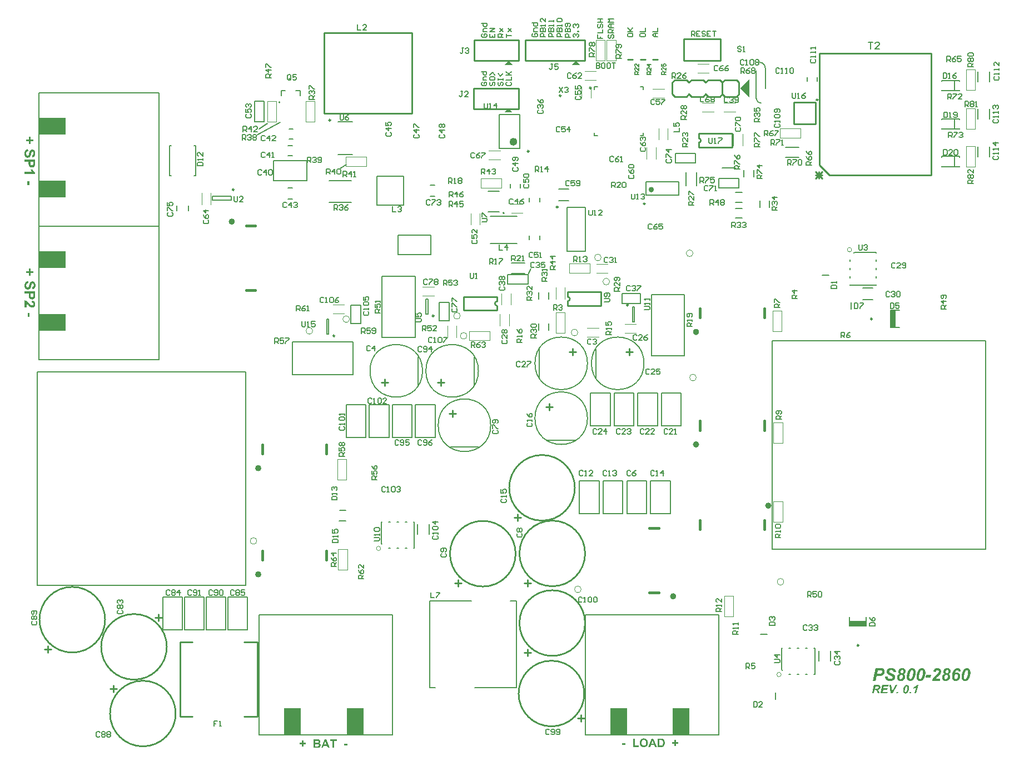
<source format=gto>
G04*
G04 #@! TF.GenerationSoftware,Altium Limited,CircuitMaker,2.2.1 (2.2.1.6)*
G04*
G04 Layer_Color=15132400*
%FSLAX44Y44*%
%MOMM*%
G71*
G04*
G04 #@! TF.SameCoordinates,19C9E3CA-E082-4F8C-9F67-3D0F94DA41C6*
G04*
G04*
G04 #@! TF.FilePolarity,Positive*
G04*
G01*
G75*
%ADD10C,0.2000*%
%ADD11C,0.2500*%
%ADD12C,0.2540*%
%ADD13C,0.4000*%
%ADD14C,0.0000*%
%ADD15C,0.1524*%
%ADD16C,0.1016*%
%ADD17C,0.5000*%
%ADD18C,0.6000*%
%ADD19C,0.1530*%
%ADD20C,0.1000*%
%ADD21C,0.1270*%
%ADD22C,0.1500*%
%ADD23R,2.6000X0.7778*%
%ADD24R,0.7778X2.6000*%
%ADD25R,4.0640X2.5400*%
%ADD26R,2.5400X4.0640*%
G36*
X798630Y1221740D02*
X792280Y1215390D01*
X804980D01*
X798630Y1221740D01*
D02*
G37*
G36*
X798830Y1294130D02*
X792480Y1287780D01*
X805180D01*
X798830Y1294130D01*
D02*
G37*
G36*
X901100D02*
X894750Y1287780D01*
X907450D01*
X901100Y1294130D01*
D02*
G37*
G36*
X1151627Y1252232D02*
X1165597Y1266202D01*
Y1238262D01*
X1151627Y1252232D01*
D02*
G37*
G36*
X1383717Y330422D02*
X1380906D01*
X1378604Y343218D01*
X1381239D01*
X1382857Y333538D01*
X1388155Y343218D01*
X1390762D01*
X1383717Y330422D01*
D02*
G37*
G36*
X1419756D02*
X1417242D01*
X1419091Y339279D01*
X1419081Y339270D01*
X1419054Y339261D01*
X1419007Y339233D01*
X1418952Y339196D01*
X1418878Y339150D01*
X1418786Y339094D01*
X1418684Y339039D01*
X1418573Y338974D01*
X1418443Y338900D01*
X1418305Y338826D01*
X1418157Y338752D01*
X1417990Y338669D01*
X1417648Y338512D01*
X1417278Y338345D01*
X1417269D01*
X1417232Y338327D01*
X1417177Y338308D01*
X1417103Y338281D01*
X1417020Y338244D01*
X1416918Y338207D01*
X1416798Y338161D01*
X1416668Y338114D01*
X1416530Y338068D01*
X1416391Y338022D01*
X1416086Y337920D01*
X1415762Y337837D01*
X1415457Y337763D01*
X1415929Y340000D01*
X1415938D01*
X1415966Y340019D01*
X1416012Y340037D01*
X1416067Y340065D01*
X1416151Y340102D01*
X1416243Y340139D01*
X1416345Y340195D01*
X1416465Y340250D01*
X1416594Y340315D01*
X1416733Y340389D01*
X1416881Y340463D01*
X1417047Y340546D01*
X1417389Y340731D01*
X1417769Y340943D01*
X1418157Y341175D01*
X1418564Y341424D01*
X1418980Y341692D01*
X1419405Y341979D01*
X1419812Y342284D01*
X1420209Y342608D01*
X1420579Y342940D01*
X1420930Y343292D01*
X1422447D01*
X1419756Y330422D01*
D02*
G37*
G36*
X1411639D02*
X1409161D01*
X1409669Y332835D01*
X1412147D01*
X1411639Y330422D01*
D02*
G37*
G36*
X1391770D02*
X1389292D01*
X1389801Y332835D01*
X1392278D01*
X1391770Y330422D01*
D02*
G37*
G36*
X1377125Y341082D02*
X1370265D01*
X1369627Y338170D01*
X1376284D01*
X1375840Y336034D01*
X1369155D01*
X1368397Y332558D01*
X1375858D01*
X1375405Y330422D01*
X1365401D01*
X1368064Y343218D01*
X1377569D01*
X1377125Y341082D01*
D02*
G37*
G36*
X1361259Y343209D02*
X1361407Y343199D01*
X1361564Y343190D01*
X1361731Y343181D01*
X1361906Y343162D01*
X1362101Y343144D01*
X1362471Y343088D01*
X1362840Y343014D01*
X1363016Y342968D01*
X1363173Y342913D01*
X1363182D01*
X1363210Y342894D01*
X1363256Y342876D01*
X1363312Y342857D01*
X1363377Y342820D01*
X1363460Y342774D01*
X1363552Y342719D01*
X1363645Y342663D01*
X1363746Y342589D01*
X1363857Y342506D01*
X1363968Y342413D01*
X1364079Y342312D01*
X1364190Y342201D01*
X1364292Y342081D01*
X1364403Y341951D01*
X1364495Y341803D01*
X1364505Y341794D01*
X1364514Y341766D01*
X1364541Y341720D01*
X1364579Y341665D01*
X1364615Y341581D01*
X1364653Y341489D01*
X1364699Y341387D01*
X1364754Y341267D01*
X1364800Y341128D01*
X1364847Y340980D01*
X1364884Y340823D01*
X1364921Y340648D01*
X1364958Y340463D01*
X1364985Y340278D01*
X1364995Y340074D01*
X1365004Y339862D01*
Y339843D01*
Y339788D01*
X1364995Y339705D01*
X1364985Y339594D01*
X1364976Y339446D01*
X1364948Y339288D01*
X1364921Y339104D01*
X1364884Y338909D01*
X1364828Y338706D01*
X1364763Y338484D01*
X1364689Y338262D01*
X1364588Y338031D01*
X1364477Y337809D01*
X1364347Y337587D01*
X1364200Y337365D01*
X1364024Y337162D01*
X1364014Y337153D01*
X1363978Y337116D01*
X1363922Y337060D01*
X1363839Y336996D01*
X1363737Y336912D01*
X1363608Y336820D01*
X1363460Y336709D01*
X1363293Y336607D01*
X1363090Y336496D01*
X1362877Y336385D01*
X1362637Y336274D01*
X1362369Y336163D01*
X1362073Y336071D01*
X1361768Y335988D01*
X1361426Y335914D01*
X1361065Y335858D01*
X1361074Y335849D01*
X1361084Y335840D01*
X1361111Y335812D01*
X1361148Y335775D01*
X1361195Y335729D01*
X1361250Y335673D01*
X1361380Y335535D01*
X1361518Y335368D01*
X1361685Y335165D01*
X1361851Y334925D01*
X1362018Y334656D01*
X1362027Y334638D01*
X1362054Y334582D01*
X1362110Y334499D01*
X1362175Y334379D01*
X1362258Y334222D01*
X1362350Y334037D01*
X1362471Y333815D01*
X1362591Y333565D01*
X1362729Y333279D01*
X1362887Y332964D01*
X1363044Y332613D01*
X1363219Y332234D01*
X1363404Y331827D01*
X1363589Y331393D01*
X1363783Y330921D01*
X1363987Y330422D01*
X1361158D01*
Y330431D01*
X1361139Y330477D01*
X1361121Y330533D01*
X1361093Y330625D01*
X1361047Y330746D01*
X1361001Y330884D01*
X1360936Y331051D01*
X1360862Y331254D01*
X1360779Y331476D01*
X1360677Y331726D01*
X1360575Y331994D01*
X1360446Y332299D01*
X1360316Y332632D01*
X1360159Y332992D01*
X1359993Y333381D01*
X1359817Y333797D01*
X1359808Y333815D01*
X1359789Y333852D01*
X1359762Y333917D01*
X1359725Y334000D01*
X1359669Y334102D01*
X1359614Y334213D01*
X1359549Y334333D01*
X1359466Y334472D01*
X1359299Y334749D01*
X1359096Y335026D01*
X1358994Y335146D01*
X1358883Y335267D01*
X1358772Y335368D01*
X1358661Y335461D01*
X1358643Y335470D01*
X1358624Y335489D01*
X1358587Y335498D01*
X1358541Y335526D01*
X1358495Y335544D01*
X1358430Y335562D01*
X1358356Y335590D01*
X1358273Y335618D01*
X1358171Y335636D01*
X1358070Y335664D01*
X1357949Y335683D01*
X1357820Y335692D01*
X1357672Y335710D01*
X1357515Y335720D01*
X1356276D01*
X1355166Y330422D01*
X1352550D01*
X1355213Y343218D01*
X1361139D01*
X1361259Y343209D01*
D02*
G37*
G36*
X1405241Y343264D02*
X1405352Y343255D01*
X1405481Y343236D01*
X1405638Y343218D01*
X1405805Y343181D01*
X1405999Y343135D01*
X1406193Y343070D01*
X1406396Y342996D01*
X1406609Y342904D01*
X1406822Y342802D01*
X1407034Y342672D01*
X1407247Y342515D01*
X1407450Y342349D01*
X1407645Y342145D01*
X1407654Y342136D01*
X1407691Y342090D01*
X1407737Y342025D01*
X1407802Y341933D01*
X1407876Y341822D01*
X1407959Y341674D01*
X1408051Y341507D01*
X1408144Y341313D01*
X1408236Y341091D01*
X1408329Y340851D01*
X1408412Y340583D01*
X1408486Y340287D01*
X1408551Y339963D01*
X1408597Y339621D01*
X1408634Y339251D01*
X1408643Y338863D01*
Y338854D01*
Y338845D01*
Y338817D01*
Y338771D01*
Y338724D01*
Y338669D01*
X1408634Y338604D01*
Y338521D01*
X1408625Y338345D01*
X1408606Y338124D01*
X1408578Y337883D01*
X1408551Y337606D01*
X1408514Y337310D01*
X1408467Y336986D01*
X1408403Y336644D01*
X1408338Y336284D01*
X1408255Y335905D01*
X1408153Y335516D01*
X1408042Y335119D01*
X1407913Y334712D01*
Y334703D01*
X1407903Y334684D01*
X1407894Y334656D01*
X1407876Y334619D01*
X1407857Y334564D01*
X1407839Y334499D01*
X1407811Y334435D01*
X1407783Y334351D01*
X1407709Y334166D01*
X1407617Y333963D01*
X1407515Y333723D01*
X1407395Y333473D01*
X1407256Y333214D01*
X1407108Y332937D01*
X1406951Y332659D01*
X1406775Y332382D01*
X1406581Y332105D01*
X1406387Y331846D01*
X1406174Y331596D01*
X1405943Y331365D01*
X1405925Y331356D01*
X1405888Y331319D01*
X1405823Y331254D01*
X1405721Y331180D01*
X1405611Y331097D01*
X1405472Y330995D01*
X1405305Y330893D01*
X1405130Y330783D01*
X1404936Y330672D01*
X1404714Y330570D01*
X1404492Y330468D01*
X1404242Y330385D01*
X1403983Y330311D01*
X1403715Y330246D01*
X1403438Y330209D01*
X1403151Y330200D01*
X1403086D01*
X1403003Y330209D01*
X1402892Y330219D01*
X1402763Y330237D01*
X1402606Y330256D01*
X1402439Y330293D01*
X1402245Y330339D01*
X1402051Y330403D01*
X1401848Y330477D01*
X1401635Y330561D01*
X1401413Y330672D01*
X1401200Y330801D01*
X1400988Y330949D01*
X1400784Y331125D01*
X1400590Y331319D01*
X1400581Y331328D01*
X1400544Y331374D01*
X1400498Y331439D01*
X1400433Y331531D01*
X1400359Y331642D01*
X1400276Y331790D01*
X1400183Y331957D01*
X1400091Y332151D01*
X1399998Y332373D01*
X1399906Y332613D01*
X1399823Y332881D01*
X1399749Y333168D01*
X1399684Y333491D01*
X1399638Y333834D01*
X1399601Y334194D01*
X1399592Y334582D01*
Y334592D01*
Y334601D01*
Y334629D01*
Y334666D01*
Y334712D01*
Y334777D01*
X1399601Y334915D01*
X1399610Y335091D01*
X1399629Y335294D01*
X1399647Y335535D01*
X1399675Y335794D01*
X1399703Y336080D01*
X1399749Y336385D01*
X1399804Y336709D01*
X1399869Y337042D01*
X1399943Y337393D01*
X1400026Y337754D01*
X1400128Y338124D01*
X1400239Y338493D01*
Y338503D01*
X1400248Y338521D01*
X1400257Y338558D01*
X1400276Y338595D01*
X1400294Y338660D01*
X1400322Y338724D01*
X1400350Y338798D01*
X1400387Y338891D01*
X1400461Y339085D01*
X1400562Y339316D01*
X1400673Y339575D01*
X1400803Y339852D01*
X1400941Y340139D01*
X1401099Y340435D01*
X1401265Y340731D01*
X1401450Y341027D01*
X1401644Y341323D01*
X1401848Y341600D01*
X1402069Y341859D01*
X1402301Y342090D01*
X1402319Y342099D01*
X1402356Y342145D01*
X1402430Y342201D01*
X1402522Y342275D01*
X1402643Y342367D01*
X1402781Y342469D01*
X1402939Y342571D01*
X1403123Y342682D01*
X1403318Y342793D01*
X1403539Y342904D01*
X1403761Y342996D01*
X1404011Y343088D01*
X1404270Y343162D01*
X1404529Y343227D01*
X1404806Y343264D01*
X1405093Y343273D01*
X1405157D01*
X1405241Y343264D01*
D02*
G37*
G36*
X1482630Y368860D02*
X1482782D01*
X1482962Y368832D01*
X1483171Y368818D01*
X1483406Y368777D01*
X1483656Y368721D01*
X1483920Y368666D01*
X1484197Y368582D01*
X1484488Y368485D01*
X1484765Y368374D01*
X1485057Y368236D01*
X1485320Y368083D01*
X1485584Y367903D01*
X1485833Y367695D01*
X1485847Y367681D01*
X1485889Y367640D01*
X1485958Y367570D01*
X1486041Y367473D01*
X1486138Y367348D01*
X1486249Y367196D01*
X1486374Y367015D01*
X1486513Y366807D01*
X1486638Y366572D01*
X1486776Y366294D01*
X1486915Y366003D01*
X1487040Y365684D01*
X1487151Y365337D01*
X1487248Y364949D01*
X1487331Y364547D01*
X1487400Y364103D01*
X1483878Y363826D01*
Y363840D01*
Y363881D01*
X1483864Y363937D01*
X1483850Y364006D01*
X1483836Y364103D01*
X1483822Y364214D01*
X1483767Y364450D01*
X1483698Y364713D01*
X1483600Y364977D01*
X1483476Y365226D01*
X1483406Y365323D01*
X1483323Y365421D01*
X1483309Y365434D01*
X1483240Y365490D01*
X1483143Y365559D01*
X1483018Y365656D01*
X1482852Y365740D01*
X1482644Y365809D01*
X1482408Y365864D01*
X1482144Y365878D01*
X1482047D01*
X1481978Y365864D01*
X1481895Y365850D01*
X1481798Y365837D01*
X1481576Y365781D01*
X1481312Y365698D01*
X1481021Y365559D01*
X1480882Y365476D01*
X1480730Y365365D01*
X1480591Y365254D01*
X1480452Y365115D01*
X1480439Y365102D01*
X1480411Y365060D01*
X1480355Y365005D01*
X1480272Y364907D01*
X1480189Y364783D01*
X1480078Y364644D01*
X1479967Y364464D01*
X1479842Y364269D01*
X1479704Y364034D01*
X1479565Y363770D01*
X1479426Y363479D01*
X1479287Y363174D01*
X1479135Y362813D01*
X1479010Y362439D01*
X1478871Y362037D01*
X1478746Y361593D01*
X1478760Y361607D01*
X1478802Y361634D01*
X1478871Y361662D01*
X1478955Y361718D01*
X1479066Y361773D01*
X1479204Y361842D01*
X1479357Y361926D01*
X1479523Y361995D01*
X1479717Y362064D01*
X1479911Y362148D01*
X1480355Y362272D01*
X1480577Y362328D01*
X1480827Y362369D01*
X1481076Y362383D01*
X1481326Y362397D01*
X1481423D01*
X1481534Y362383D01*
X1481700Y362369D01*
X1481881Y362356D01*
X1482103Y362314D01*
X1482352Y362272D01*
X1482616Y362203D01*
X1482893Y362120D01*
X1483198Y362023D01*
X1483503Y361898D01*
X1483808Y361759D01*
X1484114Y361579D01*
X1484419Y361371D01*
X1484710Y361135D01*
X1484987Y360872D01*
X1485001Y360858D01*
X1485057Y360802D01*
X1485126Y360719D01*
X1485209Y360594D01*
X1485320Y360442D01*
X1485445Y360248D01*
X1485570Y360040D01*
X1485708Y359790D01*
X1485847Y359499D01*
X1485972Y359194D01*
X1486097Y358847D01*
X1486208Y358486D01*
X1486291Y358084D01*
X1486374Y357668D01*
X1486416Y357211D01*
X1486430Y356739D01*
Y356711D01*
Y356642D01*
Y356531D01*
X1486416Y356378D01*
X1486402Y356198D01*
X1486374Y355976D01*
X1486346Y355727D01*
X1486305Y355463D01*
X1486249Y355172D01*
X1486180Y354853D01*
X1486097Y354534D01*
X1486000Y354187D01*
X1485889Y353840D01*
X1485750Y353494D01*
X1485598Y353133D01*
X1485417Y352786D01*
X1485403Y352773D01*
X1485376Y352703D01*
X1485320Y352606D01*
X1485237Y352481D01*
X1485140Y352329D01*
X1485015Y352162D01*
X1484876Y351968D01*
X1484724Y351760D01*
X1484543Y351538D01*
X1484363Y351316D01*
X1484155Y351095D01*
X1483920Y350873D01*
X1483684Y350665D01*
X1483434Y350457D01*
X1483171Y350262D01*
X1482893Y350096D01*
X1482879Y350082D01*
X1482824Y350054D01*
X1482741Y350013D01*
X1482630Y349971D01*
X1482491Y349902D01*
X1482325Y349832D01*
X1482144Y349749D01*
X1481936Y349680D01*
X1481700Y349597D01*
X1481465Y349514D01*
X1481201Y349444D01*
X1480924Y349389D01*
X1480633Y349333D01*
X1480341Y349292D01*
X1480036Y349264D01*
X1479717Y349250D01*
X1479565D01*
X1479440Y349264D01*
X1479301Y349278D01*
X1479135Y349292D01*
X1478955Y349319D01*
X1478746Y349347D01*
X1478539Y349389D01*
X1478303Y349444D01*
X1478067Y349514D01*
X1477817Y349597D01*
X1477568Y349680D01*
X1477318Y349791D01*
X1477068Y349916D01*
X1476819Y350054D01*
X1476805Y350068D01*
X1476763Y350096D01*
X1476694Y350138D01*
X1476611Y350207D01*
X1476500Y350290D01*
X1476375Y350387D01*
X1476236Y350512D01*
X1476084Y350651D01*
X1475931Y350803D01*
X1475765Y350984D01*
X1475598Y351178D01*
X1475432Y351386D01*
X1475279Y351608D01*
X1475127Y351857D01*
X1474974Y352121D01*
X1474836Y352398D01*
X1474822Y352412D01*
X1474808Y352467D01*
X1474766Y352565D01*
X1474725Y352676D01*
X1474669Y352842D01*
X1474614Y353022D01*
X1474558Y353244D01*
X1474489Y353494D01*
X1474420Y353785D01*
X1474364Y354090D01*
X1474309Y354437D01*
X1474253Y354797D01*
X1474212Y355200D01*
X1474170Y355616D01*
X1474156Y356073D01*
X1474142Y356545D01*
Y356559D01*
Y356600D01*
Y356670D01*
Y356767D01*
X1474156Y356892D01*
Y357044D01*
X1474170Y357211D01*
X1474184Y357405D01*
X1474198Y357613D01*
X1474212Y357848D01*
X1474239Y358098D01*
X1474267Y358362D01*
X1474295Y358639D01*
X1474336Y358944D01*
X1474433Y359568D01*
X1474544Y360234D01*
X1474697Y360941D01*
X1474877Y361662D01*
X1475099Y362397D01*
X1475363Y363146D01*
X1475668Y363881D01*
X1476015Y364589D01*
X1476417Y365282D01*
X1476431Y365296D01*
X1476444Y365323D01*
X1476472Y365365D01*
X1476528Y365434D01*
X1476583Y365518D01*
X1476652Y365615D01*
X1476833Y365850D01*
X1477055Y366114D01*
X1477332Y366419D01*
X1477651Y366738D01*
X1478025Y367085D01*
X1478428Y367418D01*
X1478885Y367737D01*
X1479371Y368042D01*
X1479911Y368319D01*
X1480480Y368541D01*
X1480785Y368638D01*
X1481090Y368721D01*
X1481409Y368791D01*
X1481742Y368832D01*
X1482075Y368860D01*
X1482422Y368874D01*
X1482519D01*
X1482630Y368860D01*
D02*
G37*
G36*
X1381793Y369096D02*
X1381904D01*
X1382028Y369082D01*
X1382306Y369068D01*
X1382639Y369026D01*
X1382999Y368971D01*
X1383387Y368915D01*
X1383804Y368832D01*
X1384233Y368721D01*
X1384663Y368596D01*
X1385093Y368444D01*
X1385523Y368250D01*
X1385939Y368042D01*
X1386328Y367792D01*
X1386688Y367515D01*
X1386716Y367501D01*
X1386771Y367445D01*
X1386855Y367348D01*
X1386979Y367223D01*
X1387132Y367071D01*
X1387284Y366877D01*
X1387465Y366641D01*
X1387645Y366391D01*
X1387825Y366100D01*
X1388006Y365781D01*
X1388186Y365434D01*
X1388338Y365060D01*
X1388477Y364658D01*
X1388602Y364228D01*
X1388685Y363770D01*
X1388741Y363285D01*
X1384955Y363118D01*
Y363132D01*
X1384941Y363174D01*
Y363257D01*
X1384913Y363340D01*
X1384899Y363465D01*
X1384857Y363590D01*
X1384816Y363742D01*
X1384774Y363895D01*
X1384650Y364242D01*
X1384469Y364589D01*
X1384358Y364755D01*
X1384247Y364921D01*
X1384109Y365088D01*
X1383956Y365226D01*
X1383942Y365240D01*
X1383914Y365254D01*
X1383873Y365296D01*
X1383804Y365337D01*
X1383706Y365407D01*
X1383595Y365462D01*
X1383471Y365532D01*
X1383332Y365601D01*
X1383152Y365670D01*
X1382971Y365740D01*
X1382763Y365809D01*
X1382542Y365864D01*
X1382292Y365906D01*
X1382028Y365948D01*
X1381751Y365961D01*
X1381446Y365975D01*
X1381293D01*
X1381182Y365961D01*
X1381044D01*
X1380891Y365948D01*
X1380725Y365934D01*
X1380544Y365906D01*
X1380156Y365837D01*
X1379768Y365726D01*
X1379588Y365670D01*
X1379421Y365587D01*
X1379255Y365490D01*
X1379116Y365393D01*
X1379102D01*
X1379088Y365365D01*
X1379005Y365282D01*
X1378894Y365157D01*
X1378769Y364991D01*
X1378644Y364783D01*
X1378533Y364533D01*
X1378450Y364256D01*
X1378436Y364103D01*
X1378423Y363937D01*
Y363923D01*
Y363895D01*
Y363853D01*
X1378436Y363798D01*
X1378450Y363645D01*
X1378506Y363465D01*
X1378575Y363243D01*
X1378686Y363021D01*
X1378853Y362786D01*
X1378949Y362688D01*
X1379061Y362578D01*
X1379074D01*
X1379088Y362550D01*
X1379130Y362522D01*
X1379199Y362481D01*
X1379282Y362425D01*
X1379379Y362356D01*
X1379504Y362272D01*
X1379657Y362189D01*
X1379823Y362078D01*
X1380031Y361967D01*
X1380267Y361842D01*
X1380531Y361718D01*
X1380822Y361565D01*
X1381141Y361413D01*
X1381501Y361246D01*
X1381890Y361080D01*
X1381904D01*
X1381931Y361066D01*
X1381973Y361038D01*
X1382028Y361010D01*
X1382112Y360983D01*
X1382195Y360941D01*
X1382417Y360844D01*
X1382680Y360719D01*
X1382985Y360580D01*
X1383304Y360428D01*
X1383651Y360261D01*
X1384372Y359887D01*
X1384719Y359693D01*
X1385052Y359499D01*
X1385371Y359305D01*
X1385648Y359124D01*
X1385898Y358930D01*
X1385995Y358847D01*
X1386092Y358764D01*
X1386106Y358750D01*
X1386147Y358708D01*
X1386217Y358625D01*
X1386300Y358528D01*
X1386411Y358389D01*
X1386522Y358237D01*
X1386647Y358056D01*
X1386771Y357848D01*
X1386896Y357613D01*
X1387021Y357363D01*
X1387132Y357086D01*
X1387243Y356781D01*
X1387326Y356462D01*
X1387395Y356129D01*
X1387437Y355768D01*
X1387451Y355394D01*
Y355366D01*
Y355283D01*
X1387437Y355144D01*
X1387423Y354964D01*
X1387395Y354756D01*
X1387340Y354492D01*
X1387284Y354215D01*
X1387201Y353896D01*
X1387090Y353563D01*
X1386965Y353216D01*
X1386799Y352856D01*
X1386605Y352495D01*
X1386369Y352121D01*
X1386106Y351760D01*
X1385800Y351400D01*
X1385440Y351053D01*
X1385412Y351039D01*
X1385343Y350970D01*
X1385232Y350886D01*
X1385065Y350775D01*
X1384871Y350637D01*
X1384622Y350484D01*
X1384317Y350332D01*
X1383984Y350165D01*
X1383609Y349999D01*
X1383193Y349832D01*
X1382736Y349680D01*
X1382236Y349541D01*
X1381696Y349430D01*
X1381113Y349347D01*
X1380503Y349278D01*
X1379851Y349264D01*
X1379615D01*
X1379435Y349278D01*
X1379227Y349292D01*
X1378963Y349305D01*
X1378686Y349333D01*
X1378381Y349361D01*
X1378062Y349416D01*
X1377715Y349458D01*
X1377355Y349527D01*
X1376994Y349611D01*
X1376620Y349708D01*
X1376259Y349819D01*
X1375898Y349943D01*
X1375552Y350082D01*
X1375538Y350096D01*
X1375469Y350124D01*
X1375385Y350165D01*
X1375260Y350235D01*
X1375108Y350318D01*
X1374942Y350429D01*
X1374761Y350540D01*
X1374553Y350678D01*
X1374345Y350845D01*
X1374137Y351011D01*
X1373929Y351205D01*
X1373721Y351413D01*
X1373513Y351635D01*
X1373319Y351871D01*
X1373152Y352135D01*
X1373000Y352398D01*
X1372986Y352412D01*
X1372972Y352467D01*
X1372931Y352551D01*
X1372889Y352662D01*
X1372834Y352800D01*
X1372764Y352967D01*
X1372709Y353161D01*
X1372639Y353383D01*
X1372570Y353619D01*
X1372515Y353882D01*
X1372459Y354159D01*
X1372404Y354464D01*
X1372362Y354770D01*
X1372334Y355103D01*
X1372320Y355449D01*
Y355796D01*
X1376079Y356004D01*
Y355990D01*
Y355921D01*
X1376093Y355838D01*
Y355713D01*
X1376107Y355574D01*
X1376134Y355408D01*
X1376148Y355213D01*
X1376176Y355019D01*
X1376259Y354617D01*
X1376370Y354215D01*
X1376425Y354035D01*
X1376509Y353854D01*
X1376592Y353702D01*
X1376689Y353577D01*
X1376703Y353563D01*
X1376731Y353535D01*
X1376786Y353480D01*
X1376855Y353424D01*
X1376966Y353341D01*
X1377091Y353258D01*
X1377230Y353161D01*
X1377410Y353078D01*
X1377618Y352981D01*
X1377840Y352883D01*
X1378104Y352800D01*
X1378395Y352717D01*
X1378714Y352662D01*
X1379074Y352606D01*
X1379463Y352578D01*
X1379879Y352565D01*
X1380059D01*
X1380198Y352578D01*
X1380350Y352592D01*
X1380544Y352606D01*
X1380739Y352620D01*
X1380961Y352648D01*
X1381418Y352731D01*
X1381876Y352856D01*
X1382098Y352939D01*
X1382320Y353036D01*
X1382514Y353133D01*
X1382680Y353258D01*
X1382694Y353272D01*
X1382722Y353286D01*
X1382763Y353327D01*
X1382819Y353383D01*
X1382957Y353535D01*
X1383124Y353730D01*
X1383277Y353965D01*
X1383415Y354257D01*
X1383471Y354409D01*
X1383512Y354576D01*
X1383540Y354742D01*
X1383554Y354922D01*
Y354936D01*
Y354964D01*
Y355005D01*
X1383540Y355061D01*
X1383512Y355227D01*
X1383471Y355421D01*
X1383387Y355657D01*
X1383263Y355893D01*
X1383179Y356018D01*
X1383082Y356143D01*
X1382971Y356254D01*
X1382847Y356365D01*
X1382819Y356392D01*
X1382791Y356406D01*
X1382736Y356448D01*
X1382666Y356489D01*
X1382569Y356559D01*
X1382458Y356628D01*
X1382320Y356697D01*
X1382153Y356794D01*
X1381959Y356892D01*
X1381737Y357016D01*
X1381487Y357141D01*
X1381196Y357280D01*
X1380877Y357432D01*
X1380517Y357585D01*
X1380114Y357765D01*
X1380087Y357779D01*
X1380017Y357807D01*
X1379906Y357862D01*
X1379754Y357932D01*
X1379560Y358015D01*
X1379352Y358112D01*
X1379116Y358209D01*
X1378866Y358334D01*
X1378339Y358583D01*
X1377798Y358861D01*
X1377535Y358986D01*
X1377285Y359124D01*
X1377050Y359249D01*
X1376841Y359374D01*
X1376828Y359388D01*
X1376800Y359402D01*
X1376745Y359443D01*
X1376675Y359499D01*
X1376592Y359554D01*
X1376481Y359637D01*
X1376259Y359832D01*
X1375996Y360067D01*
X1375732Y360359D01*
X1375469Y360691D01*
X1375233Y361066D01*
Y361080D01*
X1375205Y361107D01*
X1375177Y361177D01*
X1375136Y361246D01*
X1375094Y361343D01*
X1375052Y361468D01*
X1374997Y361607D01*
X1374942Y361759D01*
X1374886Y361926D01*
X1374831Y362120D01*
X1374789Y362314D01*
X1374747Y362536D01*
X1374678Y362994D01*
X1374650Y363493D01*
Y363507D01*
Y363521D01*
Y363604D01*
X1374664Y363729D01*
X1374678Y363895D01*
X1374706Y364103D01*
X1374747Y364339D01*
X1374803Y364602D01*
X1374872Y364894D01*
X1374955Y365213D01*
X1375080Y365532D01*
X1375219Y365864D01*
X1375385Y366197D01*
X1375593Y366544D01*
X1375815Y366877D01*
X1376093Y367196D01*
X1376398Y367501D01*
X1376425Y367515D01*
X1376481Y367570D01*
X1376578Y367653D01*
X1376717Y367750D01*
X1376911Y367875D01*
X1377133Y368014D01*
X1377382Y368153D01*
X1377688Y368305D01*
X1378020Y368458D01*
X1378409Y368596D01*
X1378825Y368735D01*
X1379282Y368860D01*
X1379768Y368957D01*
X1380295Y369040D01*
X1380863Y369096D01*
X1381474Y369109D01*
X1381696D01*
X1381793Y369096D01*
D02*
G37*
G36*
X1441538Y354700D02*
X1434243D01*
X1435006Y358320D01*
X1442300D01*
X1441538Y354700D01*
D02*
G37*
G36*
X1451953Y368860D02*
X1452133Y368846D01*
X1452355Y368832D01*
X1452619Y368791D01*
X1452910Y368749D01*
X1453229Y368694D01*
X1453562Y368610D01*
X1453908Y368513D01*
X1454255Y368402D01*
X1454602Y368264D01*
X1454948Y368097D01*
X1455281Y367903D01*
X1455600Y367681D01*
X1455905Y367418D01*
X1455919Y367404D01*
X1455975Y367348D01*
X1456044Y367265D01*
X1456141Y367154D01*
X1456266Y367015D01*
X1456391Y366835D01*
X1456529Y366641D01*
X1456682Y366405D01*
X1456821Y366156D01*
X1456959Y365878D01*
X1457084Y365573D01*
X1457209Y365240D01*
X1457306Y364894D01*
X1457375Y364519D01*
X1457431Y364131D01*
X1457445Y363715D01*
Y363701D01*
Y363659D01*
Y363604D01*
Y363521D01*
X1457431Y363410D01*
X1457417Y363299D01*
X1457403Y363160D01*
X1457389Y363008D01*
X1457334Y362661D01*
X1457251Y362272D01*
X1457126Y361856D01*
X1456973Y361427D01*
Y361413D01*
X1456945Y361371D01*
X1456918Y361315D01*
X1456890Y361232D01*
X1456835Y361121D01*
X1456765Y360997D01*
X1456696Y360858D01*
X1456599Y360705D01*
X1456502Y360525D01*
X1456391Y360345D01*
X1456113Y359929D01*
X1455961Y359721D01*
X1455794Y359499D01*
X1455614Y359263D01*
X1455420Y359027D01*
X1455406Y359013D01*
X1455378Y358986D01*
X1455337Y358930D01*
X1455267Y358861D01*
X1455184Y358778D01*
X1455087Y358667D01*
X1454962Y358528D01*
X1454810Y358375D01*
X1454643Y358209D01*
X1454463Y358015D01*
X1454255Y357821D01*
X1454019Y357585D01*
X1453770Y357349D01*
X1453492Y357086D01*
X1453201Y356808D01*
X1452882Y356503D01*
X1452868Y356489D01*
X1452813Y356434D01*
X1452716Y356351D01*
X1452605Y356240D01*
X1452466Y356115D01*
X1452299Y355962D01*
X1452119Y355796D01*
X1451939Y355616D01*
X1451551Y355255D01*
X1451162Y354881D01*
X1450996Y354714D01*
X1450829Y354548D01*
X1450691Y354409D01*
X1450566Y354284D01*
X1450538Y354257D01*
X1450469Y354187D01*
X1450358Y354062D01*
X1450219Y353910D01*
X1450053Y353716D01*
X1449872Y353508D01*
X1449678Y353272D01*
X1449484Y353022D01*
X1456141D01*
X1455434Y349597D01*
X1443770D01*
Y349611D01*
X1443784Y349666D01*
X1443798Y349735D01*
X1443812Y349832D01*
X1443826Y349957D01*
X1443867Y350110D01*
X1443895Y350276D01*
X1443937Y350470D01*
X1443992Y350665D01*
X1444048Y350873D01*
X1444187Y351330D01*
X1444367Y351802D01*
X1444589Y352287D01*
X1444603Y352301D01*
X1444616Y352343D01*
X1444658Y352412D01*
X1444700Y352509D01*
X1444769Y352620D01*
X1444852Y352745D01*
X1444935Y352897D01*
X1445033Y353064D01*
X1445268Y353424D01*
X1445546Y353827D01*
X1445865Y354243D01*
X1446211Y354659D01*
X1446225Y354673D01*
X1446253Y354714D01*
X1446322Y354770D01*
X1446405Y354867D01*
X1446516Y354991D01*
X1446655Y355130D01*
X1446821Y355311D01*
X1447016Y355518D01*
X1447251Y355740D01*
X1447501Y356004D01*
X1447792Y356295D01*
X1448125Y356614D01*
X1448472Y356975D01*
X1448874Y357349D01*
X1449304Y357765D01*
X1449762Y358209D01*
X1449789Y358237D01*
X1449845Y358292D01*
X1449942Y358389D01*
X1450067Y358514D01*
X1450233Y358653D01*
X1450399Y358833D01*
X1450594Y359013D01*
X1450802Y359207D01*
X1451218Y359624D01*
X1451412Y359818D01*
X1451606Y360012D01*
X1451786Y360206D01*
X1451953Y360373D01*
X1452092Y360511D01*
X1452202Y360636D01*
X1452216Y360650D01*
X1452244Y360678D01*
X1452286Y360733D01*
X1452355Y360802D01*
X1452424Y360900D01*
X1452507Y360997D01*
X1452702Y361246D01*
X1452910Y361524D01*
X1453118Y361815D01*
X1453312Y362106D01*
X1453465Y362397D01*
Y362411D01*
X1453478Y362425D01*
X1453492Y362467D01*
X1453520Y362522D01*
X1453575Y362661D01*
X1453645Y362855D01*
X1453700Y363063D01*
X1453756Y363285D01*
X1453797Y363521D01*
X1453811Y363756D01*
Y363770D01*
Y363798D01*
Y363853D01*
X1453797Y363923D01*
Y364006D01*
X1453783Y364089D01*
X1453742Y364311D01*
X1453672Y364561D01*
X1453562Y364824D01*
X1453423Y365088D01*
X1453229Y365323D01*
Y365337D01*
X1453201Y365351D01*
X1453132Y365421D01*
X1453007Y365518D01*
X1452840Y365629D01*
X1452619Y365740D01*
X1452369Y365837D01*
X1452092Y365906D01*
X1451939Y365934D01*
X1451689D01*
X1451620Y365920D01*
X1451551D01*
X1451454Y365892D01*
X1451246Y365850D01*
X1450996Y365767D01*
X1450732Y365642D01*
X1450608Y365573D01*
X1450469Y365476D01*
X1450330Y365379D01*
X1450205Y365254D01*
X1450191Y365240D01*
X1450178Y365226D01*
X1450136Y365185D01*
X1450094Y365115D01*
X1450039Y365046D01*
X1449984Y364949D01*
X1449900Y364824D01*
X1449831Y364699D01*
X1449748Y364533D01*
X1449664Y364367D01*
X1449581Y364159D01*
X1449498Y363937D01*
X1449429Y363687D01*
X1449346Y363424D01*
X1449276Y363132D01*
X1449207Y362813D01*
X1445546Y363354D01*
Y363368D01*
Y363382D01*
X1445560Y363424D01*
X1445573Y363479D01*
X1445601Y363618D01*
X1445643Y363798D01*
X1445698Y364020D01*
X1445768Y364269D01*
X1445865Y364561D01*
X1445975Y364866D01*
X1446100Y365199D01*
X1446239Y365532D01*
X1446419Y365864D01*
X1446600Y366211D01*
X1446821Y366544D01*
X1447057Y366863D01*
X1447321Y367168D01*
X1447612Y367445D01*
X1447626Y367459D01*
X1447681Y367501D01*
X1447778Y367584D01*
X1447903Y367667D01*
X1448070Y367778D01*
X1448264Y367903D01*
X1448486Y368028D01*
X1448735Y368167D01*
X1449013Y368291D01*
X1449332Y368416D01*
X1449664Y368541D01*
X1450025Y368652D01*
X1450413Y368749D01*
X1450816Y368818D01*
X1451246Y368860D01*
X1451689Y368874D01*
X1451814D01*
X1451953Y368860D01*
D02*
G37*
G36*
X1365969Y368777D02*
X1366149D01*
X1366343Y368763D01*
X1366579Y368749D01*
X1366815Y368735D01*
X1367078Y368707D01*
X1367342Y368666D01*
X1367896Y368582D01*
X1368437Y368458D01*
X1368687Y368374D01*
X1368923Y368291D01*
X1368937D01*
X1368978Y368264D01*
X1369034Y368236D01*
X1369117Y368194D01*
X1369228Y368139D01*
X1369339Y368083D01*
X1369616Y367903D01*
X1369921Y367681D01*
X1370074Y367556D01*
X1370240Y367404D01*
X1370393Y367237D01*
X1370545Y367071D01*
X1370698Y366877D01*
X1370836Y366669D01*
X1370850Y366655D01*
X1370864Y366613D01*
X1370906Y366558D01*
X1370948Y366461D01*
X1371003Y366364D01*
X1371058Y366225D01*
X1371128Y366072D01*
X1371197Y365906D01*
X1371266Y365712D01*
X1371336Y365504D01*
X1371391Y365282D01*
X1371447Y365046D01*
X1371488Y364796D01*
X1371530Y364533D01*
X1371544Y364256D01*
X1371558Y363964D01*
Y363951D01*
Y363895D01*
Y363826D01*
X1371544Y363715D01*
Y363590D01*
X1371530Y363437D01*
X1371516Y363257D01*
X1371488Y363063D01*
X1371461Y362855D01*
X1371419Y362633D01*
X1371322Y362161D01*
X1371183Y361648D01*
X1370989Y361135D01*
Y361121D01*
X1370961Y361080D01*
X1370934Y360997D01*
X1370892Y360913D01*
X1370836Y360788D01*
X1370767Y360664D01*
X1370684Y360511D01*
X1370601Y360345D01*
X1370407Y359998D01*
X1370171Y359624D01*
X1369893Y359263D01*
X1369602Y358930D01*
X1369588Y358916D01*
X1369561Y358889D01*
X1369519Y358847D01*
X1369464Y358792D01*
X1369380Y358722D01*
X1369297Y358653D01*
X1369075Y358473D01*
X1368812Y358265D01*
X1368521Y358056D01*
X1368188Y357862D01*
X1367841Y357682D01*
X1367827D01*
X1367799Y357668D01*
X1367744Y357640D01*
X1367675Y357613D01*
X1367578Y357585D01*
X1367453Y357543D01*
X1367328Y357488D01*
X1367175Y357446D01*
X1366995Y357391D01*
X1366801Y357349D01*
X1366593Y357294D01*
X1366371Y357238D01*
X1366135Y357183D01*
X1365872Y357141D01*
X1365594Y357086D01*
X1365303Y357044D01*
X1365261D01*
X1365206Y357030D01*
X1365123D01*
X1365012Y357016D01*
X1364873Y357002D01*
X1364707Y356989D01*
X1364512D01*
X1364291Y356975D01*
X1364041Y356961D01*
X1363750Y356947D01*
X1363431Y356933D01*
X1363084D01*
X1362696Y356919D01*
X1359284D01*
X1357745Y349597D01*
X1353820D01*
X1357814Y368791D01*
X1365830D01*
X1365969Y368777D01*
D02*
G37*
G36*
X1497081Y368860D02*
X1497247Y368846D01*
X1497441Y368818D01*
X1497677Y368791D01*
X1497926Y368735D01*
X1498218Y368666D01*
X1498509Y368569D01*
X1498814Y368458D01*
X1499133Y368319D01*
X1499452Y368167D01*
X1499771Y367972D01*
X1500090Y367737D01*
X1500395Y367487D01*
X1500686Y367182D01*
X1500700Y367168D01*
X1500756Y367099D01*
X1500825Y367002D01*
X1500922Y366863D01*
X1501033Y366696D01*
X1501158Y366475D01*
X1501297Y366225D01*
X1501435Y365934D01*
X1501574Y365601D01*
X1501713Y365240D01*
X1501837Y364838D01*
X1501948Y364394D01*
X1502045Y363909D01*
X1502115Y363396D01*
X1502170Y362841D01*
X1502184Y362259D01*
Y362245D01*
Y362231D01*
Y362189D01*
Y362120D01*
Y362051D01*
Y361967D01*
X1502170Y361870D01*
Y361745D01*
X1502156Y361482D01*
X1502129Y361149D01*
X1502087Y360788D01*
X1502045Y360373D01*
X1501990Y359929D01*
X1501921Y359443D01*
X1501824Y358930D01*
X1501727Y358389D01*
X1501602Y357821D01*
X1501449Y357238D01*
X1501283Y356642D01*
X1501089Y356032D01*
Y356018D01*
X1501075Y355990D01*
X1501061Y355948D01*
X1501033Y355893D01*
X1501005Y355810D01*
X1500978Y355713D01*
X1500936Y355616D01*
X1500894Y355491D01*
X1500783Y355213D01*
X1500645Y354908D01*
X1500492Y354548D01*
X1500312Y354173D01*
X1500104Y353785D01*
X1499882Y353369D01*
X1499646Y352953D01*
X1499383Y352537D01*
X1499091Y352121D01*
X1498800Y351732D01*
X1498481Y351358D01*
X1498135Y351011D01*
X1498107Y350997D01*
X1498051Y350942D01*
X1497954Y350845D01*
X1497802Y350734D01*
X1497635Y350609D01*
X1497427Y350457D01*
X1497178Y350304D01*
X1496914Y350138D01*
X1496623Y349971D01*
X1496290Y349819D01*
X1495957Y349666D01*
X1495583Y349541D01*
X1495195Y349430D01*
X1494792Y349333D01*
X1494376Y349278D01*
X1493946Y349264D01*
X1493849D01*
X1493724Y349278D01*
X1493558Y349292D01*
X1493364Y349319D01*
X1493128Y349347D01*
X1492878Y349403D01*
X1492587Y349472D01*
X1492296Y349569D01*
X1491991Y349680D01*
X1491672Y349805D01*
X1491339Y349971D01*
X1491020Y350165D01*
X1490701Y350387D01*
X1490396Y350651D01*
X1490105Y350942D01*
X1490091Y350956D01*
X1490035Y351025D01*
X1489966Y351122D01*
X1489869Y351261D01*
X1489758Y351427D01*
X1489633Y351649D01*
X1489495Y351899D01*
X1489356Y352190D01*
X1489217Y352523D01*
X1489079Y352883D01*
X1488954Y353286D01*
X1488843Y353716D01*
X1488746Y354201D01*
X1488676Y354714D01*
X1488621Y355255D01*
X1488607Y355838D01*
Y355851D01*
Y355865D01*
Y355907D01*
Y355962D01*
Y356032D01*
Y356129D01*
X1488621Y356337D01*
X1488635Y356600D01*
X1488663Y356905D01*
X1488690Y357266D01*
X1488732Y357654D01*
X1488773Y358084D01*
X1488843Y358542D01*
X1488926Y359027D01*
X1489023Y359526D01*
X1489134Y360053D01*
X1489259Y360594D01*
X1489411Y361149D01*
X1489578Y361704D01*
Y361718D01*
X1489592Y361745D01*
X1489606Y361801D01*
X1489633Y361856D01*
X1489661Y361954D01*
X1489703Y362051D01*
X1489744Y362161D01*
X1489800Y362300D01*
X1489911Y362591D01*
X1490063Y362938D01*
X1490230Y363326D01*
X1490424Y363742D01*
X1490632Y364172D01*
X1490867Y364616D01*
X1491117Y365060D01*
X1491395Y365504D01*
X1491686Y365948D01*
X1491991Y366364D01*
X1492324Y366752D01*
X1492670Y367099D01*
X1492698Y367113D01*
X1492754Y367182D01*
X1492865Y367265D01*
X1493003Y367376D01*
X1493184Y367515D01*
X1493392Y367667D01*
X1493627Y367820D01*
X1493905Y367986D01*
X1494196Y368153D01*
X1494529Y368319D01*
X1494862Y368458D01*
X1495236Y368596D01*
X1495624Y368707D01*
X1496013Y368804D01*
X1496429Y368860D01*
X1496859Y368874D01*
X1496956D01*
X1497081Y368860D01*
D02*
G37*
G36*
X1428515D02*
X1428682Y368846D01*
X1428876Y368818D01*
X1429111Y368791D01*
X1429361Y368735D01*
X1429652Y368666D01*
X1429944Y368569D01*
X1430249Y368458D01*
X1430568Y368319D01*
X1430887Y368167D01*
X1431206Y367972D01*
X1431525Y367737D01*
X1431830Y367487D01*
X1432121Y367182D01*
X1432135Y367168D01*
X1432190Y367099D01*
X1432260Y367002D01*
X1432357Y366863D01*
X1432468Y366696D01*
X1432592Y366475D01*
X1432731Y366225D01*
X1432870Y365934D01*
X1433009Y365601D01*
X1433147Y365240D01*
X1433272Y364838D01*
X1433383Y364394D01*
X1433480Y363909D01*
X1433549Y363396D01*
X1433605Y362841D01*
X1433619Y362259D01*
Y362245D01*
Y362231D01*
Y362189D01*
Y362120D01*
Y362051D01*
Y361967D01*
X1433605Y361870D01*
Y361745D01*
X1433591Y361482D01*
X1433563Y361149D01*
X1433522Y360788D01*
X1433480Y360373D01*
X1433425Y359929D01*
X1433355Y359443D01*
X1433258Y358930D01*
X1433161Y358389D01*
X1433036Y357821D01*
X1432884Y357238D01*
X1432717Y356642D01*
X1432523Y356032D01*
Y356018D01*
X1432509Y355990D01*
X1432495Y355948D01*
X1432468Y355893D01*
X1432440Y355810D01*
X1432412Y355713D01*
X1432371Y355616D01*
X1432329Y355491D01*
X1432218Y355213D01*
X1432079Y354908D01*
X1431927Y354548D01*
X1431747Y354173D01*
X1431539Y353785D01*
X1431317Y353369D01*
X1431081Y352953D01*
X1430817Y352537D01*
X1430526Y352121D01*
X1430235Y351732D01*
X1429916Y351358D01*
X1429569Y351011D01*
X1429541Y350997D01*
X1429486Y350942D01*
X1429389Y350845D01*
X1429236Y350734D01*
X1429070Y350609D01*
X1428862Y350457D01*
X1428612Y350304D01*
X1428349Y350138D01*
X1428058Y349971D01*
X1427725Y349819D01*
X1427392Y349666D01*
X1427017Y349541D01*
X1426629Y349430D01*
X1426227Y349333D01*
X1425811Y349278D01*
X1425381Y349264D01*
X1425284D01*
X1425159Y349278D01*
X1424993Y349292D01*
X1424798Y349319D01*
X1424563Y349347D01*
X1424313Y349403D01*
X1424022Y349472D01*
X1423731Y349569D01*
X1423425Y349680D01*
X1423107Y349805D01*
X1422774Y349971D01*
X1422455Y350165D01*
X1422136Y350387D01*
X1421831Y350651D01*
X1421539Y350942D01*
X1421526Y350956D01*
X1421470Y351025D01*
X1421401Y351122D01*
X1421304Y351261D01*
X1421193Y351427D01*
X1421068Y351649D01*
X1420929Y351899D01*
X1420791Y352190D01*
X1420652Y352523D01*
X1420513Y352883D01*
X1420388Y353286D01*
X1420277Y353716D01*
X1420180Y354201D01*
X1420111Y354714D01*
X1420056Y355255D01*
X1420042Y355838D01*
Y355851D01*
Y355865D01*
Y355907D01*
Y355962D01*
Y356032D01*
Y356129D01*
X1420056Y356337D01*
X1420069Y356600D01*
X1420097Y356905D01*
X1420125Y357266D01*
X1420166Y357654D01*
X1420208Y358084D01*
X1420277Y358542D01*
X1420361Y359027D01*
X1420458Y359526D01*
X1420569Y360053D01*
X1420693Y360594D01*
X1420846Y361149D01*
X1421012Y361704D01*
Y361718D01*
X1421026Y361745D01*
X1421040Y361801D01*
X1421068Y361856D01*
X1421096Y361954D01*
X1421137Y362051D01*
X1421179Y362161D01*
X1421234Y362300D01*
X1421345Y362591D01*
X1421498Y362938D01*
X1421664Y363326D01*
X1421858Y363742D01*
X1422066Y364172D01*
X1422302Y364616D01*
X1422552Y365060D01*
X1422829Y365504D01*
X1423120Y365948D01*
X1423425Y366364D01*
X1423758Y366752D01*
X1424105Y367099D01*
X1424133Y367113D01*
X1424188Y367182D01*
X1424299Y367265D01*
X1424438Y367376D01*
X1424618Y367515D01*
X1424826Y367667D01*
X1425062Y367820D01*
X1425339Y367986D01*
X1425631Y368153D01*
X1425963Y368319D01*
X1426296Y368458D01*
X1426671Y368596D01*
X1427059Y368707D01*
X1427447Y368804D01*
X1427863Y368860D01*
X1428293Y368874D01*
X1428390D01*
X1428515Y368860D01*
D02*
G37*
G36*
X1413607D02*
X1413773Y368846D01*
X1413967Y368818D01*
X1414203Y368791D01*
X1414453Y368735D01*
X1414744Y368666D01*
X1415035Y368569D01*
X1415340Y368458D01*
X1415659Y368319D01*
X1415978Y368167D01*
X1416297Y367972D01*
X1416616Y367737D01*
X1416921Y367487D01*
X1417213Y367182D01*
X1417226Y367168D01*
X1417282Y367099D01*
X1417351Y367002D01*
X1417448Y366863D01*
X1417559Y366696D01*
X1417684Y366475D01*
X1417823Y366225D01*
X1417961Y365934D01*
X1418100Y365601D01*
X1418239Y365240D01*
X1418363Y364838D01*
X1418474Y364394D01*
X1418572Y363909D01*
X1418641Y363396D01*
X1418696Y362841D01*
X1418710Y362259D01*
Y362245D01*
Y362231D01*
Y362189D01*
Y362120D01*
Y362051D01*
Y361967D01*
X1418696Y361870D01*
Y361745D01*
X1418683Y361482D01*
X1418655Y361149D01*
X1418613Y360788D01*
X1418572Y360373D01*
X1418516Y359929D01*
X1418447Y359443D01*
X1418350Y358930D01*
X1418253Y358389D01*
X1418128Y357821D01*
X1417975Y357238D01*
X1417809Y356642D01*
X1417615Y356032D01*
Y356018D01*
X1417601Y355990D01*
X1417587Y355948D01*
X1417559Y355893D01*
X1417531Y355810D01*
X1417504Y355713D01*
X1417462Y355616D01*
X1417421Y355491D01*
X1417310Y355213D01*
X1417171Y354908D01*
X1417018Y354548D01*
X1416838Y354173D01*
X1416630Y353785D01*
X1416408Y353369D01*
X1416172Y352953D01*
X1415909Y352537D01*
X1415618Y352121D01*
X1415326Y351732D01*
X1415007Y351358D01*
X1414661Y351011D01*
X1414633Y350997D01*
X1414577Y350942D01*
X1414480Y350845D01*
X1414328Y350734D01*
X1414161Y350609D01*
X1413953Y350457D01*
X1413704Y350304D01*
X1413440Y350138D01*
X1413149Y349971D01*
X1412816Y349819D01*
X1412483Y349666D01*
X1412109Y349541D01*
X1411721Y349430D01*
X1411318Y349333D01*
X1410902Y349278D01*
X1410472Y349264D01*
X1410375D01*
X1410251Y349278D01*
X1410084Y349292D01*
X1409890Y349319D01*
X1409654Y349347D01*
X1409404Y349403D01*
X1409113Y349472D01*
X1408822Y349569D01*
X1408517Y349680D01*
X1408198Y349805D01*
X1407865Y349971D01*
X1407546Y350165D01*
X1407227Y350387D01*
X1406922Y350651D01*
X1406631Y350942D01*
X1406617Y350956D01*
X1406561Y351025D01*
X1406492Y351122D01*
X1406395Y351261D01*
X1406284Y351427D01*
X1406159Y351649D01*
X1406021Y351899D01*
X1405882Y352190D01*
X1405743Y352523D01*
X1405605Y352883D01*
X1405480Y353286D01*
X1405369Y353716D01*
X1405272Y354201D01*
X1405202Y354714D01*
X1405147Y355255D01*
X1405133Y355838D01*
Y355851D01*
Y355865D01*
Y355907D01*
Y355962D01*
Y356032D01*
Y356129D01*
X1405147Y356337D01*
X1405161Y356600D01*
X1405189Y356905D01*
X1405216Y357266D01*
X1405258Y357654D01*
X1405300Y358084D01*
X1405369Y358542D01*
X1405452Y359027D01*
X1405549Y359526D01*
X1405660Y360053D01*
X1405785Y360594D01*
X1405937Y361149D01*
X1406104Y361704D01*
Y361718D01*
X1406118Y361745D01*
X1406132Y361801D01*
X1406159Y361856D01*
X1406187Y361954D01*
X1406229Y362051D01*
X1406270Y362161D01*
X1406326Y362300D01*
X1406437Y362591D01*
X1406589Y362938D01*
X1406756Y363326D01*
X1406950Y363742D01*
X1407158Y364172D01*
X1407394Y364616D01*
X1407643Y365060D01*
X1407921Y365504D01*
X1408212Y365948D01*
X1408517Y366364D01*
X1408850Y366752D01*
X1409196Y367099D01*
X1409224Y367113D01*
X1409280Y367182D01*
X1409391Y367265D01*
X1409529Y367376D01*
X1409710Y367515D01*
X1409918Y367667D01*
X1410153Y367820D01*
X1410431Y367986D01*
X1410722Y368153D01*
X1411055Y368319D01*
X1411388Y368458D01*
X1411762Y368596D01*
X1412151Y368707D01*
X1412539Y368804D01*
X1412955Y368860D01*
X1413385Y368874D01*
X1413482D01*
X1413607Y368860D01*
D02*
G37*
G36*
X1467056D02*
X1467236D01*
X1467444Y368832D01*
X1467693Y368804D01*
X1467971Y368763D01*
X1468276Y368707D01*
X1468581Y368638D01*
X1468914Y368541D01*
X1469247Y368444D01*
X1469579Y368305D01*
X1469912Y368153D01*
X1470231Y367972D01*
X1470536Y367764D01*
X1470814Y367529D01*
X1470828Y367515D01*
X1470883Y367473D01*
X1470952Y367390D01*
X1471036Y367293D01*
X1471147Y367154D01*
X1471272Y367002D01*
X1471396Y366821D01*
X1471535Y366613D01*
X1471674Y366377D01*
X1471799Y366114D01*
X1471923Y365837D01*
X1472034Y365545D01*
X1472117Y365226D01*
X1472201Y364880D01*
X1472242Y364519D01*
X1472256Y364145D01*
Y364131D01*
Y364075D01*
Y364006D01*
X1472242Y363909D01*
X1472228Y363784D01*
X1472215Y363632D01*
X1472187Y363465D01*
X1472159Y363285D01*
X1472062Y362896D01*
X1471993Y362688D01*
X1471909Y362481D01*
X1471812Y362259D01*
X1471715Y362051D01*
X1471577Y361842D01*
X1471438Y361634D01*
X1471424Y361621D01*
X1471396Y361593D01*
X1471355Y361537D01*
X1471285Y361454D01*
X1471202Y361371D01*
X1471091Y361260D01*
X1470966Y361135D01*
X1470828Y361010D01*
X1470661Y360872D01*
X1470481Y360733D01*
X1470287Y360580D01*
X1470065Y360442D01*
X1469829Y360289D01*
X1469566Y360137D01*
X1469288Y359998D01*
X1468997Y359859D01*
X1469011Y359846D01*
X1469052Y359832D01*
X1469108Y359790D01*
X1469191Y359734D01*
X1469288Y359665D01*
X1469399Y359582D01*
X1469663Y359374D01*
X1469940Y359110D01*
X1470231Y358819D01*
X1470523Y358486D01*
X1470647Y358306D01*
X1470758Y358112D01*
X1470772Y358098D01*
X1470786Y358070D01*
X1470814Y358015D01*
X1470855Y357932D01*
X1470897Y357835D01*
X1470952Y357724D01*
X1471008Y357585D01*
X1471064Y357432D01*
X1471119Y357266D01*
X1471160Y357086D01*
X1471258Y356684D01*
X1471327Y356240D01*
X1471355Y356004D01*
Y355754D01*
Y355727D01*
Y355657D01*
X1471341Y355546D01*
X1471327Y355394D01*
X1471313Y355200D01*
X1471285Y354978D01*
X1471244Y354728D01*
X1471174Y354451D01*
X1471105Y354159D01*
X1471008Y353840D01*
X1470897Y353508D01*
X1470758Y353175D01*
X1470606Y352828D01*
X1470412Y352481D01*
X1470204Y352135D01*
X1469954Y351802D01*
X1469926Y351774D01*
X1469857Y351691D01*
X1469746Y351566D01*
X1469579Y351400D01*
X1469385Y351205D01*
X1469136Y350997D01*
X1468844Y350762D01*
X1468512Y350526D01*
X1468137Y350290D01*
X1467721Y350054D01*
X1467277Y349846D01*
X1466778Y349652D01*
X1466251Y349486D01*
X1465683Y349361D01*
X1465086Y349278D01*
X1464767Y349264D01*
X1464448Y349250D01*
X1464337D01*
X1464199Y349264D01*
X1464032Y349278D01*
X1463810Y349292D01*
X1463561Y349333D01*
X1463283Y349375D01*
X1462978Y349444D01*
X1462659Y349514D01*
X1462326Y349611D01*
X1461994Y349735D01*
X1461647Y349888D01*
X1461300Y350054D01*
X1460981Y350248D01*
X1460662Y350484D01*
X1460357Y350748D01*
X1460343Y350762D01*
X1460288Y350817D01*
X1460218Y350900D01*
X1460121Y351025D01*
X1459996Y351164D01*
X1459872Y351344D01*
X1459733Y351552D01*
X1459594Y351788D01*
X1459442Y352051D01*
X1459303Y352343D01*
X1459178Y352648D01*
X1459053Y352994D01*
X1458956Y353355D01*
X1458887Y353730D01*
X1458831Y354132D01*
X1458818Y354562D01*
Y354589D01*
Y354645D01*
X1458831Y354742D01*
Y354881D01*
X1458845Y355047D01*
X1458873Y355241D01*
X1458901Y355463D01*
X1458956Y355713D01*
X1459012Y355962D01*
X1459081Y356240D01*
X1459164Y356517D01*
X1459275Y356808D01*
X1459386Y357113D01*
X1459539Y357405D01*
X1459691Y357696D01*
X1459886Y357987D01*
X1459899Y358001D01*
X1459941Y358056D01*
X1459996Y358126D01*
X1460080Y358237D01*
X1460191Y358362D01*
X1460315Y358500D01*
X1460482Y358667D01*
X1460648Y358833D01*
X1460856Y358999D01*
X1461064Y359180D01*
X1461314Y359360D01*
X1461577Y359540D01*
X1461855Y359721D01*
X1462146Y359873D01*
X1462479Y360026D01*
X1462812Y360151D01*
X1462798Y360164D01*
X1462770Y360178D01*
X1462715Y360220D01*
X1462645Y360275D01*
X1462562Y360331D01*
X1462465Y360414D01*
X1462243Y360594D01*
X1461994Y360816D01*
X1461744Y361080D01*
X1461508Y361371D01*
X1461300Y361690D01*
Y361704D01*
X1461272Y361732D01*
X1461259Y361773D01*
X1461217Y361842D01*
X1461189Y361926D01*
X1461147Y362023D01*
X1461092Y362134D01*
X1461051Y362259D01*
X1460953Y362550D01*
X1460884Y362869D01*
X1460829Y363229D01*
X1460801Y363618D01*
Y363632D01*
Y363673D01*
Y363742D01*
X1460815Y363826D01*
X1460829Y363937D01*
X1460842Y364075D01*
X1460856Y364228D01*
X1460884Y364394D01*
X1460926Y364575D01*
X1460967Y364769D01*
X1461092Y365199D01*
X1461175Y365421D01*
X1461272Y365656D01*
X1461369Y365892D01*
X1461494Y366128D01*
X1461508Y366142D01*
X1461522Y366183D01*
X1461564Y366253D01*
X1461633Y366336D01*
X1461702Y366447D01*
X1461785Y366572D01*
X1461896Y366710D01*
X1462021Y366863D01*
X1462160Y367015D01*
X1462326Y367182D01*
X1462493Y367348D01*
X1462687Y367515D01*
X1462881Y367681D01*
X1463117Y367848D01*
X1463353Y368000D01*
X1463602Y368139D01*
X1463616Y368153D01*
X1463672Y368167D01*
X1463741Y368208D01*
X1463852Y368250D01*
X1463991Y368305D01*
X1464143Y368374D01*
X1464323Y368444D01*
X1464531Y368513D01*
X1464767Y368569D01*
X1465003Y368638D01*
X1465267Y368707D01*
X1465558Y368763D01*
X1465849Y368804D01*
X1466154Y368846D01*
X1466473Y368860D01*
X1466806Y368874D01*
X1466917D01*
X1467056Y368860D01*
D02*
G37*
G36*
X1398490D02*
X1398670D01*
X1398878Y368832D01*
X1399128Y368804D01*
X1399405Y368763D01*
X1399711Y368707D01*
X1400016Y368638D01*
X1400349Y368541D01*
X1400681Y368444D01*
X1401014Y368305D01*
X1401347Y368153D01*
X1401666Y367972D01*
X1401971Y367764D01*
X1402249Y367529D01*
X1402262Y367515D01*
X1402318Y367473D01*
X1402387Y367390D01*
X1402470Y367293D01*
X1402581Y367154D01*
X1402706Y367002D01*
X1402831Y366821D01*
X1402970Y366613D01*
X1403108Y366377D01*
X1403233Y366114D01*
X1403358Y365837D01*
X1403469Y365545D01*
X1403552Y365226D01*
X1403635Y364880D01*
X1403677Y364519D01*
X1403691Y364145D01*
Y364131D01*
Y364075D01*
Y364006D01*
X1403677Y363909D01*
X1403663Y363784D01*
X1403649Y363632D01*
X1403621Y363465D01*
X1403594Y363285D01*
X1403497Y362896D01*
X1403427Y362688D01*
X1403344Y362481D01*
X1403247Y362259D01*
X1403150Y362051D01*
X1403011Y361842D01*
X1402872Y361634D01*
X1402859Y361621D01*
X1402831Y361593D01*
X1402789Y361537D01*
X1402720Y361454D01*
X1402637Y361371D01*
X1402526Y361260D01*
X1402401Y361135D01*
X1402262Y361010D01*
X1402096Y360872D01*
X1401916Y360733D01*
X1401721Y360580D01*
X1401500Y360442D01*
X1401264Y360289D01*
X1401000Y360137D01*
X1400723Y359998D01*
X1400432Y359859D01*
X1400446Y359846D01*
X1400487Y359832D01*
X1400543Y359790D01*
X1400626Y359734D01*
X1400723Y359665D01*
X1400834Y359582D01*
X1401097Y359374D01*
X1401375Y359110D01*
X1401666Y358819D01*
X1401957Y358486D01*
X1402082Y358306D01*
X1402193Y358112D01*
X1402207Y358098D01*
X1402221Y358070D01*
X1402249Y358015D01*
X1402290Y357932D01*
X1402332Y357835D01*
X1402387Y357724D01*
X1402443Y357585D01*
X1402498Y357432D01*
X1402554Y357266D01*
X1402595Y357086D01*
X1402692Y356684D01*
X1402762Y356240D01*
X1402789Y356004D01*
Y355754D01*
Y355727D01*
Y355657D01*
X1402776Y355546D01*
X1402762Y355394D01*
X1402748Y355200D01*
X1402720Y354978D01*
X1402678Y354728D01*
X1402609Y354451D01*
X1402540Y354159D01*
X1402443Y353840D01*
X1402332Y353508D01*
X1402193Y353175D01*
X1402040Y352828D01*
X1401846Y352481D01*
X1401638Y352135D01*
X1401389Y351802D01*
X1401361Y351774D01*
X1401292Y351691D01*
X1401181Y351566D01*
X1401014Y351400D01*
X1400820Y351205D01*
X1400570Y350997D01*
X1400279Y350762D01*
X1399946Y350526D01*
X1399572Y350290D01*
X1399156Y350054D01*
X1398712Y349846D01*
X1398213Y349652D01*
X1397686Y349486D01*
X1397117Y349361D01*
X1396521Y349278D01*
X1396202Y349264D01*
X1395883Y349250D01*
X1395772D01*
X1395633Y349264D01*
X1395467Y349278D01*
X1395245Y349292D01*
X1394995Y349333D01*
X1394718Y349375D01*
X1394413Y349444D01*
X1394094Y349514D01*
X1393761Y349611D01*
X1393428Y349735D01*
X1393081Y349888D01*
X1392735Y350054D01*
X1392416Y350248D01*
X1392097Y350484D01*
X1391792Y350748D01*
X1391778Y350762D01*
X1391722Y350817D01*
X1391653Y350900D01*
X1391556Y351025D01*
X1391431Y351164D01*
X1391306Y351344D01*
X1391168Y351552D01*
X1391029Y351788D01*
X1390876Y352051D01*
X1390738Y352343D01*
X1390613Y352648D01*
X1390488Y352994D01*
X1390391Y353355D01*
X1390322Y353730D01*
X1390266Y354132D01*
X1390252Y354562D01*
Y354589D01*
Y354645D01*
X1390266Y354742D01*
Y354881D01*
X1390280Y355047D01*
X1390308Y355241D01*
X1390336Y355463D01*
X1390391Y355713D01*
X1390446Y355962D01*
X1390516Y356240D01*
X1390599Y356517D01*
X1390710Y356808D01*
X1390821Y357113D01*
X1390973Y357405D01*
X1391126Y357696D01*
X1391320Y357987D01*
X1391334Y358001D01*
X1391376Y358056D01*
X1391431Y358126D01*
X1391514Y358237D01*
X1391625Y358362D01*
X1391750Y358500D01*
X1391917Y358667D01*
X1392083Y358833D01*
X1392291Y358999D01*
X1392499Y359180D01*
X1392749Y359360D01*
X1393012Y359540D01*
X1393289Y359721D01*
X1393581Y359873D01*
X1393914Y360026D01*
X1394246Y360151D01*
X1394232Y360164D01*
X1394205Y360178D01*
X1394149Y360220D01*
X1394080Y360275D01*
X1393997Y360331D01*
X1393900Y360414D01*
X1393678Y360594D01*
X1393428Y360816D01*
X1393179Y361080D01*
X1392943Y361371D01*
X1392735Y361690D01*
Y361704D01*
X1392707Y361732D01*
X1392693Y361773D01*
X1392652Y361842D01*
X1392624Y361926D01*
X1392582Y362023D01*
X1392527Y362134D01*
X1392485Y362259D01*
X1392388Y362550D01*
X1392319Y362869D01*
X1392263Y363229D01*
X1392236Y363618D01*
Y363632D01*
Y363673D01*
Y363742D01*
X1392249Y363826D01*
X1392263Y363937D01*
X1392277Y364075D01*
X1392291Y364228D01*
X1392319Y364394D01*
X1392360Y364575D01*
X1392402Y364769D01*
X1392527Y365199D01*
X1392610Y365421D01*
X1392707Y365656D01*
X1392804Y365892D01*
X1392929Y366128D01*
X1392943Y366142D01*
X1392957Y366183D01*
X1392998Y366253D01*
X1393068Y366336D01*
X1393137Y366447D01*
X1393220Y366572D01*
X1393331Y366710D01*
X1393456Y366863D01*
X1393595Y367015D01*
X1393761Y367182D01*
X1393927Y367348D01*
X1394122Y367515D01*
X1394316Y367681D01*
X1394552Y367848D01*
X1394787Y368000D01*
X1395037Y368139D01*
X1395051Y368153D01*
X1395106Y368167D01*
X1395176Y368208D01*
X1395287Y368250D01*
X1395425Y368305D01*
X1395578Y368374D01*
X1395758Y368444D01*
X1395966Y368513D01*
X1396202Y368569D01*
X1396438Y368638D01*
X1396701Y368707D01*
X1396992Y368763D01*
X1397284Y368804D01*
X1397589Y368846D01*
X1397908Y368860D01*
X1398241Y368874D01*
X1398351D01*
X1398490Y368860D01*
D02*
G37*
G36*
X71127Y973455D02*
X75276D01*
Y970658D01*
X71127D01*
Y966463D01*
X68261D01*
Y970658D01*
X64112D01*
Y973455D01*
X68261D01*
Y977639D01*
X71127D01*
Y973455D01*
D02*
G37*
G36*
X67313Y955357D02*
X67290D01*
X67244Y955345D01*
X67163Y955322D01*
X67059Y955299D01*
X66920Y955265D01*
X66770Y955218D01*
X66608Y955172D01*
X66435Y955114D01*
X66053Y954952D01*
X65857Y954860D01*
X65660Y954756D01*
X65475Y954641D01*
X65302Y954513D01*
X65140Y954363D01*
X64990Y954213D01*
X64978Y954201D01*
X64955Y954167D01*
X64921Y954120D01*
X64874Y954051D01*
X64817Y953970D01*
X64759Y953855D01*
X64689Y953739D01*
X64620Y953589D01*
X64551Y953438D01*
X64482Y953254D01*
X64424Y953069D01*
X64366Y952861D01*
X64320Y952629D01*
X64285Y952387D01*
X64262Y952133D01*
X64250Y951867D01*
Y951717D01*
X64262Y951612D01*
X64274Y951485D01*
X64285Y951335D01*
X64308Y951162D01*
X64331Y950988D01*
X64412Y950607D01*
X64470Y950411D01*
X64528Y950214D01*
X64609Y950029D01*
X64689Y949844D01*
X64794Y949671D01*
X64909Y949521D01*
X64921Y949509D01*
X64944Y949486D01*
X64978Y949451D01*
X65025Y949394D01*
X65094Y949336D01*
X65163Y949267D01*
X65256Y949197D01*
X65348Y949116D01*
X65579Y948978D01*
X65834Y948850D01*
X65984Y948793D01*
X66123Y948758D01*
X66284Y948735D01*
X66446Y948723D01*
X66458D01*
X66469D01*
X66539D01*
X66643Y948735D01*
X66781Y948770D01*
X66932Y948804D01*
X67093Y948862D01*
X67255Y948943D01*
X67405Y949058D01*
X67428Y949070D01*
X67475Y949128D01*
X67544Y949209D01*
X67648Y949324D01*
X67752Y949486D01*
X67879Y949694D01*
X67995Y949937D01*
X68053Y950075D01*
X68110Y950226D01*
Y950237D01*
X68122Y950249D01*
X68134Y950295D01*
X68145Y950341D01*
X68168Y950422D01*
X68203Y950515D01*
X68238Y950630D01*
X68272Y950757D01*
X68318Y950919D01*
X68365Y951104D01*
X68422Y951312D01*
X68492Y951555D01*
X68561Y951821D01*
X68630Y952121D01*
X68711Y952456D01*
X68804Y952814D01*
Y952826D01*
X68815Y952849D01*
Y952884D01*
X68839Y952930D01*
X68850Y952988D01*
X68873Y953057D01*
X68919Y953231D01*
X68977Y953450D01*
X69058Y953693D01*
X69151Y953959D01*
X69243Y954236D01*
X69359Y954536D01*
X69474Y954837D01*
X69601Y955149D01*
X69740Y955438D01*
X69890Y955727D01*
X70052Y955993D01*
X70214Y956235D01*
X70387Y956455D01*
X70399Y956467D01*
X70445Y956513D01*
X70526Y956594D01*
X70618Y956686D01*
X70745Y956790D01*
X70907Y956917D01*
X71080Y957056D01*
X71289Y957183D01*
X71508Y957322D01*
X71751Y957460D01*
X72017Y957588D01*
X72294Y957691D01*
X72594Y957784D01*
X72918Y957865D01*
X73253Y957911D01*
X73600Y957923D01*
X73611D01*
X73658D01*
X73716D01*
X73808Y957911D01*
X73912Y957899D01*
X74039Y957888D01*
X74189Y957865D01*
X74351Y957842D01*
X74513Y957795D01*
X74698Y957761D01*
X74883Y957703D01*
X75079Y957634D01*
X75287Y957553D01*
X75484Y957460D01*
X75692Y957356D01*
X75888Y957241D01*
X75900Y957229D01*
X75935Y957206D01*
X75992Y957171D01*
X76062Y957114D01*
X76154Y957044D01*
X76258Y956952D01*
X76362Y956848D01*
X76489Y956732D01*
X76616Y956594D01*
X76755Y956443D01*
X76882Y956282D01*
X77021Y956108D01*
X77148Y955912D01*
X77275Y955704D01*
X77402Y955484D01*
X77506Y955241D01*
X77518Y955230D01*
X77529Y955184D01*
X77564Y955103D01*
X77599Y955010D01*
X77633Y954883D01*
X77691Y954733D01*
X77737Y954560D01*
X77795Y954363D01*
X77841Y954144D01*
X77899Y953901D01*
X77945Y953647D01*
X77980Y953369D01*
X78026Y953069D01*
X78049Y952757D01*
X78061Y952433D01*
X78073Y952098D01*
Y951890D01*
X78061Y951809D01*
Y951717D01*
X78049Y951601D01*
X78038Y951347D01*
X78003Y951058D01*
X77957Y950746D01*
X77911Y950399D01*
X77841Y950041D01*
X77749Y949671D01*
X77645Y949290D01*
X77518Y948908D01*
X77356Y948550D01*
X77183Y948192D01*
X76975Y947868D01*
X76743Y947568D01*
X76732Y947544D01*
X76686Y947498D01*
X76605Y947429D01*
X76501Y947325D01*
X76374Y947209D01*
X76212Y947082D01*
X76027Y946944D01*
X75807Y946793D01*
X75576Y946643D01*
X75310Y946504D01*
X75022Y946366D01*
X74709Y946250D01*
X74374Y946134D01*
X74016Y946054D01*
X73635Y945996D01*
X73230Y945961D01*
X73091Y949186D01*
X73103D01*
X73149Y949197D01*
X73207Y949209D01*
X73288Y949232D01*
X73392Y949255D01*
X73507Y949290D01*
X73635Y949324D01*
X73773Y949370D01*
X74062Y949498D01*
X74351Y949648D01*
X74629Y949844D01*
X74756Y949948D01*
X74860Y950075D01*
X74871Y950087D01*
X74883Y950110D01*
X74906Y950145D01*
X74941Y950203D01*
X74987Y950272D01*
X75033Y950364D01*
X75079Y950468D01*
X75137Y950584D01*
X75183Y950723D01*
X75230Y950873D01*
X75276Y951046D01*
X75322Y951231D01*
X75357Y951428D01*
X75380Y951636D01*
X75403Y951878D01*
Y952260D01*
X75391Y952352D01*
X75380Y952468D01*
X75368Y952606D01*
X75357Y952757D01*
X75333Y952930D01*
X75264Y953277D01*
X75160Y953647D01*
X75091Y953831D01*
X75010Y954005D01*
X74917Y954167D01*
X74813Y954328D01*
X74802Y954352D01*
X74744Y954409D01*
X74663Y954490D01*
X74548Y954583D01*
X74409Y954675D01*
X74247Y954756D01*
X74051Y954814D01*
X73947Y954825D01*
X73831Y954837D01*
X73819D01*
X73808D01*
X73739Y954825D01*
X73635Y954814D01*
X73496Y954779D01*
X73346Y954721D01*
X73184Y954641D01*
X73022Y954525D01*
X72860Y954363D01*
Y954352D01*
X72837Y954328D01*
X72814Y954294D01*
X72768Y954224D01*
X72722Y954144D01*
X72664Y954040D01*
X72606Y953912D01*
X72537Y953762D01*
X72456Y953577D01*
X72375Y953369D01*
X72283Y953127D01*
X72190Y952849D01*
X72086Y952537D01*
X71993Y952202D01*
X71890Y951809D01*
X71785Y951393D01*
Y951381D01*
X71774Y951370D01*
Y951335D01*
X71762Y951289D01*
X71728Y951173D01*
X71693Y951012D01*
X71635Y950815D01*
X71578Y950584D01*
X71508Y950341D01*
X71439Y950075D01*
X71346Y949798D01*
X71265Y949509D01*
X71069Y948931D01*
X70965Y948654D01*
X70849Y948388D01*
X70745Y948134D01*
X70630Y947914D01*
X70618Y947903D01*
X70607Y947868D01*
X70572Y947810D01*
X70526Y947729D01*
X70457Y947637D01*
X70387Y947521D01*
X70306Y947406D01*
X70202Y947267D01*
X70098Y947128D01*
X69971Y946990D01*
X69844Y946840D01*
X69694Y946689D01*
X69370Y946400D01*
X69185Y946273D01*
X69000Y946146D01*
X68989Y946134D01*
X68954Y946123D01*
X68896Y946088D01*
X68815Y946042D01*
X68711Y945996D01*
X68596Y945938D01*
X68457Y945880D01*
X68295Y945823D01*
X68122Y945765D01*
X67926Y945707D01*
X67717Y945649D01*
X67498Y945603D01*
X67255Y945557D01*
X67001Y945522D01*
X66735Y945510D01*
X66458Y945499D01*
X66446D01*
X66400D01*
X66319D01*
X66227Y945510D01*
X66100Y945522D01*
X65961Y945545D01*
X65799Y945568D01*
X65626Y945591D01*
X65429Y945638D01*
X65221Y945684D01*
X65013Y945753D01*
X64794Y945823D01*
X64562Y945915D01*
X64331Y946019D01*
X64112Y946134D01*
X63881Y946273D01*
X63869Y946285D01*
X63834Y946308D01*
X63765Y946354D01*
X63684Y946412D01*
X63592Y946493D01*
X63476Y946585D01*
X63349Y946701D01*
X63210Y946828D01*
X63071Y946978D01*
X62921Y947140D01*
X62771Y947313D01*
X62632Y947510D01*
X62482Y947718D01*
X62343Y947937D01*
X62216Y948180D01*
X62101Y948434D01*
X62089Y948446D01*
X62078Y948492D01*
X62043Y948573D01*
X62008Y948689D01*
X61962Y948816D01*
X61916Y948978D01*
X61870Y949174D01*
X61812Y949382D01*
X61754Y949625D01*
X61708Y949891D01*
X61662Y950180D01*
X61615Y950480D01*
X61581Y950804D01*
X61546Y951150D01*
X61534Y951520D01*
X61523Y951901D01*
Y952110D01*
X61534Y952190D01*
Y952294D01*
X61546Y952398D01*
X61569Y952653D01*
X61592Y952953D01*
X61638Y953277D01*
X61696Y953623D01*
X61777Y953993D01*
X61870Y954375D01*
X61974Y954768D01*
X62112Y955149D01*
X62274Y955530D01*
X62459Y955900D01*
X62679Y956247D01*
X62921Y956571D01*
X62933Y956594D01*
X62991Y956640D01*
X63071Y956721D01*
X63187Y956825D01*
X63326Y956952D01*
X63511Y957102D01*
X63719Y957252D01*
X63961Y957414D01*
X64227Y957588D01*
X64539Y957749D01*
X64874Y957911D01*
X65233Y958061D01*
X65637Y958212D01*
X66065Y958327D01*
X66527Y958431D01*
X67013Y958501D01*
X67313Y955357D01*
D02*
G37*
G36*
X77807Y937143D02*
X77795Y936900D01*
Y936635D01*
X77784Y936346D01*
X77772Y936034D01*
X77749Y935387D01*
X77726Y935063D01*
X77703Y934751D01*
X77680Y934462D01*
X77645Y934196D01*
X77610Y933965D01*
X77587Y933873D01*
X77564Y933780D01*
Y933768D01*
X77541Y933722D01*
X77518Y933641D01*
X77495Y933549D01*
X77448Y933433D01*
X77391Y933295D01*
X77321Y933144D01*
X77229Y932971D01*
X77136Y932798D01*
X77021Y932613D01*
X76894Y932428D01*
X76755Y932231D01*
X76593Y932035D01*
X76408Y931839D01*
X76212Y931654D01*
X75992Y931480D01*
X75981Y931469D01*
X75935Y931434D01*
X75865Y931388D01*
X75773Y931330D01*
X75657Y931261D01*
X75507Y931180D01*
X75345Y931099D01*
X75149Y931006D01*
X74941Y930926D01*
X74709Y930845D01*
X74455Y930764D01*
X74178Y930694D01*
X73877Y930625D01*
X73565Y930579D01*
X73230Y930556D01*
X72883Y930544D01*
X72872D01*
X72814D01*
X72745D01*
X72641Y930556D01*
X72514D01*
X72363Y930567D01*
X72202Y930590D01*
X72017Y930613D01*
X71832Y930637D01*
X71624Y930671D01*
X71208Y930775D01*
X70792Y930902D01*
X70595Y930995D01*
X70399Y931087D01*
X70387Y931099D01*
X70352Y931110D01*
X70306Y931145D01*
X70237Y931180D01*
X70156Y931237D01*
X70052Y931295D01*
X69832Y931457D01*
X69578Y931654D01*
X69312Y931885D01*
X69058Y932150D01*
X68827Y932439D01*
X68815Y932451D01*
X68804Y932474D01*
X68769Y932520D01*
X68734Y932578D01*
X68688Y932659D01*
X68630Y932740D01*
X68573Y932844D01*
X68515Y932960D01*
X68388Y933214D01*
X68261Y933491D01*
X68145Y933792D01*
X68064Y934115D01*
Y934127D01*
X68053Y934173D01*
X68041Y934231D01*
X68029Y934335D01*
X68018Y934450D01*
X67995Y934601D01*
X67972Y934762D01*
X67960Y934970D01*
X67937Y935190D01*
X67914Y935433D01*
X67891Y935710D01*
X67879Y936011D01*
X67868Y936334D01*
X67856Y936681D01*
X67845Y937062D01*
Y939559D01*
X61812D01*
Y942783D01*
X77807D01*
Y937143D01*
D02*
G37*
G36*
X61881Y928949D02*
X61974Y928938D01*
X62089Y928915D01*
X62228Y928892D01*
X62401Y928857D01*
X62586Y928822D01*
X62794Y928764D01*
X63025Y928707D01*
X63268Y928626D01*
X63511Y928545D01*
X63776Y928452D01*
X64042Y928337D01*
X64320Y928210D01*
X64585Y928071D01*
X64863Y927921D01*
X64874Y927909D01*
X64932Y927874D01*
X65013Y927817D01*
X65129Y927747D01*
X65267Y927643D01*
X65441Y927505D01*
X65649Y927343D01*
X65880Y927158D01*
X66146Y926938D01*
X66435Y926696D01*
X66747Y926407D01*
X67093Y926095D01*
X67463Y925736D01*
X67845Y925355D01*
X68261Y924927D01*
X68700Y924465D01*
X68711Y924454D01*
X68723Y924442D01*
X68781Y924373D01*
X68885Y924269D01*
X69012Y924130D01*
X69174Y923968D01*
X69347Y923783D01*
X69543Y923587D01*
X69752Y923367D01*
X70191Y922940D01*
X70399Y922720D01*
X70618Y922524D01*
X70815Y922327D01*
X71000Y922165D01*
X71173Y922027D01*
X71312Y921923D01*
X71323Y921911D01*
X71358Y921899D01*
X71404Y921865D01*
X71473Y921819D01*
X71566Y921772D01*
X71658Y921726D01*
X71774Y921668D01*
X71901Y921599D01*
X72190Y921483D01*
X72502Y921391D01*
X72849Y921310D01*
X73022Y921299D01*
X73196Y921287D01*
X73207D01*
X73242D01*
X73288D01*
X73369Y921299D01*
X73450D01*
X73542Y921310D01*
X73773Y921356D01*
X74028Y921426D01*
X74293Y921518D01*
X74536Y921657D01*
X74663Y921749D01*
X74767Y921842D01*
X74779Y921853D01*
X74790Y921865D01*
X74813Y921899D01*
X74860Y921946D01*
X74894Y922003D01*
X74941Y922073D01*
X74998Y922154D01*
X75045Y922235D01*
X75149Y922454D01*
X75241Y922720D01*
X75299Y923020D01*
X75310Y923194D01*
X75322Y923367D01*
Y923460D01*
X75310Y923529D01*
Y923610D01*
X75287Y923702D01*
X75253Y923922D01*
X75183Y924165D01*
X75079Y924430D01*
X75010Y924546D01*
X74941Y924673D01*
X74848Y924789D01*
X74744Y924904D01*
X74732Y924916D01*
X74721Y924927D01*
X74686Y924962D01*
X74629Y924997D01*
X74571Y925043D01*
X74490Y925089D01*
X74397Y925135D01*
X74293Y925193D01*
X74166Y925251D01*
X74028Y925309D01*
X73866Y925367D01*
X73692Y925413D01*
X73496Y925459D01*
X73288Y925505D01*
X73068Y925528D01*
X72826Y925552D01*
X73126Y928603D01*
X73138D01*
X73161D01*
X73196Y928591D01*
X73242D01*
X73299Y928579D01*
X73369Y928568D01*
X73542Y928533D01*
X73750Y928499D01*
X73981Y928441D01*
X74247Y928371D01*
X74524Y928290D01*
X74825Y928186D01*
X75125Y928071D01*
X75426Y927932D01*
X75726Y927770D01*
X76015Y927597D01*
X76281Y927389D01*
X76535Y927158D01*
X76755Y926904D01*
X76767Y926892D01*
X76801Y926834D01*
X76859Y926753D01*
X76928Y926649D01*
X77009Y926499D01*
X77102Y926337D01*
X77206Y926129D01*
X77310Y925910D01*
X77414Y925667D01*
X77518Y925390D01*
X77610Y925089D01*
X77691Y924777D01*
X77761Y924430D01*
X77818Y924072D01*
X77853Y923691D01*
X77864Y923298D01*
Y923194D01*
X77853Y923067D01*
X77841Y922905D01*
X77830Y922709D01*
X77795Y922477D01*
X77761Y922223D01*
X77703Y921946D01*
X77633Y921657D01*
X77552Y921345D01*
X77448Y921033D01*
X77321Y920732D01*
X77171Y920420D01*
X77009Y920120D01*
X76813Y919842D01*
X76582Y919576D01*
X76570Y919565D01*
X76524Y919519D01*
X76455Y919449D01*
X76350Y919369D01*
X76223Y919265D01*
X76085Y919149D01*
X75900Y919022D01*
X75703Y918895D01*
X75484Y918767D01*
X75253Y918640D01*
X74987Y918525D01*
X74709Y918421D01*
X74409Y918340D01*
X74085Y918271D01*
X73750Y918224D01*
X73404Y918213D01*
X73392D01*
X73357D01*
X73299D01*
X73219D01*
X73126Y918224D01*
X73011Y918236D01*
X72883Y918248D01*
X72745Y918259D01*
X72433Y918305D01*
X72086Y918375D01*
X71716Y918479D01*
X71346Y918606D01*
X71335D01*
X71300Y918629D01*
X71254Y918652D01*
X71173Y918675D01*
X71092Y918721D01*
X70988Y918779D01*
X70861Y918837D01*
X70734Y918906D01*
X70584Y918987D01*
X70422Y919080D01*
X70075Y919288D01*
X69705Y919542D01*
X69312Y919831D01*
X69301Y919842D01*
X69278Y919854D01*
X69243Y919889D01*
X69185Y919935D01*
X69104Y920004D01*
X69012Y920085D01*
X68908Y920178D01*
X68792Y920293D01*
X68654Y920420D01*
X68503Y920570D01*
X68330Y920732D01*
X68145Y920917D01*
X67949Y921114D01*
X67741Y921333D01*
X67509Y921576D01*
X67267Y921842D01*
X67255Y921853D01*
X67209Y921899D01*
X67140Y921980D01*
X67047Y922073D01*
X66943Y922188D01*
X66828Y922327D01*
X66689Y922466D01*
X66550Y922616D01*
X66250Y922928D01*
X65961Y923240D01*
X65822Y923379D01*
X65707Y923494D01*
X65591Y923610D01*
X65498Y923691D01*
X65475Y923702D01*
X65429Y923749D01*
X65337Y923829D01*
X65233Y923910D01*
X65106Y924014D01*
X64955Y924118D01*
X64805Y924222D01*
X64655Y924315D01*
Y918213D01*
X61812D01*
Y928961D01*
X61835D01*
X61881Y928949D01*
D02*
G37*
G36*
X69139Y903605D02*
X66076D01*
Y909626D01*
X69139D01*
Y903605D01*
D02*
G37*
G36*
X70885Y1174336D02*
X75034D01*
Y1171540D01*
X70885D01*
Y1167345D01*
X68019D01*
Y1171540D01*
X63870D01*
Y1174336D01*
X68019D01*
Y1178520D01*
X70885D01*
Y1174336D01*
D02*
G37*
G36*
X67072Y1156238D02*
X67049D01*
X67002Y1156227D01*
X66921Y1156204D01*
X66817Y1156180D01*
X66679Y1156146D01*
X66528Y1156099D01*
X66367Y1156053D01*
X66193Y1155995D01*
X65812Y1155834D01*
X65615Y1155741D01*
X65419Y1155637D01*
X65234Y1155522D01*
X65061Y1155395D01*
X64899Y1155244D01*
X64749Y1155094D01*
X64737Y1155082D01*
X64714Y1155048D01*
X64679Y1155002D01*
X64633Y1154932D01*
X64575Y1154851D01*
X64517Y1154736D01*
X64448Y1154620D01*
X64379Y1154470D01*
X64310Y1154320D01*
X64240Y1154135D01*
X64182Y1153950D01*
X64125Y1153742D01*
X64078Y1153511D01*
X64044Y1153268D01*
X64021Y1153014D01*
X64009Y1152748D01*
Y1152598D01*
X64021Y1152494D01*
X64032Y1152367D01*
X64044Y1152216D01*
X64067Y1152043D01*
X64090Y1151870D01*
X64171Y1151488D01*
X64229Y1151292D01*
X64286Y1151095D01*
X64367Y1150910D01*
X64448Y1150725D01*
X64552Y1150552D01*
X64668Y1150402D01*
X64679Y1150390D01*
X64702Y1150367D01*
X64737Y1150332D01*
X64783Y1150275D01*
X64853Y1150217D01*
X64922Y1150148D01*
X65014Y1150078D01*
X65107Y1149997D01*
X65338Y1149859D01*
X65592Y1149732D01*
X65743Y1149674D01*
X65881Y1149639D01*
X66043Y1149616D01*
X66205Y1149604D01*
X66216D01*
X66228D01*
X66297D01*
X66401Y1149616D01*
X66540Y1149651D01*
X66690Y1149685D01*
X66852Y1149743D01*
X67014Y1149824D01*
X67164Y1149940D01*
X67187Y1149951D01*
X67233Y1150009D01*
X67303Y1150090D01*
X67407Y1150205D01*
X67511Y1150367D01*
X67638Y1150575D01*
X67754Y1150818D01*
X67811Y1150957D01*
X67869Y1151107D01*
Y1151118D01*
X67881Y1151130D01*
X67892Y1151176D01*
X67904Y1151222D01*
X67927Y1151303D01*
X67962Y1151396D01*
X67996Y1151511D01*
X68031Y1151638D01*
X68077Y1151800D01*
X68123Y1151985D01*
X68181Y1152193D01*
X68250Y1152436D01*
X68320Y1152702D01*
X68389Y1153002D01*
X68470Y1153337D01*
X68562Y1153696D01*
Y1153707D01*
X68574Y1153730D01*
Y1153765D01*
X68597Y1153811D01*
X68609Y1153869D01*
X68632Y1153938D01*
X68678Y1154112D01*
X68736Y1154331D01*
X68817Y1154574D01*
X68909Y1154840D01*
X69002Y1155117D01*
X69117Y1155418D01*
X69233Y1155718D01*
X69360Y1156030D01*
X69499Y1156319D01*
X69649Y1156608D01*
X69811Y1156874D01*
X69972Y1157116D01*
X70146Y1157336D01*
X70157Y1157348D01*
X70203Y1157394D01*
X70284Y1157475D01*
X70377Y1157567D01*
X70504Y1157671D01*
X70666Y1157798D01*
X70839Y1157937D01*
X71047Y1158064D01*
X71267Y1158203D01*
X71509Y1158342D01*
X71775Y1158469D01*
X72053Y1158573D01*
X72353Y1158665D01*
X72677Y1158746D01*
X73012Y1158792D01*
X73359Y1158804D01*
X73370D01*
X73416D01*
X73474D01*
X73567Y1158792D01*
X73671Y1158781D01*
X73798Y1158769D01*
X73948Y1158746D01*
X74110Y1158723D01*
X74272Y1158677D01*
X74457Y1158642D01*
X74641Y1158584D01*
X74838Y1158515D01*
X75046Y1158434D01*
X75242Y1158342D01*
X75450Y1158238D01*
X75647Y1158122D01*
X75658Y1158110D01*
X75693Y1158087D01*
X75751Y1158053D01*
X75820Y1157995D01*
X75913Y1157925D01*
X76017Y1157833D01*
X76121Y1157729D01*
X76248Y1157614D01*
X76375Y1157475D01*
X76514Y1157325D01*
X76641Y1157163D01*
X76779Y1156989D01*
X76907Y1156793D01*
X77034Y1156585D01*
X77161Y1156365D01*
X77265Y1156123D01*
X77276Y1156111D01*
X77288Y1156065D01*
X77323Y1155984D01*
X77357Y1155891D01*
X77392Y1155764D01*
X77450Y1155614D01*
X77496Y1155441D01*
X77554Y1155244D01*
X77600Y1155025D01*
X77658Y1154782D01*
X77704Y1154528D01*
X77739Y1154250D01*
X77785Y1153950D01*
X77808Y1153638D01*
X77820Y1153314D01*
X77831Y1152979D01*
Y1152771D01*
X77820Y1152690D01*
Y1152598D01*
X77808Y1152482D01*
X77797Y1152228D01*
X77762Y1151939D01*
X77716Y1151627D01*
X77669Y1151280D01*
X77600Y1150922D01*
X77508Y1150552D01*
X77404Y1150171D01*
X77276Y1149789D01*
X77115Y1149431D01*
X76941Y1149073D01*
X76733Y1148749D01*
X76502Y1148449D01*
X76491Y1148426D01*
X76444Y1148379D01*
X76363Y1148310D01*
X76259Y1148206D01*
X76132Y1148091D01*
X75971Y1147963D01*
X75786Y1147825D01*
X75566Y1147674D01*
X75335Y1147524D01*
X75069Y1147385D01*
X74780Y1147247D01*
X74468Y1147131D01*
X74133Y1147016D01*
X73775Y1146935D01*
X73393Y1146877D01*
X72989Y1146842D01*
X72850Y1150067D01*
X72862D01*
X72908Y1150078D01*
X72966Y1150090D01*
X73047Y1150113D01*
X73151Y1150136D01*
X73266Y1150171D01*
X73393Y1150205D01*
X73532Y1150252D01*
X73821Y1150379D01*
X74110Y1150529D01*
X74387Y1150725D01*
X74514Y1150829D01*
X74618Y1150957D01*
X74630Y1150968D01*
X74641Y1150991D01*
X74665Y1151026D01*
X74699Y1151084D01*
X74745Y1151153D01*
X74792Y1151246D01*
X74838Y1151350D01*
X74896Y1151465D01*
X74942Y1151604D01*
X74988Y1151754D01*
X75034Y1151927D01*
X75081Y1152112D01*
X75115Y1152309D01*
X75138Y1152517D01*
X75161Y1152759D01*
Y1153141D01*
X75150Y1153233D01*
X75138Y1153349D01*
X75127Y1153488D01*
X75115Y1153638D01*
X75092Y1153811D01*
X75023Y1154158D01*
X74919Y1154528D01*
X74850Y1154713D01*
X74769Y1154886D01*
X74676Y1155048D01*
X74572Y1155210D01*
X74560Y1155233D01*
X74503Y1155291D01*
X74422Y1155371D01*
X74306Y1155464D01*
X74168Y1155556D01*
X74006Y1155637D01*
X73809Y1155695D01*
X73705Y1155707D01*
X73590Y1155718D01*
X73578D01*
X73567D01*
X73497Y1155707D01*
X73393Y1155695D01*
X73255Y1155660D01*
X73104Y1155602D01*
X72943Y1155522D01*
X72781Y1155406D01*
X72619Y1155244D01*
Y1155233D01*
X72596Y1155210D01*
X72573Y1155175D01*
X72526Y1155106D01*
X72480Y1155025D01*
X72422Y1154921D01*
X72365Y1154794D01*
X72295Y1154643D01*
X72214Y1154458D01*
X72134Y1154250D01*
X72041Y1154008D01*
X71949Y1153730D01*
X71845Y1153418D01*
X71752Y1153083D01*
X71648Y1152690D01*
X71544Y1152274D01*
Y1152263D01*
X71533Y1152251D01*
Y1152216D01*
X71521Y1152170D01*
X71486Y1152055D01*
X71452Y1151893D01*
X71394Y1151696D01*
X71336Y1151465D01*
X71267Y1151222D01*
X71197Y1150957D01*
X71105Y1150679D01*
X71024Y1150390D01*
X70828Y1149812D01*
X70724Y1149535D01*
X70608Y1149269D01*
X70504Y1149015D01*
X70388Y1148795D01*
X70377Y1148784D01*
X70365Y1148749D01*
X70331Y1148691D01*
X70284Y1148611D01*
X70215Y1148518D01*
X70146Y1148402D01*
X70065Y1148287D01*
X69961Y1148148D01*
X69857Y1148010D01*
X69730Y1147871D01*
X69603Y1147721D01*
X69452Y1147570D01*
X69129Y1147281D01*
X68944Y1147154D01*
X68759Y1147027D01*
X68747Y1147016D01*
X68713Y1147004D01*
X68655Y1146970D01*
X68574Y1146923D01*
X68470Y1146877D01*
X68354Y1146819D01*
X68216Y1146761D01*
X68054Y1146704D01*
X67881Y1146646D01*
X67684Y1146588D01*
X67476Y1146530D01*
X67256Y1146484D01*
X67014Y1146438D01*
X66760Y1146403D01*
X66494Y1146392D01*
X66216Y1146380D01*
X66205D01*
X66159D01*
X66078D01*
X65985Y1146392D01*
X65858Y1146403D01*
X65719Y1146426D01*
X65558Y1146449D01*
X65384Y1146472D01*
X65188Y1146519D01*
X64980Y1146565D01*
X64772Y1146634D01*
X64552Y1146704D01*
X64321Y1146796D01*
X64090Y1146900D01*
X63870Y1147016D01*
X63639Y1147154D01*
X63628Y1147166D01*
X63593Y1147189D01*
X63524Y1147235D01*
X63443Y1147293D01*
X63350Y1147374D01*
X63235Y1147466D01*
X63108Y1147582D01*
X62969Y1147709D01*
X62830Y1147859D01*
X62680Y1148021D01*
X62530Y1148195D01*
X62391Y1148391D01*
X62241Y1148599D01*
X62102Y1148819D01*
X61975Y1149061D01*
X61859Y1149315D01*
X61848Y1149327D01*
X61836Y1149373D01*
X61802Y1149454D01*
X61767Y1149570D01*
X61721Y1149697D01*
X61674Y1149859D01*
X61628Y1150055D01*
X61571Y1150263D01*
X61513Y1150506D01*
X61466Y1150772D01*
X61420Y1151061D01*
X61374Y1151361D01*
X61339Y1151685D01*
X61305Y1152031D01*
X61293Y1152401D01*
X61281Y1152783D01*
Y1152991D01*
X61293Y1153072D01*
Y1153176D01*
X61305Y1153280D01*
X61328Y1153534D01*
X61351Y1153834D01*
X61397Y1154158D01*
X61455Y1154505D01*
X61536Y1154874D01*
X61628Y1155256D01*
X61732Y1155649D01*
X61871Y1156030D01*
X62033Y1156412D01*
X62218Y1156781D01*
X62437Y1157128D01*
X62680Y1157452D01*
X62691Y1157475D01*
X62749Y1157521D01*
X62830Y1157602D01*
X62946Y1157706D01*
X63084Y1157833D01*
X63269Y1157983D01*
X63477Y1158133D01*
X63720Y1158295D01*
X63986Y1158469D01*
X64298Y1158631D01*
X64633Y1158792D01*
X64991Y1158942D01*
X65396Y1159093D01*
X65823Y1159208D01*
X66286Y1159312D01*
X66771Y1159382D01*
X67072Y1156238D01*
D02*
G37*
G36*
X77565Y1138024D02*
X77554Y1137782D01*
Y1137516D01*
X77542Y1137227D01*
X77531Y1136915D01*
X77508Y1136268D01*
X77484Y1135944D01*
X77461Y1135632D01*
X77438Y1135343D01*
X77404Y1135077D01*
X77369Y1134846D01*
X77346Y1134754D01*
X77323Y1134661D01*
Y1134650D01*
X77299Y1134604D01*
X77276Y1134523D01*
X77253Y1134430D01*
X77207Y1134314D01*
X77149Y1134176D01*
X77080Y1134026D01*
X76988Y1133852D01*
X76895Y1133679D01*
X76779Y1133494D01*
X76652Y1133309D01*
X76514Y1133113D01*
X76352Y1132916D01*
X76167Y1132720D01*
X75971Y1132535D01*
X75751Y1132361D01*
X75739Y1132350D01*
X75693Y1132315D01*
X75624Y1132269D01*
X75531Y1132211D01*
X75416Y1132142D01*
X75265Y1132061D01*
X75104Y1131980D01*
X74907Y1131888D01*
X74699Y1131807D01*
X74468Y1131726D01*
X74214Y1131645D01*
X73937Y1131575D01*
X73636Y1131506D01*
X73324Y1131460D01*
X72989Y1131437D01*
X72642Y1131425D01*
X72631D01*
X72573D01*
X72503D01*
X72399Y1131437D01*
X72272D01*
X72122Y1131448D01*
X71960Y1131471D01*
X71775Y1131495D01*
X71590Y1131518D01*
X71382Y1131552D01*
X70966Y1131656D01*
X70550Y1131784D01*
X70354Y1131876D01*
X70157Y1131969D01*
X70146Y1131980D01*
X70111Y1131992D01*
X70065Y1132026D01*
X69995Y1132061D01*
X69915Y1132119D01*
X69811Y1132177D01*
X69591Y1132338D01*
X69337Y1132535D01*
X69071Y1132766D01*
X68817Y1133032D01*
X68586Y1133321D01*
X68574Y1133332D01*
X68562Y1133355D01*
X68528Y1133401D01*
X68493Y1133459D01*
X68447Y1133540D01*
X68389Y1133621D01*
X68331Y1133725D01*
X68274Y1133841D01*
X68146Y1134095D01*
X68019Y1134372D01*
X67904Y1134673D01*
X67823Y1134996D01*
Y1135008D01*
X67811Y1135054D01*
X67800Y1135112D01*
X67788Y1135216D01*
X67777Y1135332D01*
X67754Y1135482D01*
X67730Y1135644D01*
X67719Y1135852D01*
X67696Y1136071D01*
X67673Y1136314D01*
X67649Y1136591D01*
X67638Y1136892D01*
X67626Y1137215D01*
X67615Y1137562D01*
X67603Y1137943D01*
Y1140440D01*
X61571D01*
Y1143664D01*
X77565D01*
Y1138024D01*
D02*
G37*
G36*
X73578Y1128617D02*
X73601Y1128571D01*
X73624Y1128513D01*
X73659Y1128420D01*
X73705Y1128305D01*
X73752Y1128178D01*
X73821Y1128027D01*
X73902Y1127854D01*
X74006Y1127669D01*
X74110Y1127473D01*
X74225Y1127253D01*
X74364Y1127034D01*
X74514Y1126791D01*
X74676Y1126548D01*
X74861Y1126294D01*
X75058Y1126028D01*
X75069Y1126017D01*
X75104Y1125970D01*
X75173Y1125890D01*
X75254Y1125797D01*
X75358Y1125682D01*
X75485Y1125554D01*
X75624Y1125416D01*
X75786Y1125254D01*
X75971Y1125104D01*
X76167Y1124942D01*
X76375Y1124780D01*
X76606Y1124618D01*
X76837Y1124468D01*
X77091Y1124329D01*
X77357Y1124202D01*
X77623Y1124098D01*
Y1121602D01*
X61571D01*
Y1124665D01*
X73116D01*
X73093Y1124688D01*
X73047Y1124745D01*
X72966Y1124838D01*
X72862Y1124965D01*
X72734Y1125127D01*
X72584Y1125323D01*
X72411Y1125543D01*
X72238Y1125797D01*
X72053Y1126074D01*
X71856Y1126375D01*
X71660Y1126699D01*
X71475Y1127045D01*
X71290Y1127415D01*
X71105Y1127808D01*
X70943Y1128213D01*
X70793Y1128628D01*
X73578D01*
Y1128617D01*
D02*
G37*
G36*
X68898Y1104486D02*
X65835D01*
Y1110507D01*
X68898D01*
Y1104486D01*
D02*
G37*
G36*
X976801Y252171D02*
X971984D01*
Y254621D01*
X976801D01*
Y252171D01*
D02*
G37*
G36*
X1053752Y256211D02*
X1057108D01*
Y253918D01*
X1053752D01*
Y250599D01*
X1051515D01*
Y253918D01*
X1048168D01*
Y256211D01*
X1051515D01*
Y259530D01*
X1053752D01*
Y256211D01*
D02*
G37*
G36*
X1030999Y261546D02*
X1031156D01*
X1031322Y261536D01*
X1031507Y261527D01*
X1031701Y261509D01*
X1031896Y261490D01*
X1032302Y261453D01*
X1032496Y261425D01*
X1032691Y261388D01*
X1032866Y261352D01*
X1033033Y261305D01*
X1033042D01*
X1033079Y261287D01*
X1033144Y261268D01*
X1033218Y261241D01*
X1033319Y261204D01*
X1033430Y261157D01*
X1033560Y261102D01*
X1033699Y261037D01*
X1033846Y260954D01*
X1034004Y260871D01*
X1034161Y260769D01*
X1034327Y260667D01*
X1034484Y260547D01*
X1034651Y260418D01*
X1034808Y260279D01*
X1034965Y260122D01*
X1034974Y260113D01*
X1035002Y260085D01*
X1035039Y260039D01*
X1035095Y259974D01*
X1035169Y259891D01*
X1035242Y259789D01*
X1035326Y259678D01*
X1035418Y259549D01*
X1035520Y259401D01*
X1035612Y259244D01*
X1035714Y259077D01*
X1035816Y258892D01*
X1035917Y258698D01*
X1036010Y258495D01*
X1036102Y258273D01*
X1036186Y258051D01*
X1036195Y258042D01*
X1036204Y257995D01*
X1036223Y257931D01*
X1036250Y257829D01*
X1036287Y257709D01*
X1036324Y257570D01*
X1036361Y257404D01*
X1036398Y257219D01*
X1036435Y257006D01*
X1036472Y256775D01*
X1036509Y256525D01*
X1036546Y256257D01*
X1036574Y255980D01*
X1036592Y255675D01*
X1036611Y255360D01*
Y255028D01*
Y255009D01*
Y254953D01*
Y254870D01*
X1036602Y254759D01*
Y254630D01*
X1036592Y254464D01*
X1036574Y254288D01*
X1036565Y254094D01*
X1036537Y253890D01*
X1036518Y253668D01*
X1036444Y253215D01*
X1036343Y252753D01*
X1036287Y252531D01*
X1036213Y252309D01*
X1036204Y252291D01*
X1036195Y252245D01*
X1036167Y252171D01*
X1036121Y252078D01*
X1036075Y251958D01*
X1036019Y251819D01*
X1035945Y251671D01*
X1035862Y251505D01*
X1035770Y251329D01*
X1035668Y251144D01*
X1035557Y250959D01*
X1035437Y250765D01*
X1035298Y250580D01*
X1035159Y250396D01*
X1035011Y250210D01*
X1034845Y250044D01*
X1034836Y250035D01*
X1034817Y250016D01*
X1034771Y249979D01*
X1034725Y249933D01*
X1034651Y249878D01*
X1034568Y249822D01*
X1034475Y249748D01*
X1034364Y249674D01*
X1034244Y249591D01*
X1034105Y249508D01*
X1033957Y249425D01*
X1033800Y249342D01*
X1033624Y249258D01*
X1033440Y249175D01*
X1033245Y249101D01*
X1033033Y249027D01*
X1033024D01*
X1032996Y249018D01*
X1032940Y248999D01*
X1032876Y248990D01*
X1032792Y248962D01*
X1032681Y248944D01*
X1032561Y248916D01*
X1032423Y248898D01*
X1032265Y248870D01*
X1032099Y248842D01*
X1031905Y248824D01*
X1031701Y248805D01*
X1031479Y248787D01*
X1031248Y248768D01*
X1030999Y248759D01*
X1025886D01*
Y261555D01*
X1030860D01*
X1030999Y261546D01*
D02*
G37*
G36*
X1024518Y248759D02*
X1021707D01*
X1020598Y251662D01*
X1015475D01*
X1014421Y248759D01*
X1011685D01*
X1016650Y261555D01*
X1019396D01*
X1024518Y248759D01*
D02*
G37*
G36*
X990808Y250923D02*
X997234D01*
Y248759D01*
X988229D01*
Y261444D01*
X990808D01*
Y250923D01*
D02*
G37*
G36*
X1004935Y261758D02*
X1005009D01*
X1005102Y261749D01*
X1005213Y261740D01*
X1005324Y261731D01*
X1005453Y261712D01*
X1005583Y261694D01*
X1005731Y261675D01*
X1006036Y261620D01*
X1006368Y261546D01*
X1006720Y261453D01*
X1007090Y261342D01*
X1007469Y261194D01*
X1007848Y261028D01*
X1008218Y260825D01*
X1008587Y260593D01*
X1008763Y260464D01*
X1008939Y260316D01*
X1009105Y260168D01*
X1009272Y260011D01*
X1009281Y260002D01*
X1009290Y259992D01*
X1009318Y259965D01*
X1009346Y259928D01*
X1009382Y259881D01*
X1009429Y259826D01*
X1009484Y259761D01*
X1009540Y259687D01*
X1009604Y259604D01*
X1009669Y259512D01*
X1009734Y259401D01*
X1009808Y259290D01*
X1009882Y259170D01*
X1009965Y259031D01*
X1010039Y258892D01*
X1010122Y258744D01*
X1010279Y258411D01*
X1010436Y258051D01*
X1010575Y257644D01*
X1010705Y257209D01*
X1010816Y256738D01*
X1010899Y256239D01*
X1010954Y255702D01*
X1010973Y255416D01*
Y255129D01*
Y255120D01*
Y255092D01*
Y255055D01*
Y254991D01*
X1010964Y254917D01*
Y254833D01*
X1010954Y254732D01*
X1010945Y254621D01*
X1010936Y254491D01*
X1010917Y254362D01*
X1010908Y254214D01*
X1010880Y254057D01*
X1010834Y253724D01*
X1010760Y253363D01*
X1010668Y252984D01*
X1010557Y252587D01*
X1010427Y252180D01*
X1010261Y251782D01*
X1010067Y251385D01*
X1009836Y250996D01*
X1009715Y250812D01*
X1009577Y250627D01*
X1009438Y250451D01*
X1009281Y250285D01*
X1009272Y250275D01*
X1009262Y250266D01*
X1009235Y250238D01*
X1009207Y250210D01*
X1009161Y250174D01*
X1009105Y250127D01*
X1009050Y250072D01*
X1008976Y250016D01*
X1008809Y249878D01*
X1008597Y249730D01*
X1008356Y249573D01*
X1008088Y249415D01*
X1007783Y249249D01*
X1007441Y249092D01*
X1007071Y248944D01*
X1006674Y248815D01*
X1006239Y248694D01*
X1005786Y248611D01*
X1005296Y248556D01*
X1005037Y248546D01*
X1004778Y248537D01*
X1004649D01*
X1004584Y248546D01*
X1004501D01*
X1004408Y248556D01*
X1004307Y248565D01*
X1004186Y248574D01*
X1004066Y248593D01*
X1003928Y248611D01*
X1003789Y248630D01*
X1003475Y248685D01*
X1003142Y248759D01*
X1002781Y248842D01*
X1002411Y248962D01*
X1002041Y249101D01*
X1001663Y249268D01*
X1001283Y249471D01*
X1000914Y249702D01*
X1000738Y249832D01*
X1000572Y249970D01*
X1000396Y250118D01*
X1000239Y250275D01*
Y250285D01*
X1000220Y250294D01*
X1000202Y250322D01*
X1000165Y250359D01*
X1000128Y250405D01*
X1000081Y250460D01*
X1000035Y250525D01*
X999980Y250599D01*
X999915Y250682D01*
X999850Y250774D01*
X999776Y250876D01*
X999702Y250987D01*
X999628Y251107D01*
X999555Y251237D01*
X999397Y251523D01*
X999240Y251847D01*
X999092Y252208D01*
X998944Y252605D01*
X998815Y253030D01*
X998713Y253493D01*
X998630Y253992D01*
X998574Y254519D01*
X998565Y254787D01*
X998556Y255074D01*
Y255083D01*
Y255092D01*
Y255120D01*
Y255157D01*
Y255203D01*
Y255259D01*
X998565Y255397D01*
X998574Y255564D01*
X998584Y255758D01*
X998602Y255980D01*
X998630Y256211D01*
X998658Y256470D01*
X998695Y256729D01*
X998750Y257006D01*
X998806Y257274D01*
X998870Y257552D01*
X998944Y257829D01*
X999037Y258088D01*
X999138Y258347D01*
X999148Y258356D01*
X999157Y258393D01*
X999185Y258439D01*
X999222Y258513D01*
X999259Y258596D01*
X999314Y258698D01*
X999379Y258809D01*
X999453Y258938D01*
X999619Y259207D01*
X999823Y259502D01*
X1000054Y259807D01*
X1000322Y260103D01*
X1000331Y260113D01*
X1000359Y260140D01*
X1000396Y260177D01*
X1000451Y260233D01*
X1000525Y260298D01*
X1000609Y260371D01*
X1000710Y260455D01*
X1000812Y260538D01*
X1000932Y260630D01*
X1001061Y260723D01*
X1001348Y260917D01*
X1001653Y261102D01*
X1001820Y261185D01*
X1001986Y261259D01*
X1002004Y261268D01*
X1002041Y261278D01*
X1002106Y261305D01*
X1002199Y261342D01*
X1002310Y261379D01*
X1002448Y261416D01*
X1002606Y261462D01*
X1002781Y261518D01*
X1002975Y261564D01*
X1003179Y261610D01*
X1003410Y261647D01*
X1003650Y261684D01*
X1003909Y261721D01*
X1004177Y261749D01*
X1004455Y261758D01*
X1004741Y261768D01*
X1004871D01*
X1004935Y261758D01*
D02*
G37*
G36*
X552948Y251014D02*
X548131D01*
Y253464D01*
X552948D01*
Y251014D01*
D02*
G37*
G36*
X486417Y255054D02*
X489773D01*
Y252761D01*
X486417D01*
Y249442D01*
X484179D01*
Y252761D01*
X480832D01*
Y255054D01*
X484179D01*
Y258373D01*
X486417D01*
Y255054D01*
D02*
G37*
G36*
X536842Y258235D02*
X533051D01*
Y247602D01*
X530472D01*
Y258235D01*
X526672D01*
Y260398D01*
X536842D01*
Y258235D01*
D02*
G37*
G36*
X526200Y247602D02*
X523390D01*
X522280Y250505D01*
X517158D01*
X516104Y247602D01*
X513367D01*
X518332Y260398D01*
X521078D01*
X526200Y247602D01*
D02*
G37*
G36*
X507404Y260389D02*
X507561D01*
X507737Y260380D01*
X508107Y260370D01*
X508476Y260343D01*
X508661Y260333D01*
X508837Y260315D01*
X508994Y260287D01*
X509142Y260268D01*
X509151D01*
X509179Y260259D01*
X509216Y260250D01*
X509272Y260241D01*
X509336Y260222D01*
X509410Y260204D01*
X509493Y260185D01*
X509595Y260158D01*
X509799Y260084D01*
X510020Y259991D01*
X510252Y259871D01*
X510483Y259732D01*
X510492D01*
X510510Y259714D01*
X510538Y259695D01*
X510584Y259658D01*
X510686Y259575D01*
X510825Y259455D01*
X510982Y259298D01*
X511148Y259113D01*
X511306Y258909D01*
X511463Y258669D01*
X511472Y258660D01*
X511481Y258641D01*
X511500Y258604D01*
X511528Y258549D01*
X511555Y258493D01*
X511592Y258419D01*
X511629Y258327D01*
X511666Y258235D01*
X511703Y258123D01*
X511731Y258013D01*
X511796Y257754D01*
X511842Y257476D01*
X511860Y257328D01*
Y257171D01*
Y257162D01*
Y257134D01*
Y257088D01*
X511851Y257023D01*
X511842Y256940D01*
X511833Y256848D01*
X511823Y256746D01*
X511796Y256626D01*
X511740Y256376D01*
X511657Y256099D01*
X511601Y255960D01*
X511537Y255812D01*
X511454Y255664D01*
X511370Y255525D01*
X511361Y255516D01*
X511352Y255488D01*
X511324Y255452D01*
X511287Y255405D01*
X511232Y255341D01*
X511176Y255267D01*
X511102Y255193D01*
X511028Y255100D01*
X510936Y255017D01*
X510843Y254925D01*
X510621Y254730D01*
X510363Y254555D01*
X510067Y254398D01*
X510076D01*
X510122Y254379D01*
X510178Y254361D01*
X510261Y254333D01*
X510353Y254296D01*
X510464Y254250D01*
X510594Y254194D01*
X510732Y254129D01*
X510871Y254056D01*
X511019Y253972D01*
X511167Y253871D01*
X511315Y253769D01*
X511463Y253658D01*
X511601Y253528D01*
X511740Y253390D01*
X511860Y253242D01*
X511870Y253233D01*
X511888Y253205D01*
X511916Y253159D01*
X511962Y253094D01*
X512008Y253020D01*
X512064Y252927D01*
X512119Y252817D01*
X512175Y252696D01*
X512230Y252558D01*
X512295Y252410D01*
X512341Y252253D01*
X512387Y252077D01*
X512434Y251901D01*
X512461Y251707D01*
X512480Y251513D01*
X512489Y251310D01*
Y251300D01*
Y251273D01*
Y251226D01*
X512480Y251162D01*
Y251078D01*
X512471Y250995D01*
X512452Y250884D01*
X512443Y250773D01*
X512415Y250644D01*
X512387Y250514D01*
X512313Y250228D01*
X512221Y249923D01*
X512156Y249765D01*
X512082Y249608D01*
Y249599D01*
X512064Y249571D01*
X512036Y249525D01*
X512008Y249470D01*
X511971Y249405D01*
X511916Y249322D01*
X511796Y249137D01*
X511629Y248924D01*
X511444Y248702D01*
X511222Y248490D01*
X510973Y248286D01*
X510964Y248277D01*
X510945Y248268D01*
X510899Y248240D01*
X510843Y248212D01*
X510779Y248166D01*
X510695Y248129D01*
X510603Y248074D01*
X510492Y248027D01*
X510372Y247972D01*
X510242Y247926D01*
X510094Y247870D01*
X509947Y247824D01*
X509780Y247778D01*
X509604Y247741D01*
X509235Y247685D01*
X509207D01*
X509161Y247676D01*
X509096D01*
X509013Y247667D01*
X508902Y247658D01*
X508772D01*
X508606Y247648D01*
X508412Y247639D01*
X508190Y247630D01*
X507940D01*
X507654Y247621D01*
X507496D01*
X507330Y247611D01*
X506960D01*
X506766Y247602D01*
X501773D01*
Y260398D01*
X507265D01*
X507404Y260389D01*
D02*
G37*
%LPC*%
G36*
X1360501Y341082D02*
X1357395D01*
X1356683Y337643D01*
X1358421D01*
X1358587Y337652D01*
X1358781D01*
X1358994Y337661D01*
X1359225Y337670D01*
X1359697Y337707D01*
X1359928Y337726D01*
X1360159Y337744D01*
X1360372Y337781D01*
X1360566Y337809D01*
X1360742Y337846D01*
X1360889Y337892D01*
X1360899D01*
X1360917Y337902D01*
X1360954Y337920D01*
X1361001Y337939D01*
X1361065Y337966D01*
X1361130Y338003D01*
X1361287Y338087D01*
X1361463Y338197D01*
X1361638Y338327D01*
X1361823Y338493D01*
X1361980Y338678D01*
X1361990Y338688D01*
X1361999Y338706D01*
X1362018Y338734D01*
X1362045Y338771D01*
X1362073Y338826D01*
X1362110Y338882D01*
X1362184Y339030D01*
X1362249Y339196D01*
X1362313Y339390D01*
X1362360Y339603D01*
X1362378Y339714D01*
Y339825D01*
Y339834D01*
Y339852D01*
Y339889D01*
X1362369Y339936D01*
X1362360Y340000D01*
X1362350Y340065D01*
X1362304Y340213D01*
X1362239Y340389D01*
X1362193Y340472D01*
X1362138Y340555D01*
X1362073Y340638D01*
X1361990Y340722D01*
X1361906Y340805D01*
X1361805Y340869D01*
X1361786Y340879D01*
X1361768Y340888D01*
X1361731Y340906D01*
X1361685Y340916D01*
X1361629Y340934D01*
X1361564Y340953D01*
X1361481Y340980D01*
X1361389Y340999D01*
X1361287Y341017D01*
X1361158Y341036D01*
X1361019Y341045D01*
X1360862Y341064D01*
X1360695Y341073D01*
X1360501Y341082D01*
D02*
G37*
G36*
X1405093Y341276D02*
X1404936D01*
X1404889Y341267D01*
X1404834Y341258D01*
X1404769Y341239D01*
X1404612Y341193D01*
X1404520Y341165D01*
X1404427Y341119D01*
X1404325Y341064D01*
X1404233Y341008D01*
X1404131Y340925D01*
X1404030Y340842D01*
X1403928Y340740D01*
X1403826Y340629D01*
X1403817Y340620D01*
X1403789Y340583D01*
X1403752Y340527D01*
X1403697Y340444D01*
X1403632Y340342D01*
X1403558Y340213D01*
X1403475Y340056D01*
X1403382Y339871D01*
X1403281Y339668D01*
X1403170Y339427D01*
X1403068Y339159D01*
X1402957Y338863D01*
X1402837Y338540D01*
X1402726Y338179D01*
X1402624Y337791D01*
X1402513Y337365D01*
Y337356D01*
X1402504Y337347D01*
Y337319D01*
X1402495Y337273D01*
X1402486Y337227D01*
X1402467Y337171D01*
X1402439Y337033D01*
X1402402Y336857D01*
X1402365Y336653D01*
X1402328Y336432D01*
X1402282Y336191D01*
X1402236Y335942D01*
X1402199Y335673D01*
X1402125Y335119D01*
X1402097Y334841D01*
X1402069Y334573D01*
X1402060Y334314D01*
X1402051Y334065D01*
Y334055D01*
Y334018D01*
Y333963D01*
X1402060Y333898D01*
Y333815D01*
X1402069Y333713D01*
X1402079Y333612D01*
X1402088Y333491D01*
X1402134Y333251D01*
X1402190Y333020D01*
X1402227Y332900D01*
X1402264Y332798D01*
X1402319Y332696D01*
X1402375Y332613D01*
X1402393Y332595D01*
X1402439Y332548D01*
X1402504Y332484D01*
X1402606Y332410D01*
X1402735Y332327D01*
X1402874Y332262D01*
X1403049Y332215D01*
X1403142Y332206D01*
X1403234Y332197D01*
X1403299D01*
X1403355Y332206D01*
X1403410Y332215D01*
X1403484Y332234D01*
X1403650Y332280D01*
X1403743Y332308D01*
X1403845Y332354D01*
X1403946Y332410D01*
X1404048Y332474D01*
X1404159Y332548D01*
X1404261Y332632D01*
X1404372Y332733D01*
X1404473Y332844D01*
X1404483Y332854D01*
X1404510Y332891D01*
X1404547Y332937D01*
X1404594Y333020D01*
X1404658Y333122D01*
X1404732Y333251D01*
X1404815Y333408D01*
X1404908Y333593D01*
X1405000Y333806D01*
X1405102Y334055D01*
X1405204Y334333D01*
X1405315Y334647D01*
X1405426Y334989D01*
X1405481Y335183D01*
X1405536Y335378D01*
X1405592Y335581D01*
X1405647Y335794D01*
X1405694Y336025D01*
X1405749Y336256D01*
Y336265D01*
X1405758Y336284D01*
Y336311D01*
X1405768Y336348D01*
X1405777Y336395D01*
X1405795Y336450D01*
X1405823Y336589D01*
X1405851Y336764D01*
X1405897Y336959D01*
X1405934Y337180D01*
X1405980Y337412D01*
X1406017Y337670D01*
X1406064Y337929D01*
X1406128Y338456D01*
X1406165Y338724D01*
X1406184Y338983D01*
X1406193Y339224D01*
X1406202Y339455D01*
Y339464D01*
Y339501D01*
Y339547D01*
X1406193Y339612D01*
Y339695D01*
X1406184Y339788D01*
X1406174Y339889D01*
X1406156Y339991D01*
X1406119Y340222D01*
X1406054Y340453D01*
X1405971Y340666D01*
X1405925Y340768D01*
X1405860Y340851D01*
Y340860D01*
X1405842Y340869D01*
X1405805Y340916D01*
X1405731Y340990D01*
X1405629Y341064D01*
X1405509Y341138D01*
X1405361Y341212D01*
X1405185Y341258D01*
X1405093Y341276D01*
D02*
G37*
G36*
X1480757Y359929D02*
X1480688D01*
X1480633Y359915D01*
X1480494Y359901D01*
X1480314Y359859D01*
X1480092Y359790D01*
X1479856Y359693D01*
X1479592Y359554D01*
X1479315Y359374D01*
X1479301D01*
X1479287Y359346D01*
X1479246Y359319D01*
X1479190Y359277D01*
X1479066Y359138D01*
X1478982Y359055D01*
X1478899Y358958D01*
X1478802Y358847D01*
X1478705Y358708D01*
X1478622Y358570D01*
X1478525Y358417D01*
X1478428Y358251D01*
X1478331Y358056D01*
X1478247Y357862D01*
X1478164Y357640D01*
Y357626D01*
X1478150Y357585D01*
X1478123Y357529D01*
X1478109Y357432D01*
X1478067Y357335D01*
X1478039Y357197D01*
X1477998Y357058D01*
X1477970Y356892D01*
X1477928Y356725D01*
X1477887Y356531D01*
X1477831Y356129D01*
X1477776Y355685D01*
X1477762Y355227D01*
Y355213D01*
Y355158D01*
Y355089D01*
X1477776Y354978D01*
Y354853D01*
X1477790Y354714D01*
X1477817Y354548D01*
X1477831Y354381D01*
X1477914Y354021D01*
X1478011Y353646D01*
X1478164Y353300D01*
X1478247Y353133D01*
X1478358Y352994D01*
X1478372Y352981D01*
X1478386Y352967D01*
X1478469Y352883D01*
X1478594Y352773D01*
X1478774Y352634D01*
X1478982Y352495D01*
X1479232Y352384D01*
X1479523Y352301D01*
X1479676Y352287D01*
X1479842Y352273D01*
X1479898D01*
X1479953Y352287D01*
X1480022D01*
X1480119Y352301D01*
X1480231Y352329D01*
X1480494Y352398D01*
X1480633Y352454D01*
X1480785Y352523D01*
X1480952Y352606D01*
X1481104Y352703D01*
X1481271Y352814D01*
X1481423Y352953D01*
X1481576Y353105D01*
X1481728Y353286D01*
X1481742Y353300D01*
X1481770Y353355D01*
X1481825Y353424D01*
X1481895Y353535D01*
X1481978Y353674D01*
X1482061Y353840D01*
X1482158Y354049D01*
X1482269Y354270D01*
X1482366Y354520D01*
X1482463Y354797D01*
X1482547Y355103D01*
X1482630Y355435D01*
X1482699Y355782D01*
X1482755Y356170D01*
X1482782Y356572D01*
X1482796Y356989D01*
Y357002D01*
Y357058D01*
Y357127D01*
X1482782Y357238D01*
Y357363D01*
X1482768Y357502D01*
X1482741Y357654D01*
X1482727Y357835D01*
X1482657Y358195D01*
X1482547Y358556D01*
X1482394Y358902D01*
X1482311Y359069D01*
X1482200Y359207D01*
Y359221D01*
X1482172Y359235D01*
X1482103Y359319D01*
X1481964Y359429D01*
X1481798Y359568D01*
X1481590Y359707D01*
X1481340Y359818D01*
X1481063Y359901D01*
X1480910Y359915D01*
X1480757Y359929D01*
D02*
G37*
G36*
X1364277Y365642D02*
X1361101D01*
X1359950Y360095D01*
X1361669D01*
X1361919Y360109D01*
X1362210Y360123D01*
X1362516D01*
X1362862Y360151D01*
X1363556Y360192D01*
X1363902Y360220D01*
X1364249Y360261D01*
X1364568Y360303D01*
X1364859Y360359D01*
X1365123Y360414D01*
X1365345Y360483D01*
X1365358D01*
X1365386Y360497D01*
X1365442Y360525D01*
X1365525Y360553D01*
X1365608Y360594D01*
X1365705Y360650D01*
X1365941Y360788D01*
X1366205Y360955D01*
X1366482Y361177D01*
X1366759Y361427D01*
X1366995Y361732D01*
X1367009Y361745D01*
X1367023Y361773D01*
X1367050Y361815D01*
X1367092Y361884D01*
X1367134Y361967D01*
X1367189Y362064D01*
X1367245Y362175D01*
X1367300Y362300D01*
X1367411Y362578D01*
X1367508Y362910D01*
X1367578Y363271D01*
X1367605Y363451D01*
Y363645D01*
Y363659D01*
Y363673D01*
Y363756D01*
X1367591Y363895D01*
X1367564Y364048D01*
X1367522Y364228D01*
X1367466Y364422D01*
X1367397Y364602D01*
X1367286Y364783D01*
X1367272Y364796D01*
X1367231Y364852D01*
X1367161Y364935D01*
X1367064Y365032D01*
X1366940Y365143D01*
X1366801Y365240D01*
X1366620Y365351D01*
X1366426Y365434D01*
X1366399Y365448D01*
X1366357D01*
X1366315Y365462D01*
X1366232Y365490D01*
X1366149Y365504D01*
X1366038Y365518D01*
X1365913Y365545D01*
X1365747Y365559D01*
X1365580Y365573D01*
X1365372Y365601D01*
X1365137Y365615D01*
X1364887Y365629D01*
X1364596D01*
X1364277Y365642D01*
D02*
G37*
G36*
X1496859Y365878D02*
X1496623D01*
X1496554Y365864D01*
X1496470Y365850D01*
X1496373Y365823D01*
X1496138Y365753D01*
X1495999Y365712D01*
X1495860Y365642D01*
X1495708Y365559D01*
X1495569Y365476D01*
X1495416Y365351D01*
X1495264Y365226D01*
X1495111Y365074D01*
X1494959Y364907D01*
X1494945Y364894D01*
X1494903Y364838D01*
X1494848Y364755D01*
X1494765Y364630D01*
X1494668Y364478D01*
X1494556Y364283D01*
X1494432Y364048D01*
X1494293Y363770D01*
X1494140Y363465D01*
X1493974Y363105D01*
X1493822Y362702D01*
X1493655Y362259D01*
X1493475Y361773D01*
X1493308Y361232D01*
X1493156Y360650D01*
X1492989Y360012D01*
Y359998D01*
X1492975Y359984D01*
Y359943D01*
X1492962Y359873D01*
X1492948Y359804D01*
X1492920Y359721D01*
X1492878Y359513D01*
X1492823Y359249D01*
X1492767Y358944D01*
X1492712Y358611D01*
X1492643Y358251D01*
X1492573Y357876D01*
X1492518Y357474D01*
X1492407Y356642D01*
X1492365Y356226D01*
X1492324Y355824D01*
X1492310Y355435D01*
X1492296Y355061D01*
Y355047D01*
Y354991D01*
Y354908D01*
X1492310Y354811D01*
Y354686D01*
X1492324Y354534D01*
X1492338Y354381D01*
X1492351Y354201D01*
X1492421Y353840D01*
X1492504Y353494D01*
X1492560Y353313D01*
X1492615Y353161D01*
X1492698Y353008D01*
X1492781Y352883D01*
X1492809Y352856D01*
X1492878Y352786D01*
X1492975Y352689D01*
X1493128Y352578D01*
X1493322Y352454D01*
X1493530Y352356D01*
X1493794Y352287D01*
X1493932Y352273D01*
X1494071Y352259D01*
X1494168D01*
X1494251Y352273D01*
X1494335Y352287D01*
X1494446Y352315D01*
X1494695Y352384D01*
X1494834Y352426D01*
X1494986Y352495D01*
X1495139Y352578D01*
X1495291Y352676D01*
X1495458Y352786D01*
X1495611Y352911D01*
X1495777Y353064D01*
X1495930Y353230D01*
X1495943Y353244D01*
X1495985Y353300D01*
X1496040Y353369D01*
X1496110Y353494D01*
X1496207Y353646D01*
X1496318Y353840D01*
X1496443Y354076D01*
X1496581Y354354D01*
X1496720Y354673D01*
X1496873Y355047D01*
X1497025Y355463D01*
X1497191Y355935D01*
X1497358Y356448D01*
X1497441Y356739D01*
X1497524Y357030D01*
X1497608Y357335D01*
X1497691Y357654D01*
X1497760Y358001D01*
X1497843Y358348D01*
Y358362D01*
X1497857Y358389D01*
Y358431D01*
X1497871Y358486D01*
X1497885Y358556D01*
X1497913Y358639D01*
X1497954Y358847D01*
X1497996Y359110D01*
X1498065Y359402D01*
X1498121Y359734D01*
X1498190Y360081D01*
X1498246Y360470D01*
X1498315Y360858D01*
X1498412Y361648D01*
X1498467Y362051D01*
X1498495Y362439D01*
X1498509Y362799D01*
X1498523Y363146D01*
Y363160D01*
Y363215D01*
Y363285D01*
X1498509Y363382D01*
Y363507D01*
X1498495Y363645D01*
X1498481Y363798D01*
X1498454Y363951D01*
X1498398Y364297D01*
X1498301Y364644D01*
X1498176Y364963D01*
X1498107Y365115D01*
X1498010Y365240D01*
Y365254D01*
X1497982Y365268D01*
X1497926Y365337D01*
X1497816Y365448D01*
X1497663Y365559D01*
X1497483Y365670D01*
X1497261Y365781D01*
X1496997Y365850D01*
X1496859Y365878D01*
D02*
G37*
G36*
X1428293D02*
X1428058D01*
X1427988Y365864D01*
X1427905Y365850D01*
X1427808Y365823D01*
X1427572Y365753D01*
X1427433Y365712D01*
X1427295Y365642D01*
X1427142Y365559D01*
X1427003Y365476D01*
X1426851Y365351D01*
X1426698Y365226D01*
X1426546Y365074D01*
X1426393Y364907D01*
X1426380Y364894D01*
X1426338Y364838D01*
X1426282Y364755D01*
X1426199Y364630D01*
X1426102Y364478D01*
X1425991Y364283D01*
X1425866Y364048D01*
X1425728Y363770D01*
X1425575Y363465D01*
X1425409Y363105D01*
X1425256Y362702D01*
X1425090Y362259D01*
X1424909Y361773D01*
X1424743Y361232D01*
X1424590Y360650D01*
X1424424Y360012D01*
Y359998D01*
X1424410Y359984D01*
Y359943D01*
X1424396Y359873D01*
X1424382Y359804D01*
X1424355Y359721D01*
X1424313Y359513D01*
X1424258Y359249D01*
X1424202Y358944D01*
X1424147Y358611D01*
X1424077Y358251D01*
X1424008Y357876D01*
X1423952Y357474D01*
X1423842Y356642D01*
X1423800Y356226D01*
X1423758Y355824D01*
X1423745Y355435D01*
X1423731Y355061D01*
Y355047D01*
Y354991D01*
Y354908D01*
X1423745Y354811D01*
Y354686D01*
X1423758Y354534D01*
X1423772Y354381D01*
X1423786Y354201D01*
X1423855Y353840D01*
X1423939Y353494D01*
X1423994Y353313D01*
X1424050Y353161D01*
X1424133Y353008D01*
X1424216Y352883D01*
X1424244Y352856D01*
X1424313Y352786D01*
X1424410Y352689D01*
X1424563Y352578D01*
X1424757Y352454D01*
X1424965Y352356D01*
X1425228Y352287D01*
X1425367Y352273D01*
X1425506Y352259D01*
X1425603D01*
X1425686Y352273D01*
X1425769Y352287D01*
X1425880Y352315D01*
X1426130Y352384D01*
X1426268Y352426D01*
X1426421Y352495D01*
X1426574Y352578D01*
X1426726Y352676D01*
X1426893Y352786D01*
X1427045Y352911D01*
X1427212Y353064D01*
X1427364Y353230D01*
X1427378Y353244D01*
X1427420Y353300D01*
X1427475Y353369D01*
X1427544Y353494D01*
X1427641Y353646D01*
X1427752Y353840D01*
X1427877Y354076D01*
X1428016Y354354D01*
X1428155Y354673D01*
X1428307Y355047D01*
X1428460Y355463D01*
X1428626Y355935D01*
X1428793Y356448D01*
X1428876Y356739D01*
X1428959Y357030D01*
X1429042Y357335D01*
X1429125Y357654D01*
X1429195Y358001D01*
X1429278Y358348D01*
Y358362D01*
X1429292Y358389D01*
Y358431D01*
X1429306Y358486D01*
X1429320Y358556D01*
X1429347Y358639D01*
X1429389Y358847D01*
X1429431Y359110D01*
X1429500Y359402D01*
X1429555Y359734D01*
X1429625Y360081D01*
X1429680Y360470D01*
X1429749Y360858D01*
X1429847Y361648D01*
X1429902Y362051D01*
X1429930Y362439D01*
X1429944Y362799D01*
X1429957Y363146D01*
Y363160D01*
Y363215D01*
Y363285D01*
X1429944Y363382D01*
Y363507D01*
X1429930Y363645D01*
X1429916Y363798D01*
X1429888Y363951D01*
X1429833Y364297D01*
X1429736Y364644D01*
X1429611Y364963D01*
X1429541Y365115D01*
X1429444Y365240D01*
Y365254D01*
X1429417Y365268D01*
X1429361Y365337D01*
X1429250Y365448D01*
X1429098Y365559D01*
X1428917Y365670D01*
X1428696Y365781D01*
X1428432Y365850D01*
X1428293Y365878D01*
D02*
G37*
G36*
X1413385D02*
X1413149D01*
X1413080Y365864D01*
X1412997Y365850D01*
X1412899Y365823D01*
X1412664Y365753D01*
X1412525Y365712D01*
X1412386Y365642D01*
X1412234Y365559D01*
X1412095Y365476D01*
X1411942Y365351D01*
X1411790Y365226D01*
X1411637Y365074D01*
X1411485Y364907D01*
X1411471Y364894D01*
X1411429Y364838D01*
X1411374Y364755D01*
X1411291Y364630D01*
X1411194Y364478D01*
X1411083Y364283D01*
X1410958Y364048D01*
X1410819Y363770D01*
X1410667Y363465D01*
X1410500Y363105D01*
X1410348Y362702D01*
X1410181Y362259D01*
X1410001Y361773D01*
X1409834Y361232D01*
X1409682Y360650D01*
X1409516Y360012D01*
Y359998D01*
X1409502Y359984D01*
Y359943D01*
X1409488Y359873D01*
X1409474Y359804D01*
X1409446Y359721D01*
X1409404Y359513D01*
X1409349Y359249D01*
X1409294Y358944D01*
X1409238Y358611D01*
X1409169Y358251D01*
X1409099Y357876D01*
X1409044Y357474D01*
X1408933Y356642D01*
X1408891Y356226D01*
X1408850Y355824D01*
X1408836Y355435D01*
X1408822Y355061D01*
Y355047D01*
Y354991D01*
Y354908D01*
X1408836Y354811D01*
Y354686D01*
X1408850Y354534D01*
X1408864Y354381D01*
X1408878Y354201D01*
X1408947Y353840D01*
X1409030Y353494D01*
X1409086Y353313D01*
X1409141Y353161D01*
X1409224Y353008D01*
X1409308Y352883D01*
X1409335Y352856D01*
X1409404Y352786D01*
X1409502Y352689D01*
X1409654Y352578D01*
X1409848Y352454D01*
X1410056Y352356D01*
X1410320Y352287D01*
X1410459Y352273D01*
X1410597Y352259D01*
X1410694D01*
X1410777Y352273D01*
X1410861Y352287D01*
X1410972Y352315D01*
X1411221Y352384D01*
X1411360Y352426D01*
X1411512Y352495D01*
X1411665Y352578D01*
X1411818Y352676D01*
X1411984Y352786D01*
X1412137Y352911D01*
X1412303Y353064D01*
X1412456Y353230D01*
X1412469Y353244D01*
X1412511Y353300D01*
X1412567Y353369D01*
X1412636Y353494D01*
X1412733Y353646D01*
X1412844Y353840D01*
X1412969Y354076D01*
X1413107Y354354D01*
X1413246Y354673D01*
X1413399Y355047D01*
X1413551Y355463D01*
X1413718Y355935D01*
X1413884Y356448D01*
X1413967Y356739D01*
X1414050Y357030D01*
X1414134Y357335D01*
X1414217Y357654D01*
X1414286Y358001D01*
X1414369Y358348D01*
Y358362D01*
X1414383Y358389D01*
Y358431D01*
X1414397Y358486D01*
X1414411Y358556D01*
X1414439Y358639D01*
X1414480Y358847D01*
X1414522Y359110D01*
X1414591Y359402D01*
X1414647Y359734D01*
X1414716Y360081D01*
X1414772Y360470D01*
X1414841Y360858D01*
X1414938Y361648D01*
X1414993Y362051D01*
X1415021Y362439D01*
X1415035Y362799D01*
X1415049Y363146D01*
Y363160D01*
Y363215D01*
Y363285D01*
X1415035Y363382D01*
Y363507D01*
X1415021Y363645D01*
X1415007Y363798D01*
X1414980Y363951D01*
X1414924Y364297D01*
X1414827Y364644D01*
X1414702Y364963D01*
X1414633Y365115D01*
X1414536Y365240D01*
Y365254D01*
X1414508Y365268D01*
X1414453Y365337D01*
X1414342Y365448D01*
X1414189Y365559D01*
X1414009Y365670D01*
X1413787Y365781D01*
X1413524Y365850D01*
X1413385Y365878D01*
D02*
G37*
G36*
X1466750Y365989D02*
X1466653D01*
X1466570Y365975D01*
X1466487Y365961D01*
X1466390Y365948D01*
X1466140Y365892D01*
X1465863Y365809D01*
X1465558Y365670D01*
X1465419Y365587D01*
X1465267Y365476D01*
X1465114Y365365D01*
X1464975Y365226D01*
X1464961Y365213D01*
X1464948Y365199D01*
X1464906Y365143D01*
X1464864Y365088D01*
X1464809Y365018D01*
X1464740Y364921D01*
X1464670Y364824D01*
X1464615Y364713D01*
X1464476Y364436D01*
X1464351Y364117D01*
X1464268Y363756D01*
X1464254Y363576D01*
X1464240Y363368D01*
Y363354D01*
Y363326D01*
Y363285D01*
X1464254Y363215D01*
X1464268Y363049D01*
X1464310Y362855D01*
X1464379Y362619D01*
X1464462Y362369D01*
X1464601Y362134D01*
X1464781Y361912D01*
X1464809Y361884D01*
X1464878Y361829D01*
X1465003Y361732D01*
X1465169Y361634D01*
X1465377Y361537D01*
X1465613Y361440D01*
X1465904Y361385D01*
X1466210Y361357D01*
X1466307D01*
X1466376Y361371D01*
X1466473Y361385D01*
X1466570Y361399D01*
X1466806Y361454D01*
X1467083Y361537D01*
X1467388Y361676D01*
X1467541Y361773D01*
X1467693Y361870D01*
X1467846Y361981D01*
X1467985Y362120D01*
X1467999Y362134D01*
X1468012Y362161D01*
X1468054Y362203D01*
X1468109Y362259D01*
X1468165Y362328D01*
X1468234Y362411D01*
X1468373Y362633D01*
X1468512Y362883D01*
X1468636Y363188D01*
X1468734Y363535D01*
X1468747Y363715D01*
X1468761Y363895D01*
Y363909D01*
Y363937D01*
Y363978D01*
X1468747Y364048D01*
Y364131D01*
X1468734Y364214D01*
X1468692Y364436D01*
X1468623Y364672D01*
X1468526Y364921D01*
X1468387Y365171D01*
X1468193Y365407D01*
X1468165Y365434D01*
X1468096Y365504D01*
X1467971Y365587D01*
X1467804Y365698D01*
X1467596Y365809D01*
X1467347Y365892D01*
X1467069Y365961D01*
X1466750Y365989D01*
D02*
G37*
G36*
X1465724Y358473D02*
X1465447D01*
X1465363Y358459D01*
X1465253Y358445D01*
X1465142Y358417D01*
X1465003Y358375D01*
X1464850Y358334D01*
X1464698Y358278D01*
X1464531Y358209D01*
X1464351Y358112D01*
X1464171Y358015D01*
X1463991Y357890D01*
X1463810Y357738D01*
X1463644Y357571D01*
X1463464Y357377D01*
X1463450Y357363D01*
X1463422Y357321D01*
X1463380Y357266D01*
X1463325Y357183D01*
X1463255Y357072D01*
X1463172Y356933D01*
X1463103Y356781D01*
X1463020Y356614D01*
X1462923Y356420D01*
X1462853Y356198D01*
X1462770Y355962D01*
X1462701Y355699D01*
X1462645Y355435D01*
X1462604Y355130D01*
X1462576Y354825D01*
X1462562Y354492D01*
Y354478D01*
Y354451D01*
Y354395D01*
X1462576Y354312D01*
Y354229D01*
X1462590Y354118D01*
X1462632Y353882D01*
X1462701Y353605D01*
X1462812Y353327D01*
X1462950Y353050D01*
X1463145Y352800D01*
X1463159D01*
X1463172Y352773D01*
X1463255Y352703D01*
X1463380Y352606D01*
X1463561Y352495D01*
X1463783Y352384D01*
X1464046Y352287D01*
X1464351Y352218D01*
X1464518Y352204D01*
X1464684Y352190D01*
X1464753D01*
X1464823Y352204D01*
X1464920D01*
X1465045Y352232D01*
X1465183Y352259D01*
X1465350Y352301D01*
X1465516Y352356D01*
X1465683Y352412D01*
X1465877Y352495D01*
X1466057Y352606D01*
X1466251Y352731D01*
X1466431Y352870D01*
X1466612Y353050D01*
X1466778Y353244D01*
X1466931Y353466D01*
X1466944Y353480D01*
X1466972Y353521D01*
X1467000Y353591D01*
X1467056Y353688D01*
X1467111Y353813D01*
X1467180Y353951D01*
X1467263Y354118D01*
X1467333Y354298D01*
X1467402Y354492D01*
X1467485Y354714D01*
X1467555Y354936D01*
X1467610Y355186D01*
X1467666Y355435D01*
X1467707Y355699D01*
X1467721Y355976D01*
X1467735Y356254D01*
Y356267D01*
Y356295D01*
Y356351D01*
X1467721Y356420D01*
Y356503D01*
X1467707Y356600D01*
X1467652Y356822D01*
X1467583Y357072D01*
X1467471Y357335D01*
X1467319Y357599D01*
X1467222Y357724D01*
X1467111Y357848D01*
Y357862D01*
X1467083Y357876D01*
X1467000Y357946D01*
X1466875Y358043D01*
X1466695Y358167D01*
X1466459Y358278D01*
X1466196Y358375D01*
X1465891Y358445D01*
X1465724Y358473D01*
D02*
G37*
G36*
X1398185Y365989D02*
X1398088D01*
X1398005Y365975D01*
X1397921Y365961D01*
X1397824Y365948D01*
X1397575Y365892D01*
X1397297Y365809D01*
X1396992Y365670D01*
X1396854Y365587D01*
X1396701Y365476D01*
X1396548Y365365D01*
X1396410Y365226D01*
X1396396Y365213D01*
X1396382Y365199D01*
X1396340Y365143D01*
X1396299Y365088D01*
X1396243Y365018D01*
X1396174Y364921D01*
X1396105Y364824D01*
X1396049Y364713D01*
X1395911Y364436D01*
X1395786Y364117D01*
X1395703Y363756D01*
X1395689Y363576D01*
X1395675Y363368D01*
Y363354D01*
Y363326D01*
Y363285D01*
X1395689Y363215D01*
X1395703Y363049D01*
X1395744Y362855D01*
X1395813Y362619D01*
X1395897Y362369D01*
X1396035Y362134D01*
X1396216Y361912D01*
X1396243Y361884D01*
X1396313Y361829D01*
X1396438Y361732D01*
X1396604Y361634D01*
X1396812Y361537D01*
X1397048Y361440D01*
X1397339Y361385D01*
X1397644Y361357D01*
X1397741D01*
X1397811Y361371D01*
X1397908Y361385D01*
X1398005Y361399D01*
X1398241Y361454D01*
X1398518Y361537D01*
X1398823Y361676D01*
X1398976Y361773D01*
X1399128Y361870D01*
X1399281Y361981D01*
X1399419Y362120D01*
X1399433Y362134D01*
X1399447Y362161D01*
X1399489Y362203D01*
X1399544Y362259D01*
X1399600Y362328D01*
X1399669Y362411D01*
X1399808Y362633D01*
X1399946Y362883D01*
X1400071Y363188D01*
X1400168Y363535D01*
X1400182Y363715D01*
X1400196Y363895D01*
Y363909D01*
Y363937D01*
Y363978D01*
X1400182Y364048D01*
Y364131D01*
X1400168Y364214D01*
X1400127Y364436D01*
X1400057Y364672D01*
X1399960Y364921D01*
X1399821Y365171D01*
X1399627Y365407D01*
X1399600Y365434D01*
X1399530Y365504D01*
X1399405Y365587D01*
X1399239Y365698D01*
X1399031Y365809D01*
X1398781Y365892D01*
X1398504Y365961D01*
X1398185Y365989D01*
D02*
G37*
G36*
X1397159Y358473D02*
X1396881D01*
X1396798Y358459D01*
X1396687Y358445D01*
X1396576Y358417D01*
X1396438Y358375D01*
X1396285Y358334D01*
X1396133Y358278D01*
X1395966Y358209D01*
X1395786Y358112D01*
X1395605Y358015D01*
X1395425Y357890D01*
X1395245Y357738D01*
X1395078Y357571D01*
X1394898Y357377D01*
X1394884Y357363D01*
X1394857Y357321D01*
X1394815Y357266D01*
X1394760Y357183D01*
X1394690Y357072D01*
X1394607Y356933D01*
X1394538Y356781D01*
X1394454Y356614D01*
X1394357Y356420D01*
X1394288Y356198D01*
X1394205Y355962D01*
X1394135Y355699D01*
X1394080Y355435D01*
X1394038Y355130D01*
X1394011Y354825D01*
X1393997Y354492D01*
Y354478D01*
Y354451D01*
Y354395D01*
X1394011Y354312D01*
Y354229D01*
X1394025Y354118D01*
X1394066Y353882D01*
X1394135Y353605D01*
X1394246Y353327D01*
X1394385Y353050D01*
X1394579Y352800D01*
X1394593D01*
X1394607Y352773D01*
X1394690Y352703D01*
X1394815Y352606D01*
X1394995Y352495D01*
X1395217Y352384D01*
X1395481Y352287D01*
X1395786Y352218D01*
X1395952Y352204D01*
X1396119Y352190D01*
X1396188D01*
X1396257Y352204D01*
X1396354D01*
X1396479Y352232D01*
X1396618Y352259D01*
X1396784Y352301D01*
X1396951Y352356D01*
X1397117Y352412D01*
X1397311Y352495D01*
X1397492Y352606D01*
X1397686Y352731D01*
X1397866Y352870D01*
X1398046Y353050D01*
X1398213Y353244D01*
X1398365Y353466D01*
X1398379Y353480D01*
X1398407Y353521D01*
X1398435Y353591D01*
X1398490Y353688D01*
X1398546Y353813D01*
X1398615Y353951D01*
X1398698Y354118D01*
X1398768Y354298D01*
X1398837Y354492D01*
X1398920Y354714D01*
X1398989Y354936D01*
X1399045Y355186D01*
X1399100Y355435D01*
X1399142Y355699D01*
X1399156Y355976D01*
X1399170Y356254D01*
Y356267D01*
Y356295D01*
Y356351D01*
X1399156Y356420D01*
Y356503D01*
X1399142Y356600D01*
X1399086Y356822D01*
X1399017Y357072D01*
X1398906Y357335D01*
X1398754Y357599D01*
X1398656Y357724D01*
X1398546Y357848D01*
Y357862D01*
X1398518Y357876D01*
X1398435Y357946D01*
X1398310Y358043D01*
X1398129Y358167D01*
X1397894Y358278D01*
X1397630Y358375D01*
X1397325Y358445D01*
X1397159Y358473D01*
D02*
G37*
G36*
X75102Y939559D02*
X70549D01*
Y937490D01*
X70560Y937340D01*
Y937166D01*
X70572Y936970D01*
X70584Y936773D01*
X70607Y936346D01*
X70653Y935930D01*
X70676Y935733D01*
X70711Y935548D01*
X70745Y935398D01*
X70792Y935259D01*
Y935248D01*
X70803Y935225D01*
X70815Y935202D01*
X70838Y935155D01*
X70896Y935040D01*
X70988Y934890D01*
X71092Y934728D01*
X71231Y934554D01*
X71393Y934393D01*
X71578Y934242D01*
X71589D01*
X71601Y934231D01*
X71635Y934208D01*
X71670Y934185D01*
X71785Y934127D01*
X71936Y934057D01*
X72121Y933988D01*
X72329Y933930D01*
X72571Y933884D01*
X72826Y933873D01*
X72837D01*
X72860D01*
X72906D01*
X72976Y933884D01*
X73045D01*
X73138Y933896D01*
X73334Y933942D01*
X73565Y934000D01*
X73808Y934092D01*
X74051Y934219D01*
X74166Y934300D01*
X74270Y934393D01*
X74282D01*
X74293Y934416D01*
X74363Y934485D01*
X74455Y934589D01*
X74582Y934739D01*
X74698Y934936D01*
X74813Y935155D01*
X74917Y935410D01*
X74987Y935687D01*
Y935710D01*
X74998Y935756D01*
X75010Y935803D01*
Y935872D01*
X75022Y935964D01*
X75033Y936068D01*
X75045Y936196D01*
X75056Y936346D01*
X75068Y936507D01*
X75079Y936692D01*
Y936912D01*
X75091Y937143D01*
X75102Y937409D01*
Y939559D01*
D02*
G37*
G36*
X74861Y1140440D02*
X70308D01*
Y1138371D01*
X70319Y1138221D01*
Y1138047D01*
X70331Y1137851D01*
X70342Y1137654D01*
X70365Y1137227D01*
X70412Y1136811D01*
X70435Y1136614D01*
X70469Y1136430D01*
X70504Y1136279D01*
X70550Y1136141D01*
Y1136129D01*
X70562Y1136106D01*
X70573Y1136083D01*
X70596Y1136037D01*
X70654Y1135921D01*
X70747Y1135771D01*
X70851Y1135609D01*
X70989Y1135436D01*
X71151Y1135274D01*
X71336Y1135124D01*
X71348D01*
X71359Y1135112D01*
X71394Y1135089D01*
X71429Y1135066D01*
X71544Y1135008D01*
X71694Y1134939D01*
X71879Y1134869D01*
X72087Y1134811D01*
X72330Y1134765D01*
X72584Y1134754D01*
X72596D01*
X72619D01*
X72665D01*
X72734Y1134765D01*
X72804D01*
X72896Y1134777D01*
X73093Y1134823D01*
X73324Y1134881D01*
X73567Y1134973D01*
X73809Y1135100D01*
X73925Y1135181D01*
X74029Y1135274D01*
X74040D01*
X74052Y1135297D01*
X74121Y1135366D01*
X74214Y1135470D01*
X74341Y1135620D01*
X74457Y1135817D01*
X74572Y1136037D01*
X74676Y1136291D01*
X74745Y1136568D01*
Y1136591D01*
X74757Y1136637D01*
X74769Y1136684D01*
Y1136753D01*
X74780Y1136845D01*
X74792Y1136949D01*
X74803Y1137077D01*
X74815Y1137227D01*
X74826Y1137389D01*
X74838Y1137574D01*
Y1137793D01*
X74850Y1138024D01*
X74861Y1138290D01*
Y1140440D01*
D02*
G37*
G36*
X1029908Y259391D02*
X1028465D01*
Y250923D01*
X1030666D01*
X1030768Y250932D01*
X1030879D01*
X1030999Y250941D01*
X1031258Y250950D01*
X1031516Y250978D01*
X1031757Y251006D01*
X1031868Y251024D01*
X1031960Y251043D01*
X1031970D01*
X1031988Y251052D01*
X1032025Y251061D01*
X1032062Y251070D01*
X1032117Y251089D01*
X1032182Y251117D01*
X1032330Y251172D01*
X1032496Y251237D01*
X1032663Y251329D01*
X1032839Y251440D01*
X1033005Y251570D01*
X1033014Y251579D01*
X1033024Y251588D01*
X1033042Y251607D01*
X1033079Y251644D01*
X1033107Y251681D01*
X1033153Y251736D01*
X1033199Y251791D01*
X1033245Y251866D01*
X1033301Y251949D01*
X1033356Y252041D01*
X1033412Y252143D01*
X1033467Y252254D01*
X1033523Y252374D01*
X1033578Y252513D01*
X1033634Y252651D01*
X1033680Y252809D01*
Y252818D01*
X1033689Y252845D01*
X1033708Y252901D01*
X1033726Y252966D01*
X1033745Y253049D01*
X1033763Y253160D01*
X1033791Y253280D01*
X1033819Y253428D01*
X1033837Y253585D01*
X1033865Y253761D01*
X1033883Y253946D01*
X1033911Y254158D01*
X1033920Y254380D01*
X1033939Y254621D01*
X1033948Y254880D01*
Y255148D01*
Y255166D01*
Y255212D01*
Y255286D01*
Y255388D01*
X1033939Y255518D01*
Y255656D01*
X1033930Y255813D01*
X1033911Y255989D01*
X1033902Y256165D01*
X1033883Y256350D01*
X1033837Y256729D01*
X1033800Y256914D01*
X1033772Y257099D01*
X1033726Y257265D01*
X1033680Y257422D01*
Y257431D01*
X1033671Y257459D01*
X1033652Y257496D01*
X1033634Y257552D01*
X1033606Y257616D01*
X1033569Y257700D01*
X1033495Y257875D01*
X1033384Y258079D01*
X1033264Y258282D01*
X1033116Y258476D01*
X1032950Y258661D01*
X1032940Y258670D01*
X1032931Y258680D01*
X1032903Y258707D01*
X1032866Y258735D01*
X1032820Y258772D01*
X1032765Y258809D01*
X1032626Y258901D01*
X1032450Y259003D01*
X1032247Y259105D01*
X1032007Y259188D01*
X1031748Y259262D01*
X1031738D01*
X1031720Y259271D01*
X1031683D01*
X1031637Y259280D01*
X1031572Y259290D01*
X1031489Y259299D01*
X1031396Y259317D01*
X1031276Y259327D01*
X1031147Y259336D01*
X1030990Y259354D01*
X1030814Y259364D01*
X1030620Y259373D01*
X1030407Y259382D01*
X1030167D01*
X1029908Y259391D01*
D02*
G37*
G36*
X1017990Y258569D02*
X1016261Y253826D01*
X1019765D01*
X1017990Y258569D01*
D02*
G37*
G36*
X1004769Y259558D02*
X1004695D01*
X1004612Y259549D01*
X1004501Y259539D01*
X1004371Y259521D01*
X1004214Y259502D01*
X1004039Y259465D01*
X1003844Y259419D01*
X1003650Y259364D01*
X1003438Y259290D01*
X1003225Y259197D01*
X1003003Y259096D01*
X1002790Y258966D01*
X1002578Y258818D01*
X1002384Y258652D01*
X1002189Y258458D01*
X1002180Y258448D01*
X1002152Y258402D01*
X1002097Y258347D01*
X1002041Y258254D01*
X1001968Y258134D01*
X1001884Y257995D01*
X1001792Y257829D01*
X1001709Y257635D01*
X1001616Y257413D01*
X1001524Y257173D01*
X1001441Y256904D01*
X1001367Y256609D01*
X1001311Y256285D01*
X1001265Y255934D01*
X1001228Y255555D01*
X1001219Y255157D01*
Y255148D01*
Y255129D01*
Y255102D01*
Y255065D01*
Y255009D01*
X1001228Y254953D01*
X1001237Y254796D01*
X1001246Y254621D01*
X1001274Y254408D01*
X1001302Y254177D01*
X1001348Y253927D01*
X1001394Y253668D01*
X1001459Y253400D01*
X1001542Y253123D01*
X1001644Y252855D01*
X1001755Y252587D01*
X1001884Y252328D01*
X1002041Y252087D01*
X1002217Y251866D01*
X1002226Y251856D01*
X1002263Y251819D01*
X1002319Y251764D01*
X1002402Y251690D01*
X1002495Y251607D01*
X1002615Y251514D01*
X1002753Y251413D01*
X1002911Y251311D01*
X1003086Y251200D01*
X1003280Y251098D01*
X1003493Y251006D01*
X1003715Y250923D01*
X1003965Y250849D01*
X1004214Y250793D01*
X1004482Y250756D01*
X1004769Y250747D01*
X1004834D01*
X1004917Y250756D01*
X1005028Y250765D01*
X1005157Y250784D01*
X1005314Y250802D01*
X1005481Y250839D01*
X1005666Y250886D01*
X1005869Y250941D01*
X1006073Y251015D01*
X1006285Y251107D01*
X1006498Y251218D01*
X1006711Y251339D01*
X1006914Y251486D01*
X1007117Y251662D01*
X1007311Y251856D01*
X1007321Y251866D01*
X1007358Y251912D01*
X1007404Y251977D01*
X1007469Y252069D01*
X1007543Y252180D01*
X1007626Y252328D01*
X1007718Y252494D01*
X1007811Y252688D01*
X1007903Y252910D01*
X1007996Y253160D01*
X1008079Y253437D01*
X1008153Y253733D01*
X1008218Y254057D01*
X1008264Y254408D01*
X1008301Y254787D01*
X1008310Y255194D01*
Y255203D01*
Y255222D01*
Y255249D01*
Y255286D01*
Y255342D01*
X1008301Y255407D01*
Y255471D01*
X1008292Y255555D01*
X1008282Y255739D01*
X1008255Y255952D01*
X1008227Y256183D01*
X1008190Y256433D01*
X1008134Y256692D01*
X1008070Y256960D01*
X1007996Y257237D01*
X1007903Y257505D01*
X1007792Y257773D01*
X1007663Y258023D01*
X1007515Y258263D01*
X1007339Y258476D01*
X1007330Y258485D01*
X1007293Y258522D01*
X1007238Y258578D01*
X1007164Y258643D01*
X1007062Y258726D01*
X1006951Y258818D01*
X1006812Y258920D01*
X1006655Y259022D01*
X1006479Y259114D01*
X1006285Y259216D01*
X1006073Y259308D01*
X1005842Y259391D01*
X1005601Y259456D01*
X1005342Y259512D01*
X1005065Y259549D01*
X1004769Y259558D01*
D02*
G37*
G36*
X519673Y257412D02*
X517944Y252669D01*
X521448D01*
X519673Y257412D01*
D02*
G37*
G36*
X506711Y258272D02*
X504353D01*
Y255313D01*
X506692D01*
X506849Y255322D01*
X507321D01*
X507469Y255331D01*
X507607D01*
X507737Y255341D01*
X507839D01*
X507922Y255350D01*
X507949D01*
X507986Y255359D01*
X508033Y255368D01*
X508088Y255378D01*
X508153Y255396D01*
X508301Y255442D01*
X508467Y255498D01*
X508634Y255581D01*
X508800Y255683D01*
X508957Y255812D01*
X508976Y255831D01*
X509022Y255877D01*
X509077Y255969D01*
X509151Y256080D01*
X509225Y256219D01*
X509281Y256395D01*
X509327Y256589D01*
X509346Y256811D01*
Y256820D01*
Y256838D01*
Y256866D01*
X509336Y256912D01*
X509327Y257014D01*
X509309Y257153D01*
X509262Y257310D01*
X509207Y257467D01*
X509124Y257624D01*
X509013Y257772D01*
X508994Y257791D01*
X508948Y257828D01*
X508874Y257892D01*
X508772Y257966D01*
X508634Y258050D01*
X508467Y258123D01*
X508273Y258179D01*
X508042Y258225D01*
X507996D01*
X507949Y258235D01*
X507894D01*
X507820Y258244D01*
X507728D01*
X507617Y258253D01*
X507330D01*
X507154Y258262D01*
X506942D01*
X506711Y258272D01*
D02*
G37*
G36*
X506757Y253186D02*
X504353D01*
Y249765D01*
X507210D01*
X507349Y249775D01*
X507496D01*
X507792Y249784D01*
X507940Y249793D01*
X508088D01*
X508218Y249802D01*
X508338Y249812D01*
X508439Y249830D01*
X508523Y249839D01*
X508532D01*
X508550Y249849D01*
X508578D01*
X508615Y249858D01*
X508726Y249895D01*
X508856Y249941D01*
X509003Y250006D01*
X509161Y250098D01*
X509309Y250209D01*
X509456Y250348D01*
Y250357D01*
X509475Y250366D01*
X509512Y250422D01*
X509577Y250514D01*
X509641Y250635D01*
X509706Y250792D01*
X509771Y250977D01*
X509808Y251199D01*
X509826Y251439D01*
Y251448D01*
Y251467D01*
Y251494D01*
Y251531D01*
X509808Y251642D01*
X509789Y251772D01*
X509752Y251929D01*
X509706Y252086D01*
X509632Y252253D01*
X509540Y252410D01*
Y252419D01*
X509530Y252428D01*
X509484Y252474D01*
X509429Y252548D01*
X509336Y252641D01*
X509225Y252733D01*
X509087Y252835D01*
X508920Y252927D01*
X508735Y253001D01*
X508726D01*
X508708Y253011D01*
X508680Y253020D01*
X508624Y253029D01*
X508560Y253048D01*
X508476Y253057D01*
X508375Y253075D01*
X508255Y253094D01*
X508107Y253112D01*
X507940Y253131D01*
X507755Y253140D01*
X507543Y253159D01*
X507312Y253168D01*
X507053Y253177D01*
X506757Y253186D01*
D02*
G37*
%LPD*%
D10*
X450750Y1230630D02*
G03*
X450750Y1230630I-1000J0D01*
G01*
X791970Y1062000D02*
G03*
X791970Y1062000I-1000J0D01*
G01*
X1189590Y1283100D02*
G03*
X1181100Y1291590I-8490J0D01*
G01*
X1176020Y1236410D02*
G03*
X1183070Y1229360I7050J0D01*
G01*
X1004920Y833120D02*
G03*
X1004920Y833120I-40000J0D01*
G01*
X918840D02*
G03*
X918840Y833120I-40000J0D01*
G01*
X752750Y821690D02*
G03*
X752750Y821690I-40000J0D01*
G01*
X667660D02*
G03*
X667660Y821690I-40000J0D01*
G01*
X771520Y738860D02*
G03*
X771520Y738860I-40000J0D01*
G01*
X918840Y749580D02*
G03*
X918840Y749580I-40000J0D01*
G01*
X801560Y471320D02*
X810450D01*
Y339240D02*
Y471320D01*
X746950Y339240D02*
X810450D01*
X678370D02*
X687260D01*
X678370D02*
Y471320D01*
X741870D01*
X828300Y968640D02*
X833120Y977900D01*
X797300Y968640D02*
X828300D01*
X797300Y954140D02*
Y968640D01*
X828300Y954140D02*
Y968640D01*
X797300Y954140D02*
X828300D01*
X415290Y1181100D02*
X450820Y1200270D01*
X419100Y1189990D02*
X431800Y1198880D01*
X411850Y1201160D02*
Y1232160D01*
Y1201160D02*
X426350D01*
X411850Y1232160D02*
X426350D01*
Y1201160D02*
Y1232160D01*
X452150Y1240480D02*
Y1248630D01*
X458750D01*
X481350Y1240480D02*
Y1248630D01*
X474750D02*
X481350D01*
X538909Y1151019D02*
X560909D01*
X538911Y1201021D02*
X560911D01*
X679520Y1104510D02*
X686520D01*
X679520Y1087510D02*
X686520D01*
X542290Y1130300D02*
X551246Y1136012D01*
X464360Y1189950D02*
X470360D01*
X464360Y1174950D02*
X470360D01*
X462590Y1149050D02*
X469590D01*
X462590Y1165050D02*
X469590D01*
X525290Y1077990D02*
X559290D01*
X525290Y1111490D02*
X559290D01*
X462590Y1083700D02*
X469590D01*
X462590Y1100700D02*
X469590D01*
X347530Y1081570D02*
X376530D01*
X347530Y1087570D02*
X376530D01*
X347530Y1081570D02*
Y1087570D01*
X376530Y1081570D02*
Y1087570D01*
X322260Y1118730D02*
Y1164730D01*
X282260Y1118730D02*
Y1164730D01*
X319975D02*
X322260D01*
X319975Y1118730D02*
X322260D01*
X282260Y1164730D02*
X284545D01*
X282260Y1118730D02*
X284545D01*
X971550Y924560D02*
X999490D01*
Y939800D01*
X971550Y924560D02*
Y939800D01*
X999490D01*
X990600Y896550D02*
Y919550D01*
X987600Y896550D02*
Y919550D01*
Y896550D02*
X990600D01*
X987600Y919550D02*
X990600D01*
X844670Y884000D02*
Y894000D01*
X859670Y884000D02*
Y894000D01*
X844670Y930990D02*
Y940990D01*
X859670Y930990D02*
Y940990D01*
X693420Y897890D02*
Y925830D01*
Y897890D02*
X708660D01*
X693420Y925830D02*
X708660D01*
Y897890D02*
Y925830D01*
X672870Y907980D02*
X675870D01*
X672870Y930980D02*
X675870D01*
Y907980D02*
Y930980D01*
X672870Y907980D02*
Y930980D01*
X574040Y894080D02*
Y922020D01*
X558800D02*
X574040D01*
X558800Y894080D02*
X574040D01*
X558800D02*
Y922020D01*
X521740Y877500D02*
Y900500D01*
X524740Y877500D02*
Y900500D01*
X521740D02*
X524740D01*
X521740Y877500D02*
X524740D01*
X816740Y1100630D02*
Y1106630D01*
X801240Y1100630D02*
Y1106630D01*
X845950Y1079040D02*
Y1085040D01*
X830450Y1079040D02*
Y1085040D01*
X767470Y1095000D02*
X784470D01*
X767470Y1064000D02*
X784470D01*
X771210Y1015320D02*
X811210D01*
X771210Y1057320D02*
X811210D01*
X845950Y1021890D02*
Y1027890D01*
X830450Y1021890D02*
Y1027890D01*
X875030Y1098550D02*
X890270D01*
X875030Y1080770D02*
X890270D01*
X887700Y1004090D02*
Y1071090D01*
X915700Y1004090D02*
Y1071090D01*
X887700D02*
X915700D01*
X887700Y1004090D02*
X915700D01*
X1058020Y1089730D02*
Y1109730D01*
X1008020Y1089730D02*
Y1109730D01*
X1058020D01*
X1008020Y1089730D02*
X1058020D01*
X1172090Y1117680D02*
Y1127680D01*
X1157090Y1117680D02*
Y1127680D01*
X1118610Y1114690D02*
X1149610D01*
X1118610Y1100190D02*
Y1114690D01*
X1149610Y1100190D02*
Y1114690D01*
X1118610Y1100190D02*
X1149610D01*
X1144350Y1078350D02*
X1154350D01*
X1144350Y1093350D02*
X1154350D01*
X1144350Y1054220D02*
X1154350D01*
X1144350Y1069220D02*
X1154350D01*
X1196220Y1070610D02*
Y1080610D01*
X1181220Y1070610D02*
Y1080610D01*
X1189590Y1252140D02*
Y1283100D01*
X1176020Y1236410D02*
Y1278890D01*
X1253360Y1263190D02*
Y1269190D01*
X1268860Y1263190D02*
Y1269190D01*
X1041400Y938040D02*
X1066400D01*
Y845040D02*
Y938040D01*
X1016400Y845040D02*
X1066400D01*
X1016400D02*
Y938040D01*
X1041400D01*
X631190Y872980D02*
X656190D01*
Y965980D01*
X606190D02*
X656190D01*
X606190Y872980D02*
Y965980D01*
Y872980D02*
X631190D01*
X469120Y815740D02*
Y840740D01*
Y815740D02*
X562120D01*
Y865740D01*
X469120D02*
X562120D01*
X469120Y840740D02*
Y865740D01*
X660400Y572770D02*
Y588010D01*
X678180Y572770D02*
Y588010D01*
X541020Y593040D02*
X551020D01*
X541180Y609600D02*
X551180D01*
X931620Y811530D02*
Y854710D01*
X845540Y811530D02*
Y854710D01*
X746050Y800100D02*
Y843280D01*
X660960Y800100D02*
Y843280D01*
X709930Y705560D02*
X753110D01*
X857250Y716280D02*
X900430D01*
X1182530Y420420D02*
X1192530D01*
X1205180Y321470D02*
Y331470D01*
X1271560Y379440D02*
Y394680D01*
X1289340Y379440D02*
Y394680D01*
X1317670Y433130D02*
X1343670D01*
Y446490D01*
X1317670Y433130D02*
X1317670Y433130D01*
X1317670Y433130D02*
Y446490D01*
X1320750Y915830D02*
Y925830D01*
X1338290Y947710D02*
X1353530D01*
X1338290Y929930D02*
X1353530D01*
X1380550Y887720D02*
Y913720D01*
Y887720D02*
X1393910D01*
X1380550Y913720D02*
X1380550Y913720D01*
X1393910D01*
X1276350Y967690D02*
X1286350D01*
X1513840Y1148080D02*
Y1163320D01*
X1531620Y1148080D02*
Y1163320D01*
X1513840Y1205230D02*
Y1220470D01*
X1531620Y1205230D02*
Y1220470D01*
X1513840Y1262380D02*
Y1277620D01*
X1531620Y1262380D02*
Y1277620D01*
X929640Y1180090D02*
X933890D01*
X929640D02*
Y1184340D01*
X999390Y1180090D02*
X1003640D01*
Y1184340D01*
Y1249840D02*
Y1254090D01*
X999390D02*
X1003640D01*
X929640D02*
X933890D01*
X929640Y1249840D02*
Y1254090D01*
X310760Y1065840D02*
Y1072840D01*
X293760Y1065840D02*
Y1072840D01*
X1525270Y549910D02*
Y867410D01*
X1200150Y549910D02*
X1525270D01*
X1200150D02*
Y867410D01*
X1525270D01*
X398780Y495300D02*
Y820420D01*
X81280D02*
X398780D01*
X81280Y495300D02*
Y820420D01*
Y495300D02*
X398780D01*
X1052570Y1152790D02*
X1083570D01*
X1052570Y1138290D02*
Y1152790D01*
X1083570Y1138290D02*
Y1152790D01*
X1052570Y1138290D02*
X1083570D01*
X784100Y1211680D02*
X816100Y1211680D01*
X784100Y1160680D02*
X816100D01*
X784100Y1211680D02*
X784100Y1160680D01*
X816100D02*
Y1211680D01*
X1346759Y1321988D02*
X1353424D01*
X1350092D01*
Y1311992D01*
X1363421D02*
X1356756D01*
X1363421Y1318656D01*
Y1320322D01*
X1361754Y1321988D01*
X1358422D01*
X1356756Y1320322D01*
X866090Y1288759D02*
X863425D01*
X864758D01*
Y1282095D01*
X863425Y1280762D01*
X862092D01*
X860759Y1282095D01*
X874088Y1288759D02*
X868756D01*
Y1284760D01*
X871422Y1286093D01*
X872755D01*
X874088Y1284760D01*
Y1282095D01*
X872755Y1280762D01*
X870089D01*
X868756Y1282095D01*
X730187Y1313369D02*
X727521D01*
X728854D01*
Y1306704D01*
X727521Y1305371D01*
X726188D01*
X724855Y1306704D01*
X732853Y1312036D02*
X734186Y1313369D01*
X736852D01*
X738185Y1312036D01*
Y1310703D01*
X736852Y1309370D01*
X735519D01*
X736852D01*
X738185Y1308037D01*
Y1306704D01*
X736852Y1305371D01*
X734186D01*
X732853Y1306704D01*
X728917Y1247329D02*
X726251D01*
X727584D01*
Y1240664D01*
X726251Y1239331D01*
X724918D01*
X723586Y1240664D01*
X736915Y1239331D02*
X731583D01*
X736915Y1244663D01*
Y1245996D01*
X735582Y1247329D01*
X732916D01*
X731583Y1245996D01*
D11*
X527660Y1203570D02*
G03*
X527660Y1203570I-1250J0D01*
G01*
X380580Y1097669D02*
G03*
X380580Y1097669I-1250J0D01*
G01*
X980850Y922050D02*
G03*
X980850Y922050I-1250J0D01*
G01*
X685120Y905480D02*
G03*
X685120Y905480I-1250J0D01*
G01*
X533990Y875000D02*
G03*
X533990Y875000I-1250J0D01*
G01*
X878650Y1240780D02*
G03*
X878650Y1240780I-1250J0D01*
G01*
X873950Y1071090D02*
G03*
X873950Y1071090I-1250J0D01*
G01*
X1006720Y1076230D02*
G03*
X1006720Y1076230I-1250J0D01*
G01*
X1331920Y403630D02*
G03*
X1331920Y403630I-1250J0D01*
G01*
X1352300Y900720D02*
G03*
X1352300Y900720I-1250J0D01*
G01*
X924390Y1252590D02*
G03*
X924390Y1252590I-1250J0D01*
G01*
X829850Y1156180D02*
G03*
X829850Y1156180I-1250J0D01*
G01*
D12*
X889000Y928036D02*
G03*
X889000Y934386I0J3175D01*
G01*
X781050Y927354D02*
G03*
X781050Y921004I0J-3175D01*
G01*
X1088390Y1169416D02*
G03*
X1088390Y1175766I0J3175D01*
G01*
X1270000Y1234440D02*
G03*
X1270000Y1234440I-1270J0D01*
G01*
X899630Y643490D02*
G03*
X899630Y643490I-50000J0D01*
G01*
X915270Y543560D02*
G03*
X915270Y543560I-50000J0D01*
G01*
X809460Y543160D02*
G03*
X809460Y543160I-50000J0D01*
G01*
X915270Y437515D02*
G03*
X915270Y437515I-50000J0D01*
G01*
X914000Y330200D02*
G03*
X914000Y330200I-50000J0D01*
G01*
X278200Y401320D02*
G03*
X278200Y401320I-50000J0D01*
G01*
X291700Y299720D02*
G03*
X291700Y299720I-50000J0D01*
G01*
X184220Y442640D02*
G03*
X184220Y442640I-50000J0D01*
G01*
X518160Y1213612D02*
Y1336548D01*
X651510Y1213612D02*
Y1336548D01*
X518160Y1213612D02*
X651510D01*
X518160Y1336548D02*
X651510D01*
X889000Y920797D02*
Y928036D01*
Y934386D02*
Y941625D01*
X939800D01*
Y920797D02*
Y941625D01*
X889000Y920797D02*
X939800D01*
X781050Y927354D02*
Y934593D01*
Y913765D02*
Y921004D01*
X730250Y913765D02*
X781050D01*
X730250D02*
Y934593D01*
X781050D01*
X999490Y1296162D02*
X1007110D01*
X1018540D02*
X1026160D01*
X1088390Y1162177D02*
Y1169416D01*
Y1175766D02*
Y1183005D01*
X1139190D01*
Y1162177D02*
Y1183005D01*
X1088390Y1162177D02*
X1139190D01*
X1065530Y1327150D02*
X1121410D01*
X1065530Y1294130D02*
Y1327150D01*
X1121410Y1294130D02*
Y1327150D01*
X1065530Y1294130D02*
X1121410D01*
X1265950Y1197850D02*
Y1230390D01*
X1233410Y1197850D02*
X1265950D01*
X1233410D02*
Y1230390D01*
X1265950D01*
X416560Y294940D02*
Y408940D01*
X298450Y294920D02*
Y408920D01*
X407870Y408940D02*
X416560D01*
X396240D02*
X407870D01*
X396240Y294940D02*
X416560D01*
X298450Y408920D02*
X317500D01*
X298450Y294920D02*
X317500D01*
X1287780Y1120140D02*
X1442720D01*
X1272540Y1135380D02*
X1287780Y1120140D01*
X1272540Y1135380D02*
Y1305560D01*
X1442720D01*
Y1120140D02*
Y1305560D01*
X745880Y1251790D02*
X813880D01*
Y1220790D02*
Y1251790D01*
X745880Y1220790D02*
X813880D01*
X745880D02*
Y1251790D01*
X824371Y1293950D02*
Y1325950D01*
Y1293950D02*
X914562D01*
Y1325950D01*
X824371D02*
X914562D01*
X746080Y1325450D02*
X814080D01*
Y1294450D02*
Y1325450D01*
X746080Y1294450D02*
X814080D01*
X746080D02*
Y1325450D01*
X980440Y1296162D02*
X988060D01*
X1069420Y1264920D02*
X1073230Y1261110D01*
X1051640Y1264920D02*
X1069420D01*
X1047830Y1261110D02*
X1051640Y1264920D01*
X1047830Y1243330D02*
X1051640Y1239520D01*
X1069420D02*
X1073230Y1243330D01*
X1051640Y1239520D02*
X1069420D01*
X1051640D02*
X1069420D01*
X1047830Y1243330D02*
Y1261110D01*
X1124030Y1243330D02*
Y1261110D01*
X1102440Y1239520D02*
X1120220D01*
X1077040D02*
X1094820D01*
X1102440D02*
X1120220D01*
X1077040D02*
X1094820D01*
X1145620D02*
X1149430Y1243330D01*
X1127840Y1239520D02*
X1145620D01*
X1124030Y1243330D02*
X1127840Y1239520D01*
X1120220D02*
X1124030Y1243330D01*
X1098630D02*
X1102440Y1239520D01*
X1094820D02*
X1098630Y1243330D01*
X1073230D02*
X1077040Y1239520D01*
X1073230Y1261110D02*
X1077040Y1264920D01*
X1094820D01*
X1098630Y1261110D01*
X1102440Y1264920D01*
X1120220D01*
X1124030Y1261110D01*
X1127840Y1264920D01*
X1145620D01*
X1149430Y1261110D01*
Y1243330D02*
Y1261110D01*
X987500Y850902D02*
X977343D01*
X982422Y845823D02*
Y855980D01*
X901420Y850902D02*
X891263D01*
X896342Y845823D02*
Y855980D01*
X690170Y803908D02*
X700327D01*
X695248Y808987D02*
Y798830D01*
X605080Y803908D02*
X615237D01*
X610158Y808987D02*
Y798830D01*
X713738Y761440D02*
Y751283D01*
X718817Y756362D02*
X708660D01*
X861058Y772160D02*
Y762003D01*
X866137Y767082D02*
X855980D01*
X812012Y593490D02*
Y603647D01*
X806934Y598568D02*
X817091D01*
X827653Y493560D02*
Y503717D01*
X822574Y498638D02*
X832731D01*
X721842Y493160D02*
Y503317D01*
X716764Y498238D02*
X726921D01*
X827653Y387515D02*
Y397672D01*
X822574Y392593D02*
X832731D01*
X914000Y292582D02*
X903843D01*
X908922Y287504D02*
Y297661D01*
X265818Y451320D02*
Y441163D01*
X270896Y446242D02*
X260739D01*
X191700Y337337D02*
X201857D01*
X196778Y342416D02*
Y332259D01*
X96602Y392640D02*
Y402797D01*
X91524Y397719D02*
X101681D01*
X1266193Y1115060D02*
X1276350Y1125217D01*
Y1115060D02*
X1266193Y1125217D01*
X1271272Y1115060D02*
Y1125217D01*
X1276350Y1120138D02*
X1266193D01*
D13*
X1018020Y1097730D02*
G03*
X1018020Y1097730I-2000J0D01*
G01*
X399130Y1042930D02*
X413130D01*
X399130Y944930D02*
X413130D01*
X423440Y533750D02*
Y547750D01*
X521440Y533750D02*
Y547750D01*
X423440Y695480D02*
Y709480D01*
X521440Y695480D02*
Y709480D01*
X1090190Y731540D02*
Y745540D01*
X1188190Y731540D02*
Y745540D01*
X1090190Y902990D02*
Y916990D01*
X1188190Y902990D02*
Y916990D01*
X1013410Y582180D02*
X1027410D01*
X1013410Y484180D02*
X1027410D01*
X1090190Y580340D02*
Y594340D01*
X1188190Y580340D02*
Y594340D01*
D14*
X604012Y551180D02*
G03*
X604012Y551180I-3302J0D01*
G01*
X1213902Y359120D02*
G03*
X1213902Y359120I-3302J0D01*
G01*
X1321272Y1006130D02*
G03*
X1321272Y1006130I-3302J0D01*
G01*
D15*
X1485430Y1205360D02*
G03*
X1485392Y1205322I0J-38D01*
G01*
X1485430Y1148210D02*
G03*
X1485392Y1148172I0J-38D01*
G01*
X1485430Y1263780D02*
G03*
X1485392Y1263742I0J-38D01*
G01*
X1458430Y1205360D02*
X1485430D01*
X1478180Y1189860D02*
Y1205360D01*
X1458430Y1189860D02*
X1485430D01*
Y1190752D01*
Y1204468D02*
Y1205360D01*
X1458430Y1204468D02*
Y1205360D01*
Y1189860D02*
Y1190752D01*
Y1148210D02*
X1485430D01*
X1478180Y1132710D02*
Y1148210D01*
X1458430Y1132710D02*
X1485430D01*
Y1133602D01*
Y1147318D02*
Y1148210D01*
X1458430Y1147318D02*
Y1148210D01*
Y1132710D02*
Y1133602D01*
Y1263780D02*
X1485430D01*
X1478180Y1248280D02*
Y1263780D01*
X1458430Y1248280D02*
X1485430D01*
Y1249172D01*
Y1262888D02*
Y1263780D01*
X1458430Y1262888D02*
Y1263780D01*
Y1248280D02*
Y1249172D01*
D16*
X415290Y562610D02*
G03*
X415290Y562610I-5080J0D01*
G01*
X725170Y905510D02*
G03*
X725170Y905510I-5080J0D01*
G01*
X735330Y875030D02*
G03*
X735330Y875030I-5080J0D01*
G01*
X556410Y900476D02*
G03*
X556410Y900476I-5080J0D01*
G01*
X939800Y994410D02*
G03*
X939800Y994410I-5080J0D01*
G01*
X904240Y880110D02*
G03*
X904240Y880110I-5080J0D01*
G01*
X500380Y882650D02*
G03*
X500380Y882650I-5080J0D01*
G01*
X952500Y957580D02*
G03*
X952500Y957580I-5080J0D01*
G01*
X909320Y488950D02*
G03*
X909320Y488950I-5080J0D01*
G01*
X1079500Y1000760D02*
G03*
X1079500Y1000760I-5080J0D01*
G01*
X1217930Y500380D02*
G03*
X1217930Y500380I-5080J0D01*
G01*
X1084580Y811530D02*
G03*
X1084580Y811530I-5080J0D01*
G01*
D17*
X379366Y1048930D02*
G03*
X379366Y1048930I-2236J0D01*
G01*
X419676Y511750D02*
G03*
X419676Y511750I-2236J0D01*
G01*
Y673480D02*
G03*
X419676Y673480I-2236J0D01*
G01*
X1086426Y709540D02*
G03*
X1086426Y709540I-2236J0D01*
G01*
Y880990D02*
G03*
X1086426Y880990I-2236J0D01*
G01*
X1051646Y478180D02*
G03*
X1051646Y478180I-2236J0D01*
G01*
X1196426Y616340D02*
G03*
X1196426Y616340I-2236J0D01*
G01*
D18*
X809100Y1170680D02*
G03*
X809100Y1170680I-3000J0D01*
G01*
D19*
X803410Y985650D02*
X823410D01*
X803410Y970150D02*
X823410D01*
X1084710Y1103790D02*
Y1123790D01*
X1069210Y1103790D02*
Y1123790D01*
X1124110Y1130430D02*
X1144110D01*
X1124110Y1114930D02*
X1144110D01*
X1220630Y1146680D02*
X1240630D01*
X1220630Y1162180D02*
X1240630D01*
D20*
X431150Y1200912D02*
X445150D01*
Y1232408D01*
X431150D02*
X445150D01*
X431150Y1200912D02*
Y1232408D01*
X489570D02*
X503570D01*
X489570Y1200912D02*
Y1232408D01*
Y1200912D02*
X503570D01*
Y1232408D01*
X550672Y1133460D02*
Y1147460D01*
Y1133460D02*
X582168D01*
Y1147460D01*
X550672D02*
X582168D01*
X331406Y1075171D02*
Y1092671D01*
X345020Y1075181D02*
Y1092681D01*
X891032Y984900D02*
X922528D01*
Y970900D02*
Y984900D01*
X891032Y970900D02*
X922528D01*
X891032D02*
Y984900D01*
X932315Y984707D02*
X949815D01*
X932325Y971093D02*
X949825D01*
X975495Y893267D02*
X992995D01*
X975505Y879653D02*
X993005D01*
X918355Y873303D02*
X935855D01*
X918345Y886917D02*
X935845D01*
X870570Y911098D02*
X884570D01*
X870570Y879602D02*
Y911098D01*
Y879602D02*
X884570D01*
Y911098D01*
X801827Y922165D02*
Y939665D01*
X788213Y922155D02*
Y939655D01*
X799287Y890415D02*
Y907915D01*
X785673Y890405D02*
Y907905D01*
X770128Y868030D02*
Y882030D01*
X738632D02*
X770128D01*
X738632Y868030D02*
Y882030D01*
Y868030D02*
X770128D01*
X719277Y872635D02*
Y890135D01*
X705663Y872625D02*
Y890125D01*
X667849Y936351D02*
X685349D01*
X667839Y949965D02*
X685339D01*
X530995Y922477D02*
X548495D01*
X531005Y908863D02*
X548505D01*
X768485Y1157427D02*
X785985D01*
X768495Y1143813D02*
X785995D01*
X1018397Y1250940D02*
X1035897D01*
X1018407Y1237326D02*
X1035907D01*
X914535Y1278077D02*
X932035D01*
X914545Y1264463D02*
X932045D01*
X923747Y1237125D02*
Y1254625D01*
X910133Y1237115D02*
Y1254615D01*
X945410Y1294092D02*
Y1325588D01*
X931410Y1294092D02*
X945410D01*
X931410D02*
Y1325588D01*
X945410D01*
X947920Y1294092D02*
Y1325588D01*
X961920D01*
Y1294092D02*
Y1325588D01*
X947920Y1294092D02*
X961920D01*
X754837Y1044085D02*
Y1061585D01*
X741223Y1044075D02*
Y1061575D01*
X802785Y1062533D02*
X820285D01*
X802775Y1076147D02*
X820275D01*
X1093605Y1229817D02*
X1111105D01*
X1093615Y1216203D02*
X1111115D01*
X1022807Y1144415D02*
Y1161915D01*
X1009193Y1144405D02*
Y1161905D01*
X1126625Y1229817D02*
X1144125D01*
X1126635Y1216203D02*
X1144135D01*
X1154887Y1164735D02*
Y1182235D01*
X1141273Y1164725D02*
Y1182225D01*
X1086545Y1289177D02*
X1104045D01*
X1086555Y1275563D02*
X1104055D01*
X1212265Y1176595D02*
Y1190595D01*
Y1176595D02*
X1243761D01*
Y1190595D01*
X1212265D02*
X1243761D01*
X539100Y550418D02*
X553100D01*
X539100Y518922D02*
Y550418D01*
Y518922D02*
X553100D01*
Y550418D01*
X537830Y687578D02*
X551830D01*
X537830Y656082D02*
Y687578D01*
Y656082D02*
X551830D01*
Y687578D01*
X1127110Y447802D02*
X1141110D01*
Y479298D01*
X1127110D02*
X1141110D01*
X1127110Y447802D02*
Y479298D01*
X1202040Y591312D02*
X1216040D01*
Y622808D01*
X1202040D02*
X1216040D01*
X1202040Y591312D02*
Y622808D01*
X1216040Y711962D02*
Y743458D01*
X1202040Y711962D02*
X1216040D01*
X1202040D02*
Y743458D01*
X1216040D01*
X1214770Y882142D02*
Y913638D01*
X1200770Y882142D02*
X1214770D01*
X1200770D02*
Y913638D01*
X1214770D01*
X1495410Y1189863D02*
X1509410D01*
Y1221359D01*
X1495410D02*
X1509410D01*
X1495410Y1189863D02*
Y1221359D01*
Y1132332D02*
X1509410D01*
Y1163828D01*
X1495410D02*
X1509410D01*
X1495410Y1132332D02*
Y1163828D01*
Y1249172D02*
X1509410D01*
Y1280668D01*
X1495410D02*
X1509410D01*
X1495410Y1249172D02*
Y1280668D01*
X1040943Y1173822D02*
Y1191322D01*
X1027329Y1173812D02*
Y1191312D01*
X870763Y931045D02*
Y948545D01*
X884377Y931055D02*
Y948555D01*
X756412Y1100440D02*
X787908D01*
X756412D02*
Y1114440D01*
X787908D01*
Y1100440D02*
Y1114440D01*
D21*
X598190Y1073760D02*
X638790D01*
Y1118260D01*
X598190D02*
X638790D01*
X598190Y1073760D02*
Y1118260D01*
X655066Y551500D02*
Y591566D01*
X604920Y558811D02*
X605826Y557906D01*
X604920Y558811D02*
Y591566D01*
X654050D02*
X655066D01*
X641420Y591500D02*
X643920D01*
X628670D02*
X631170D01*
X615920D02*
X618420D01*
X604920Y591566D02*
X605670D01*
X615920Y551500D02*
X618420D01*
X628670D02*
X631170D01*
X641420D02*
X643920D01*
X654170D02*
X655066D01*
X1264956Y359440D02*
Y399506D01*
X1214810Y366751D02*
X1215716Y365845D01*
X1214810Y366751D02*
Y399506D01*
X1263940D02*
X1264956D01*
X1251310Y399440D02*
X1253810D01*
X1238560D02*
X1241060D01*
X1225810D02*
X1228310D01*
X1214810Y399506D02*
X1215560D01*
X1225810Y359440D02*
X1228310D01*
X1238560D02*
X1241060D01*
X1251310D02*
X1253810D01*
X1264060D02*
X1264956D01*
X1318290Y951774D02*
X1358356D01*
X1324695Y1001015D02*
X1325601Y1001920D01*
X1358356D01*
Y951774D02*
Y952790D01*
X1358290Y962920D02*
Y965420D01*
Y975670D02*
Y978170D01*
Y988420D02*
Y990920D01*
X1358356Y1001170D02*
Y1001920D01*
X1318290Y988420D02*
Y990920D01*
Y975670D02*
Y978170D01*
Y962920D02*
Y965420D01*
Y951774D02*
Y952670D01*
X266440Y838400D02*
Y1041600D01*
X83560Y838400D02*
X266440D01*
X83560D02*
Y1041600D01*
X266440D01*
Y1244800D01*
X83560Y1041600D02*
X266440D01*
X83560D02*
Y1244800D01*
X266440D01*
X915270Y267260D02*
Y450140D01*
Y267260D02*
X1118470D01*
Y450140D01*
X915270D02*
X1118470D01*
X419100Y267260D02*
Y450140D01*
Y267260D02*
X622300D01*
Y450140D01*
X419100D02*
X622300D01*
D22*
X441090Y1111490D02*
X491090D01*
X441090D02*
Y1141490D01*
X491090D01*
Y1111490D02*
Y1141490D01*
X656860Y770490D02*
X686860D01*
X656860Y720490D02*
Y770490D01*
Y720490D02*
X686860D01*
Y770490D01*
X621723D02*
X651723D01*
X621723Y720490D02*
Y770490D01*
Y720490D02*
X651723D01*
Y770490D01*
X586587D02*
X616587D01*
X586587Y720490D02*
Y770490D01*
Y720490D02*
X616587D01*
Y770490D01*
X551450D02*
X581450D01*
X551450Y720490D02*
Y770490D01*
Y720490D02*
X581450D01*
Y770490D01*
X906510Y604030D02*
Y654030D01*
X936510D01*
Y604030D02*
Y654030D01*
X906510Y604030D02*
X936510D01*
X942677D02*
Y654030D01*
X972677D01*
Y604030D02*
Y654030D01*
X942677Y604030D02*
X972677D01*
X978843D02*
Y654030D01*
X1008843D01*
Y604030D02*
Y654030D01*
X978843Y604030D02*
X1008843D01*
X1015010D02*
Y654030D01*
X1045010D01*
Y604030D02*
Y654030D01*
X1015010Y604030D02*
X1045010D01*
X1061530Y737650D02*
Y787650D01*
X1031530Y737650D02*
X1061530D01*
X1031530D02*
Y787650D01*
X1061530D01*
X1025493Y737650D02*
Y787650D01*
X995493Y737650D02*
X1025493D01*
X995493D02*
Y787650D01*
X1025493D01*
X989457Y737650D02*
Y787650D01*
X959457Y737650D02*
X989457D01*
X959457D02*
Y787650D01*
X989457D01*
X953420Y737650D02*
Y787650D01*
X923420Y737650D02*
X953420D01*
X923420D02*
Y787650D01*
X953420D01*
X272020Y427120D02*
Y477120D01*
X302020D01*
Y427120D02*
Y477120D01*
X272020Y427120D02*
X302020D01*
X305040D02*
Y477120D01*
X335040D01*
Y427120D02*
Y477120D01*
X305040Y427120D02*
X335040D01*
X338060D02*
Y477120D01*
X368060D01*
Y427120D02*
Y477120D01*
X338060Y427120D02*
X368060D01*
X371080D02*
Y477120D01*
X401080D01*
Y427120D02*
Y477120D01*
X371080Y427120D02*
X401080D01*
X630320Y998460D02*
Y1028460D01*
Y998460D02*
X680320D01*
Y1028460D01*
X630320D02*
X680320D01*
X951978Y1333719D02*
X950645Y1332386D01*
Y1329720D01*
X951978Y1328387D01*
X953311D01*
X954644Y1329720D01*
Y1332386D01*
X955976Y1333719D01*
X957309D01*
X958642Y1332386D01*
Y1329720D01*
X957309Y1328387D01*
X958642Y1336385D02*
X950645D01*
Y1340383D01*
X951978Y1341716D01*
X954644D01*
X955976Y1340383D01*
Y1336385D01*
Y1339050D02*
X958642Y1341716D01*
Y1344382D02*
X953311D01*
X950645Y1347048D01*
X953311Y1349714D01*
X958642D01*
X954644D01*
Y1344382D01*
X958642Y1352380D02*
X950645D01*
X953311Y1355045D01*
X950645Y1357711D01*
X958642D01*
X934135Y1333719D02*
Y1328387D01*
X938134D01*
Y1331053D01*
Y1328387D01*
X942132D01*
X934135Y1336385D02*
X942132D01*
Y1341716D01*
X935468Y1349714D02*
X934135Y1348381D01*
Y1345715D01*
X935468Y1344382D01*
X936801D01*
X938134Y1345715D01*
Y1348381D01*
X939466Y1349714D01*
X940799D01*
X942132Y1348381D01*
Y1345715D01*
X940799Y1344382D01*
X934135Y1352380D02*
X942132D01*
X938134D01*
Y1357711D01*
X934135D01*
X942132D01*
X932410Y1290657D02*
Y1282660D01*
X936409D01*
X937742Y1283993D01*
Y1285326D01*
X936409Y1286659D01*
X932410D01*
X936409D01*
X937742Y1287992D01*
Y1289324D01*
X936409Y1290657D01*
X932410D01*
X944406D02*
X941740D01*
X940407Y1289324D01*
Y1283993D01*
X941740Y1282660D01*
X944406D01*
X945739Y1283993D01*
Y1289324D01*
X944406Y1290657D01*
X952403D02*
X949738D01*
X948405Y1289324D01*
Y1283993D01*
X949738Y1282660D01*
X952403D01*
X953736Y1283993D01*
Y1289324D01*
X952403Y1290657D01*
X956402D02*
X961734D01*
X959068D01*
Y1282660D01*
X1077190Y1331190D02*
Y1339187D01*
X1081189D01*
X1082522Y1337854D01*
Y1335189D01*
X1081189Y1333856D01*
X1077190D01*
X1079856D02*
X1082522Y1331190D01*
X1090519Y1339187D02*
X1085187D01*
Y1331190D01*
X1090519D01*
X1085187Y1335189D02*
X1087853D01*
X1098516Y1337854D02*
X1097184Y1339187D01*
X1094518D01*
X1093185Y1337854D01*
Y1336522D01*
X1094518Y1335189D01*
X1097184D01*
X1098516Y1333856D01*
Y1332523D01*
X1097184Y1331190D01*
X1094518D01*
X1093185Y1332523D01*
X1106514Y1339187D02*
X1101182D01*
Y1331190D01*
X1106514D01*
X1101182Y1335189D02*
X1103848D01*
X1109180Y1339187D02*
X1114511D01*
X1111845D01*
Y1331190D01*
X1026072Y1330456D02*
X1020741D01*
X1018075Y1333122D01*
X1020741Y1335788D01*
X1026072D01*
X1022074D01*
Y1330456D01*
X1018075Y1338454D02*
X1026072D01*
Y1343785D01*
X999025Y1334455D02*
Y1331789D01*
X1000358Y1330456D01*
X1005689D01*
X1007022Y1331789D01*
Y1334455D01*
X1005689Y1335788D01*
X1000358D01*
X999025Y1334455D01*
Y1338454D02*
X1007022D01*
Y1343785D01*
X979975Y1334455D02*
Y1331789D01*
X981308Y1330456D01*
X986639D01*
X987972Y1331789D01*
Y1334455D01*
X986639Y1335788D01*
X981308D01*
X979975Y1334455D01*
Y1338454D02*
X987972D01*
X985306D01*
X979975Y1343785D01*
X983973Y1339787D01*
X987972Y1343785D01*
X892850Y1329920D02*
X884853D01*
Y1333919D01*
X886186Y1335252D01*
X888851D01*
X890184Y1333919D01*
Y1329920D01*
X884853Y1337917D02*
X892850D01*
Y1341916D01*
X891517Y1343249D01*
X890184D01*
X888851Y1341916D01*
Y1337917D01*
Y1341916D01*
X887518Y1343249D01*
X886186D01*
X884853Y1341916D01*
Y1337917D01*
X891517Y1345915D02*
X892850Y1347248D01*
Y1349913D01*
X891517Y1351246D01*
X886186D01*
X884853Y1349913D01*
Y1347248D01*
X886186Y1345915D01*
X887518D01*
X888851Y1347248D01*
Y1351246D01*
X898686Y1329920D02*
X897353Y1331253D01*
Y1333919D01*
X898686Y1335252D01*
X900018D01*
X901351Y1333919D01*
Y1332586D01*
Y1333919D01*
X902684Y1335252D01*
X904017D01*
X905350Y1333919D01*
Y1331253D01*
X904017Y1329920D01*
X905350Y1337917D02*
X904017D01*
Y1339250D01*
X905350D01*
Y1337917D01*
X898686Y1344582D02*
X897353Y1345915D01*
Y1348581D01*
X898686Y1349913D01*
X900018D01*
X901351Y1348581D01*
Y1347248D01*
Y1348581D01*
X902684Y1349913D01*
X904017D01*
X905350Y1348581D01*
Y1345915D01*
X904017Y1344582D01*
X835947Y1335760D02*
X834615Y1334427D01*
Y1331761D01*
X835947Y1330428D01*
X841279D01*
X842612Y1331761D01*
Y1334427D01*
X841279Y1335760D01*
X838613D01*
Y1333094D01*
X842612Y1338425D02*
X837280D01*
Y1342424D01*
X838613Y1343757D01*
X842612D01*
X834615Y1351754D02*
X842612D01*
Y1347756D01*
X841279Y1346423D01*
X838613D01*
X837280Y1347756D01*
Y1351754D01*
X855112Y1330428D02*
X847115D01*
Y1334427D01*
X848447Y1335760D01*
X851113D01*
X852446Y1334427D01*
Y1330428D01*
X847115Y1338425D02*
X855112D01*
Y1342424D01*
X853779Y1343757D01*
X852446D01*
X851113Y1342424D01*
Y1338425D01*
Y1342424D01*
X849780Y1343757D01*
X848447D01*
X847115Y1342424D01*
Y1338425D01*
X855112Y1346423D02*
Y1349089D01*
Y1347756D01*
X847115D01*
X848447Y1346423D01*
X855112Y1358419D02*
Y1353087D01*
X849780Y1358419D01*
X848447D01*
X847115Y1357086D01*
Y1354420D01*
X848447Y1353087D01*
X867612Y1330428D02*
X859615D01*
Y1334427D01*
X860947Y1335760D01*
X863613D01*
X864946Y1334427D01*
Y1330428D01*
X859615Y1338425D02*
X867612D01*
Y1342424D01*
X866279Y1343757D01*
X864946D01*
X863613Y1342424D01*
Y1338425D01*
Y1342424D01*
X862280Y1343757D01*
X860947D01*
X859615Y1342424D01*
Y1338425D01*
X867612Y1346423D02*
Y1349089D01*
Y1347756D01*
X859615D01*
X860947Y1346423D01*
X867612Y1353087D02*
Y1355753D01*
Y1354420D01*
X859615D01*
X860947Y1353087D01*
X880112Y1330428D02*
X872115D01*
Y1334427D01*
X873447Y1335760D01*
X876113D01*
X877446Y1334427D01*
Y1330428D01*
X872115Y1338425D02*
X880112D01*
Y1342424D01*
X878779Y1343757D01*
X877446D01*
X876113Y1342424D01*
Y1338425D01*
Y1342424D01*
X874780Y1343757D01*
X873447D01*
X872115Y1342424D01*
Y1338425D01*
X880112Y1346423D02*
Y1349089D01*
Y1347756D01*
X872115D01*
X873447Y1346423D01*
Y1353087D02*
X872115Y1354420D01*
Y1357086D01*
X873447Y1358419D01*
X878779D01*
X880112Y1357086D01*
Y1354420D01*
X878779Y1353087D01*
X873447D01*
X758716Y1261592D02*
X757383Y1260259D01*
Y1257593D01*
X758716Y1256260D01*
X764047D01*
X765380Y1257593D01*
Y1260259D01*
X764047Y1261592D01*
X761381D01*
Y1258926D01*
X765380Y1264257D02*
X760048D01*
Y1268256D01*
X761381Y1269589D01*
X765380D01*
X757383Y1277586D02*
X765380D01*
Y1273588D01*
X764047Y1272255D01*
X761381D01*
X760048Y1273588D01*
Y1277586D01*
X771216Y1261592D02*
X769883Y1260259D01*
Y1257593D01*
X771216Y1256260D01*
X772548D01*
X773881Y1257593D01*
Y1260259D01*
X775214Y1261592D01*
X776547D01*
X777880Y1260259D01*
Y1257593D01*
X776547Y1256260D01*
X769883Y1268256D02*
Y1265590D01*
X771216Y1264257D01*
X776547D01*
X777880Y1265590D01*
Y1268256D01*
X776547Y1269589D01*
X771216D01*
X769883Y1268256D01*
X777880Y1272255D02*
X773881Y1276254D01*
X769883Y1272255D01*
X783716Y1261592D02*
X782383Y1260259D01*
Y1257593D01*
X783716Y1256260D01*
X785048D01*
X786381Y1257593D01*
Y1260259D01*
X787714Y1261592D01*
X789047D01*
X790380Y1260259D01*
Y1257593D01*
X789047Y1256260D01*
X782383Y1264257D02*
Y1266923D01*
Y1265590D01*
X790380D01*
Y1264257D01*
Y1266923D01*
Y1274921D02*
X786381Y1270922D01*
X782383Y1274921D01*
X796216Y1261592D02*
X794883Y1260259D01*
Y1257593D01*
X796216Y1256260D01*
X801547D01*
X802880Y1257593D01*
Y1260259D01*
X801547Y1261592D01*
X794883Y1264257D02*
X802880D01*
Y1269589D01*
X794883Y1272255D02*
X802880D01*
X800214D01*
X794883Y1277586D01*
X798881Y1273588D01*
X802880Y1277586D01*
X790580Y1329920D02*
X782583D01*
Y1333919D01*
X783915Y1335252D01*
X786581D01*
X787914Y1333919D01*
Y1329920D01*
Y1332586D02*
X790580Y1335252D01*
X785248Y1337917D02*
X790580Y1343249D01*
X787914Y1340583D01*
X785248Y1343249D01*
X790580Y1337917D01*
X795083Y1329920D02*
Y1335252D01*
Y1332586D01*
X803080D01*
X797748Y1337917D02*
X803080Y1343249D01*
X800414Y1340583D01*
X797748Y1343249D01*
X803080Y1337917D01*
X770083Y1335252D02*
Y1329920D01*
X778080D01*
Y1335252D01*
X774081Y1329920D02*
Y1332586D01*
X778080Y1337917D02*
X770083D01*
X778080Y1343249D01*
X770083D01*
X758915Y1335252D02*
X757583Y1333919D01*
Y1331253D01*
X758915Y1329920D01*
X764247D01*
X765580Y1331253D01*
Y1333919D01*
X764247Y1335252D01*
X761581D01*
Y1332586D01*
X765580Y1337917D02*
X760248D01*
Y1341916D01*
X761581Y1343249D01*
X765580D01*
X757583Y1351246D02*
X765580D01*
Y1347248D01*
X764247Y1345915D01*
X761581D01*
X760248Y1347248D01*
Y1351246D01*
X680406Y484059D02*
Y476061D01*
X685737D01*
X688403Y484059D02*
X693735D01*
Y482726D01*
X688403Y477394D01*
Y476061D01*
X775844Y731268D02*
X774511Y729936D01*
Y727270D01*
X775844Y725937D01*
X781176D01*
X782509Y727270D01*
Y729936D01*
X781176Y731268D01*
X774511Y733934D02*
Y739266D01*
X775844D01*
X781176Y733934D01*
X782509D01*
X781176Y741932D02*
X782509Y743265D01*
Y745930D01*
X781176Y747263D01*
X775844D01*
X774511Y745930D01*
Y743265D01*
X775844Y741932D01*
X777177D01*
X778510Y743265D01*
Y747263D01*
X587947Y858646D02*
X586614Y859979D01*
X583948D01*
X582616Y858646D01*
Y853314D01*
X583948Y851981D01*
X586614D01*
X587947Y853314D01*
X594612Y851981D02*
Y859979D01*
X590613Y855980D01*
X595945D01*
X867095Y914211D02*
Y922209D01*
X871094D01*
X872427Y920876D01*
Y918210D01*
X871094Y916877D01*
X867095D01*
X869761D02*
X872427Y914211D01*
X875093Y920876D02*
X876426Y922209D01*
X879092D01*
X880424Y920876D01*
Y919543D01*
X879092Y918210D01*
X877759D01*
X879092D01*
X880424Y916877D01*
Y915544D01*
X879092Y914211D01*
X876426D01*
X875093Y915544D01*
X924497Y868806D02*
X923164Y870139D01*
X920498D01*
X919165Y868806D01*
Y863474D01*
X920498Y862141D01*
X923164D01*
X924497Y863474D01*
X927163Y868806D02*
X928496Y870139D01*
X931162D01*
X932495Y868806D01*
Y867473D01*
X931162Y866140D01*
X929829D01*
X931162D01*
X932495Y864807D01*
Y863474D01*
X931162Y862141D01*
X928496D01*
X927163Y863474D01*
X1103793Y1176209D02*
Y1169545D01*
X1105126Y1168212D01*
X1107791D01*
X1109124Y1169545D01*
Y1176209D01*
X1111790Y1168212D02*
X1114456D01*
X1113123D01*
Y1176209D01*
X1111790Y1174876D01*
X1118455Y1176209D02*
X1123786D01*
Y1174876D01*
X1118455Y1169545D01*
Y1168212D01*
X1230793Y1244789D02*
Y1238124D01*
X1232126Y1236791D01*
X1234792D01*
X1236125Y1238124D01*
Y1244789D01*
X1238791Y1236791D02*
X1241456D01*
X1240124D01*
Y1244789D01*
X1238791Y1243456D01*
X1250787Y1244789D02*
X1248121Y1243456D01*
X1245455Y1240790D01*
Y1238124D01*
X1246788Y1236791D01*
X1249454D01*
X1250787Y1238124D01*
Y1239457D01*
X1249454Y1240790D01*
X1245455D01*
X484033Y896809D02*
Y890144D01*
X485366Y888811D01*
X488032D01*
X489365Y890144D01*
Y896809D01*
X492031Y888811D02*
X494696D01*
X493364D01*
Y896809D01*
X492031Y895476D01*
X504027Y896809D02*
X498695D01*
Y892810D01*
X501361Y894143D01*
X502694D01*
X504027Y892810D01*
Y890144D01*
X502694Y888811D01*
X500028D01*
X498695Y890144D01*
X594171Y562773D02*
X600836D01*
X602169Y564106D01*
Y566772D01*
X600836Y568105D01*
X594171D01*
X602169Y570771D02*
Y573437D01*
Y572104D01*
X594171D01*
X595504Y570771D01*
Y577435D02*
X594171Y578768D01*
Y581434D01*
X595504Y582767D01*
X600836D01*
X602169Y581434D01*
Y578768D01*
X600836Y577435D01*
X595504D01*
X657671Y896305D02*
X664336D01*
X665669Y897638D01*
Y900304D01*
X664336Y901637D01*
X657671D01*
Y909634D02*
Y904303D01*
X661670D01*
X660337Y906969D01*
Y908302D01*
X661670Y909634D01*
X664336D01*
X665669Y908302D01*
Y905636D01*
X664336Y904303D01*
X380686Y1087309D02*
Y1080644D01*
X382018Y1079311D01*
X384684D01*
X386017Y1080644D01*
Y1087309D01*
X394015Y1079311D02*
X388683D01*
X394015Y1084643D01*
Y1085976D01*
X392682Y1087309D01*
X390016D01*
X388683Y1085976D01*
X1506409Y1106937D02*
X1498411D01*
Y1110936D01*
X1499744Y1112268D01*
X1502410D01*
X1503743Y1110936D01*
Y1106937D01*
Y1109603D02*
X1506409Y1112268D01*
X1499744Y1114934D02*
X1498411Y1116267D01*
Y1118933D01*
X1499744Y1120266D01*
X1501077D01*
X1502410Y1118933D01*
X1503743Y1120266D01*
X1505076D01*
X1506409Y1118933D01*
Y1116267D01*
X1505076Y1114934D01*
X1503743D01*
X1502410Y1116267D01*
X1501077Y1114934D01*
X1499744D01*
X1502410Y1116267D02*
Y1118933D01*
X1506409Y1128263D02*
Y1122932D01*
X1501077Y1128263D01*
X1499744D01*
X1498411Y1126930D01*
Y1124265D01*
X1499744Y1122932D01*
X1493915Y1224091D02*
Y1232089D01*
X1497913D01*
X1499246Y1230756D01*
Y1228090D01*
X1497913Y1226757D01*
X1493915D01*
X1496581D02*
X1499246Y1224091D01*
X1501912Y1230756D02*
X1503245Y1232089D01*
X1505911D01*
X1507244Y1230756D01*
Y1229423D01*
X1505911Y1228090D01*
X1507244Y1226757D01*
Y1225424D01*
X1505911Y1224091D01*
X1503245D01*
X1501912Y1225424D01*
Y1226757D01*
X1503245Y1228090D01*
X1501912Y1229423D01*
Y1230756D01*
X1503245Y1228090D02*
X1505911D01*
X1509910Y1224091D02*
X1512575D01*
X1511242D01*
Y1232089D01*
X1509910Y1230756D01*
X1506409Y1284737D02*
X1498411D01*
Y1288736D01*
X1499744Y1290068D01*
X1502410D01*
X1503743Y1288736D01*
Y1284737D01*
Y1287403D02*
X1506409Y1290068D01*
X1499744Y1292734D02*
X1498411Y1294067D01*
Y1296733D01*
X1499744Y1298066D01*
X1501077D01*
X1502410Y1296733D01*
X1503743Y1298066D01*
X1505076D01*
X1506409Y1296733D01*
Y1294067D01*
X1505076Y1292734D01*
X1503743D01*
X1502410Y1294067D01*
X1501077Y1292734D01*
X1499744D01*
X1502410Y1294067D02*
Y1296733D01*
X1499744Y1300732D02*
X1498411Y1302065D01*
Y1304730D01*
X1499744Y1306063D01*
X1505076D01*
X1506409Y1304730D01*
Y1302065D01*
X1505076Y1300732D01*
X1499744D01*
X970645Y1297857D02*
X962647D01*
Y1301855D01*
X963980Y1303188D01*
X966646D01*
X967979Y1301855D01*
Y1297857D01*
Y1300523D02*
X970645Y1303188D01*
X962647Y1305854D02*
Y1311186D01*
X963980D01*
X969312Y1305854D01*
X970645D01*
X969312Y1313852D02*
X970645Y1315184D01*
Y1317850D01*
X969312Y1319183D01*
X963980D01*
X962647Y1317850D01*
Y1315184D01*
X963980Y1313852D01*
X965313D01*
X966646Y1315184D01*
Y1319183D01*
X929818Y1300509D02*
X921820D01*
Y1304508D01*
X923153Y1305841D01*
X925819D01*
X927152Y1304508D01*
Y1300509D01*
Y1303175D02*
X929818Y1305841D01*
X921820Y1308507D02*
Y1313838D01*
X923153D01*
X928485Y1308507D01*
X929818D01*
X923153Y1316504D02*
X921820Y1317837D01*
Y1320503D01*
X923153Y1321836D01*
X924486D01*
X925819Y1320503D01*
X927152Y1321836D01*
X928485D01*
X929818Y1320503D01*
Y1317837D01*
X928485Y1316504D01*
X927152D01*
X925819Y1317837D01*
X924486Y1316504D01*
X923153D01*
X925819Y1317837D02*
Y1320503D01*
X1181289Y1162817D02*
X1173291D01*
Y1166815D01*
X1174624Y1168148D01*
X1177290D01*
X1178623Y1166815D01*
Y1162817D01*
Y1165483D02*
X1181289Y1168148D01*
X1173291Y1170814D02*
Y1176146D01*
X1174624D01*
X1179956Y1170814D01*
X1181289D01*
X1173291Y1178812D02*
Y1184143D01*
X1174624D01*
X1179956Y1178812D01*
X1181289D01*
X1150771Y1128722D02*
X1142774D01*
Y1132721D01*
X1144107Y1134054D01*
X1146773D01*
X1148106Y1132721D01*
Y1128722D01*
Y1131388D02*
X1150771Y1134054D01*
X1142774Y1136720D02*
Y1142051D01*
X1144107D01*
X1149438Y1136720D01*
X1150771D01*
X1142774Y1150049D02*
X1144107Y1147383D01*
X1146773Y1144717D01*
X1149438D01*
X1150771Y1146050D01*
Y1148716D01*
X1149438Y1150049D01*
X1148106D01*
X1146773Y1148716D01*
Y1144717D01*
X1090427Y1108181D02*
Y1116179D01*
X1094426D01*
X1095758Y1114846D01*
Y1112180D01*
X1094426Y1110847D01*
X1090427D01*
X1093093D02*
X1095758Y1108181D01*
X1098424Y1116179D02*
X1103756D01*
Y1114846D01*
X1098424Y1109514D01*
Y1108181D01*
X1111753Y1116179D02*
X1106422D01*
Y1112180D01*
X1109087Y1113513D01*
X1110420D01*
X1111753Y1112180D01*
Y1109514D01*
X1110420Y1108181D01*
X1107755D01*
X1106422Y1109514D01*
X1185099Y1114557D02*
X1177101D01*
Y1118556D01*
X1178434Y1119888D01*
X1181100D01*
X1182433Y1118556D01*
Y1114557D01*
Y1117223D02*
X1185099Y1119888D01*
X1177101Y1122554D02*
Y1127886D01*
X1178434D01*
X1183766Y1122554D01*
X1185099D01*
Y1134550D02*
X1177101D01*
X1181100Y1130552D01*
Y1135883D01*
X1468887Y1177101D02*
Y1185099D01*
X1472885D01*
X1474218Y1183766D01*
Y1181100D01*
X1472885Y1179767D01*
X1468887D01*
X1471553D02*
X1474218Y1177101D01*
X1476884Y1185099D02*
X1482216D01*
Y1183766D01*
X1476884Y1178434D01*
Y1177101D01*
X1484882Y1183766D02*
X1486214Y1185099D01*
X1488880D01*
X1490213Y1183766D01*
Y1182433D01*
X1488880Y1181100D01*
X1487547D01*
X1488880D01*
X1490213Y1179767D01*
Y1178434D01*
X1488880Y1177101D01*
X1486214D01*
X1484882Y1178434D01*
X1467617Y1235521D02*
Y1243519D01*
X1471615D01*
X1472948Y1242186D01*
Y1239520D01*
X1471615Y1238187D01*
X1467617D01*
X1470283D02*
X1472948Y1235521D01*
X1475614Y1243519D02*
X1480946D01*
Y1242186D01*
X1475614Y1236854D01*
Y1235521D01*
X1488943D02*
X1483612D01*
X1488943Y1240853D01*
Y1242186D01*
X1487610Y1243519D01*
X1484944D01*
X1483612Y1242186D01*
X1198440Y1165671D02*
Y1173669D01*
X1202438D01*
X1203771Y1172336D01*
Y1169670D01*
X1202438Y1168337D01*
X1198440D01*
X1201105D02*
X1203771Y1165671D01*
X1206437Y1173669D02*
X1211769D01*
Y1172336D01*
X1206437Y1167004D01*
Y1165671D01*
X1214435D02*
X1217100D01*
X1215767D01*
Y1173669D01*
X1214435Y1172336D01*
X1223777Y1135191D02*
Y1143189D01*
X1227775D01*
X1229108Y1141856D01*
Y1139190D01*
X1227775Y1137857D01*
X1223777D01*
X1226443D02*
X1229108Y1135191D01*
X1231774Y1143189D02*
X1237106D01*
Y1141856D01*
X1231774Y1136524D01*
Y1135191D01*
X1239772Y1141856D02*
X1241105Y1143189D01*
X1243770D01*
X1245103Y1141856D01*
Y1136524D01*
X1243770Y1135191D01*
X1241105D01*
X1239772Y1136524D01*
Y1141856D01*
X1152657Y1274891D02*
Y1282889D01*
X1156656D01*
X1157988Y1281556D01*
Y1278890D01*
X1156656Y1277557D01*
X1152657D01*
X1155323D02*
X1157988Y1274891D01*
X1165986Y1282889D02*
X1163320Y1281556D01*
X1160654Y1278890D01*
Y1276224D01*
X1161987Y1274891D01*
X1164653D01*
X1165986Y1276224D01*
Y1277557D01*
X1164653Y1278890D01*
X1160654D01*
X1168652Y1281556D02*
X1169985Y1282889D01*
X1172650D01*
X1173983Y1281556D01*
Y1280223D01*
X1172650Y1278890D01*
X1173983Y1277557D01*
Y1276224D01*
X1172650Y1274891D01*
X1169985D01*
X1168652Y1276224D01*
Y1277557D01*
X1169985Y1278890D01*
X1168652Y1280223D01*
Y1281556D01*
X1169985Y1278890D02*
X1172650D01*
X1188217Y1179641D02*
Y1187639D01*
X1192215D01*
X1193548Y1186306D01*
Y1183640D01*
X1192215Y1182307D01*
X1188217D01*
X1190883D02*
X1193548Y1179641D01*
X1201546Y1187639D02*
X1198880Y1186306D01*
X1196214Y1183640D01*
Y1180974D01*
X1197547Y1179641D01*
X1200213D01*
X1201546Y1180974D01*
Y1182307D01*
X1200213Y1183640D01*
X1196214D01*
X1204212Y1187639D02*
X1209543D01*
Y1186306D01*
X1204212Y1180974D01*
Y1179641D01*
X1260029Y1134877D02*
X1252031D01*
Y1138876D01*
X1253364Y1140208D01*
X1256030D01*
X1257363Y1138876D01*
Y1134877D01*
Y1137543D02*
X1260029Y1140208D01*
X1252031Y1148206D02*
X1253364Y1145540D01*
X1256030Y1142874D01*
X1258696D01*
X1260029Y1144207D01*
Y1146873D01*
X1258696Y1148206D01*
X1257363D01*
X1256030Y1146873D01*
Y1142874D01*
X1252031Y1156203D02*
X1253364Y1153537D01*
X1256030Y1150872D01*
X1258696D01*
X1260029Y1152205D01*
Y1154870D01*
X1258696Y1156203D01*
X1257363D01*
X1256030Y1154870D01*
Y1150872D01*
X1466347Y1292671D02*
Y1300669D01*
X1470345D01*
X1471678Y1299336D01*
Y1296670D01*
X1470345Y1295337D01*
X1466347D01*
X1469013D02*
X1471678Y1292671D01*
X1479676Y1300669D02*
X1477010Y1299336D01*
X1474344Y1296670D01*
Y1294004D01*
X1475677Y1292671D01*
X1478343D01*
X1479676Y1294004D01*
Y1295337D01*
X1478343Y1296670D01*
X1474344D01*
X1487673Y1300669D02*
X1482342D01*
Y1296670D01*
X1485007Y1298003D01*
X1486340D01*
X1487673Y1296670D01*
Y1294004D01*
X1486340Y1292671D01*
X1483674D01*
X1482342Y1294004D01*
X536439Y524007D02*
X528441D01*
Y528005D01*
X529774Y529338D01*
X532440D01*
X533773Y528005D01*
Y524007D01*
Y526673D02*
X536439Y529338D01*
X528441Y537336D02*
X529774Y534670D01*
X532440Y532004D01*
X535106D01*
X536439Y533337D01*
Y536003D01*
X535106Y537336D01*
X533773D01*
X532440Y536003D01*
Y532004D01*
X536439Y544000D02*
X528441D01*
X532440Y540002D01*
Y545333D01*
X741937Y857691D02*
Y865689D01*
X745936D01*
X747268Y864356D01*
Y861690D01*
X745936Y860357D01*
X741937D01*
X744603D02*
X747268Y857691D01*
X755266Y865689D02*
X752600Y864356D01*
X749934Y861690D01*
Y859024D01*
X751267Y857691D01*
X753933D01*
X755266Y859024D01*
Y860357D01*
X753933Y861690D01*
X749934D01*
X757932Y864356D02*
X759265Y865689D01*
X761930D01*
X763263Y864356D01*
Y863023D01*
X761930Y861690D01*
X760597D01*
X761930D01*
X763263Y860357D01*
Y859024D01*
X761930Y857691D01*
X759265D01*
X757932Y859024D01*
X578039Y504957D02*
X570041D01*
Y508955D01*
X571374Y510288D01*
X574040D01*
X575373Y508955D01*
Y504957D01*
Y507623D02*
X578039Y510288D01*
X570041Y518286D02*
X571374Y515620D01*
X574040Y512954D01*
X576706D01*
X578039Y514287D01*
Y516953D01*
X576706Y518286D01*
X575373D01*
X574040Y516953D01*
Y512954D01*
X578039Y526283D02*
Y520952D01*
X572707Y526283D01*
X571374D01*
X570041Y524950D01*
Y522285D01*
X571374Y520952D01*
X475810Y912941D02*
Y920939D01*
X479808D01*
X481141Y919606D01*
Y916940D01*
X479808Y915607D01*
X475810D01*
X478475D02*
X481141Y912941D01*
X489139Y920939D02*
X486473Y919606D01*
X483807Y916940D01*
Y914274D01*
X485140Y912941D01*
X487806D01*
X489139Y914274D01*
Y915607D01*
X487806Y916940D01*
X483807D01*
X491805Y912941D02*
X494470D01*
X493137D01*
Y920939D01*
X491805Y919606D01*
X574807Y878651D02*
Y886649D01*
X578806D01*
X580138Y885316D01*
Y882650D01*
X578806Y881317D01*
X574807D01*
X577473D02*
X580138Y878651D01*
X588136Y886649D02*
X582804D01*
Y882650D01*
X585470Y883983D01*
X586803D01*
X588136Y882650D01*
Y879984D01*
X586803Y878651D01*
X584137D01*
X582804Y879984D01*
X590802D02*
X592135Y878651D01*
X594800D01*
X596133Y879984D01*
Y885316D01*
X594800Y886649D01*
X592135D01*
X590802Y885316D01*
Y883983D01*
X592135Y882650D01*
X596133D01*
X548829Y691647D02*
X540831D01*
Y695646D01*
X542164Y696978D01*
X544830D01*
X546163Y695646D01*
Y691647D01*
Y694313D02*
X548829Y696978D01*
X540831Y704976D02*
Y699644D01*
X544830D01*
X543497Y702310D01*
Y703643D01*
X544830Y704976D01*
X547496D01*
X548829Y703643D01*
Y700977D01*
X547496Y699644D01*
X542164Y707642D02*
X540831Y708975D01*
Y711640D01*
X542164Y712973D01*
X543497D01*
X544830Y711640D01*
X546163Y712973D01*
X547496D01*
X548829Y711640D01*
Y708975D01*
X547496Y707642D01*
X546163D01*
X544830Y708975D01*
X543497Y707642D01*
X542164D01*
X544830Y708975D02*
Y711640D01*
X442727Y863411D02*
Y871409D01*
X446726D01*
X448058Y870076D01*
Y867410D01*
X446726Y866077D01*
X442727D01*
X445393D02*
X448058Y863411D01*
X456056Y871409D02*
X450724D01*
Y867410D01*
X453390Y868743D01*
X454723D01*
X456056Y867410D01*
Y864744D01*
X454723Y863411D01*
X452057D01*
X450724Y864744D01*
X458722Y871409D02*
X464053D01*
Y870076D01*
X458722Y864744D01*
Y863411D01*
X598359Y656087D02*
X590361D01*
Y660086D01*
X591694Y661418D01*
X594360D01*
X595693Y660086D01*
Y656087D01*
Y658753D02*
X598359Y661418D01*
X590361Y669416D02*
Y664084D01*
X594360D01*
X593027Y666750D01*
Y668083D01*
X594360Y669416D01*
X597026D01*
X598359Y668083D01*
Y665417D01*
X597026Y664084D01*
X590361Y677413D02*
X591694Y674747D01*
X594360Y672082D01*
X597026D01*
X598359Y673415D01*
Y676080D01*
X597026Y677413D01*
X595693D01*
X594360Y676080D01*
Y672082D01*
X699365Y951817D02*
Y959814D01*
X703364D01*
X704697Y958481D01*
Y955816D01*
X703364Y954483D01*
X699365D01*
X702031D02*
X704697Y951817D01*
X712694Y959814D02*
X707363D01*
Y955816D01*
X710028Y957149D01*
X711361D01*
X712694Y955816D01*
Y953150D01*
X711361Y951817D01*
X708696D01*
X707363Y953150D01*
X715360Y958481D02*
X716693Y959814D01*
X719359D01*
X720692Y958481D01*
Y957149D01*
X719359Y955816D01*
X718026D01*
X719359D01*
X720692Y954483D01*
Y953150D01*
X719359Y951817D01*
X716693D01*
X715360Y953150D01*
X667517Y882461D02*
Y890459D01*
X671516D01*
X672848Y889126D01*
Y886460D01*
X671516Y885127D01*
X667517D01*
X670183D02*
X672848Y882461D01*
X680846Y890459D02*
X675514D01*
Y886460D01*
X678180Y887793D01*
X679513D01*
X680846Y886460D01*
Y883794D01*
X679513Y882461D01*
X676847D01*
X675514Y883794D01*
X688843Y882461D02*
X683512D01*
X688843Y887793D01*
Y889126D01*
X687510Y890459D01*
X684845D01*
X683512Y889126D01*
X603439Y910150D02*
X595441D01*
Y914148D01*
X596774Y915481D01*
X599440D01*
X600773Y914148D01*
Y910150D01*
Y912815D02*
X603439Y915481D01*
X595441Y923479D02*
Y918147D01*
X599440D01*
X598107Y920813D01*
Y922146D01*
X599440Y923479D01*
X602106D01*
X603439Y922146D01*
Y919480D01*
X602106Y918147D01*
X603439Y926144D02*
Y928810D01*
Y927477D01*
X595441D01*
X596774Y926144D01*
X1254257Y477331D02*
Y485329D01*
X1258255D01*
X1259588Y483996D01*
Y481330D01*
X1258255Y479997D01*
X1254257D01*
X1256923D02*
X1259588Y477331D01*
X1267586Y485329D02*
X1262254D01*
Y481330D01*
X1264920Y482663D01*
X1266253D01*
X1267586Y481330D01*
Y478664D01*
X1266253Y477331D01*
X1263587D01*
X1262254Y478664D01*
X1270252Y483996D02*
X1271584Y485329D01*
X1274250D01*
X1275583Y483996D01*
Y478664D01*
X1274250Y477331D01*
X1271584D01*
X1270252Y478664D01*
Y483996D01*
X1465259Y916017D02*
X1457261D01*
Y920015D01*
X1458594Y921348D01*
X1461260D01*
X1462593Y920015D01*
Y916017D01*
Y918683D02*
X1465259Y921348D01*
Y928013D02*
X1457261D01*
X1461260Y924014D01*
Y929346D01*
X1463926Y932012D02*
X1465259Y933344D01*
Y936010D01*
X1463926Y937343D01*
X1458594D01*
X1457261Y936010D01*
Y933344D01*
X1458594Y932012D01*
X1459927D01*
X1461260Y933344D01*
Y937343D01*
X1461267Y1158429D02*
Y1150431D01*
X1465266D01*
X1466598Y1151764D01*
Y1157096D01*
X1465266Y1158429D01*
X1461267D01*
X1474596Y1150431D02*
X1469264D01*
X1474596Y1155763D01*
Y1157096D01*
X1473263Y1158429D01*
X1470597D01*
X1469264Y1157096D01*
X1477262D02*
X1478595Y1158429D01*
X1481260D01*
X1482593Y1157096D01*
Y1151764D01*
X1481260Y1150431D01*
X1478595D01*
X1477262Y1151764D01*
Y1157096D01*
X1461933Y1215579D02*
Y1207581D01*
X1465932D01*
X1467265Y1208914D01*
Y1214246D01*
X1465932Y1215579D01*
X1461933D01*
X1469931Y1207581D02*
X1472596D01*
X1471264D01*
Y1215579D01*
X1469931Y1214246D01*
X1476595Y1208914D02*
X1477928Y1207581D01*
X1480594D01*
X1481927Y1208914D01*
Y1214246D01*
X1480594Y1215579D01*
X1477928D01*
X1476595Y1214246D01*
Y1212913D01*
X1477928Y1211580D01*
X1481927D01*
X1460663Y1275269D02*
Y1267271D01*
X1464662D01*
X1465995Y1268604D01*
Y1273936D01*
X1464662Y1275269D01*
X1460663D01*
X1468661Y1267271D02*
X1471326D01*
X1469994D01*
Y1275269D01*
X1468661Y1273936D01*
X1480657Y1275269D02*
X1477991Y1273936D01*
X1475325Y1271270D01*
Y1268604D01*
X1476658Y1267271D01*
X1479324D01*
X1480657Y1268604D01*
Y1269937D01*
X1479324Y1271270D01*
X1475325D01*
X530671Y560233D02*
X538669D01*
Y564232D01*
X537336Y565565D01*
X532004D01*
X530671Y564232D01*
Y560233D01*
X538669Y568231D02*
Y570896D01*
Y569564D01*
X530671D01*
X532004Y568231D01*
X530671Y580227D02*
Y574895D01*
X534670D01*
X533337Y577561D01*
Y578894D01*
X534670Y580227D01*
X537336D01*
X538669Y578894D01*
Y576228D01*
X537336Y574895D01*
X529401Y625003D02*
X537399D01*
Y629002D01*
X536066Y630335D01*
X530734D01*
X529401Y629002D01*
Y625003D01*
X537399Y633001D02*
Y635667D01*
Y634334D01*
X529401D01*
X530734Y633001D01*
Y639665D02*
X529401Y640998D01*
Y643664D01*
X530734Y644997D01*
X532067D01*
X533400Y643664D01*
Y642331D01*
Y643664D01*
X534733Y644997D01*
X536066D01*
X537399Y643664D01*
Y640998D01*
X536066Y639665D01*
X324931Y1134273D02*
X332929D01*
Y1138272D01*
X331596Y1139605D01*
X326264D01*
X324931Y1138272D01*
Y1134273D01*
X332929Y1142271D02*
Y1144936D01*
Y1143604D01*
X324931D01*
X326264Y1142271D01*
X332929Y1154267D02*
Y1148935D01*
X327597Y1154267D01*
X326264D01*
X324931Y1152934D01*
Y1150268D01*
X326264Y1148935D01*
X1537844Y1148973D02*
X1536511Y1147640D01*
Y1144974D01*
X1537844Y1143641D01*
X1543176D01*
X1544509Y1144974D01*
Y1147640D01*
X1543176Y1148973D01*
X1544509Y1151638D02*
Y1154304D01*
Y1152971D01*
X1536511D01*
X1537844Y1151638D01*
X1544509Y1158303D02*
Y1160969D01*
Y1159636D01*
X1536511D01*
X1537844Y1158303D01*
X1544509Y1168966D02*
X1536511D01*
X1540510Y1164967D01*
Y1170299D01*
X1537844Y1204853D02*
X1536511Y1203520D01*
Y1200854D01*
X1537844Y1199521D01*
X1543176D01*
X1544509Y1200854D01*
Y1203520D01*
X1543176Y1204853D01*
X1544509Y1207518D02*
Y1210184D01*
Y1208851D01*
X1536511D01*
X1537844Y1207518D01*
X1544509Y1214183D02*
Y1216849D01*
Y1215516D01*
X1536511D01*
X1537844Y1214183D01*
Y1220847D02*
X1536511Y1222180D01*
Y1224846D01*
X1537844Y1226179D01*
X1539177D01*
X1540510Y1224846D01*
Y1223513D01*
Y1224846D01*
X1541843Y1226179D01*
X1543176D01*
X1544509Y1224846D01*
Y1222180D01*
X1543176Y1220847D01*
X1539114Y1270258D02*
X1537781Y1268925D01*
Y1266259D01*
X1539114Y1264926D01*
X1544446D01*
X1545779Y1266259D01*
Y1268925D01*
X1544446Y1270258D01*
X1545779Y1272923D02*
Y1275589D01*
Y1274256D01*
X1537781D01*
X1539114Y1272923D01*
X1545779Y1279588D02*
Y1282254D01*
Y1280921D01*
X1537781D01*
X1539114Y1279588D01*
X1545779Y1291584D02*
Y1286252D01*
X1540447Y1291584D01*
X1539114D01*
X1537781Y1290251D01*
Y1287585D01*
X1539114Y1286252D01*
X1259714Y1296355D02*
X1258381Y1295023D01*
Y1292357D01*
X1259714Y1291024D01*
X1265046D01*
X1266379Y1292357D01*
Y1295023D01*
X1265046Y1296355D01*
X1266379Y1299021D02*
Y1301687D01*
Y1300354D01*
X1258381D01*
X1259714Y1299021D01*
X1266379Y1305686D02*
Y1308352D01*
Y1307019D01*
X1258381D01*
X1259714Y1305686D01*
X1266379Y1312350D02*
Y1315016D01*
Y1313683D01*
X1258381D01*
X1259714Y1312350D01*
X1211203Y1281556D02*
X1209870Y1282889D01*
X1207204D01*
X1205871Y1281556D01*
Y1276224D01*
X1207204Y1274891D01*
X1209870D01*
X1211203Y1276224D01*
X1213868Y1274891D02*
X1216534D01*
X1215201D01*
Y1282889D01*
X1213868Y1281556D01*
X1220533Y1274891D02*
X1223199D01*
X1221866D01*
Y1282889D01*
X1220533Y1281556D01*
X1227197D02*
X1228530Y1282889D01*
X1231196D01*
X1232529Y1281556D01*
Y1276224D01*
X1231196Y1274891D01*
X1228530D01*
X1227197Y1276224D01*
Y1281556D01*
X1205104Y1197836D02*
X1203771Y1196503D01*
Y1193837D01*
X1205104Y1192505D01*
X1210436D01*
X1211769Y1193837D01*
Y1196503D01*
X1210436Y1197836D01*
X1211769Y1200502D02*
Y1203168D01*
Y1201835D01*
X1203771D01*
X1205104Y1200502D01*
Y1207167D02*
X1203771Y1208499D01*
Y1211165D01*
X1205104Y1212498D01*
X1210436D01*
X1211769Y1211165D01*
Y1208499D01*
X1210436Y1207167D01*
X1205104D01*
X1210436Y1215164D02*
X1211769Y1216497D01*
Y1219163D01*
X1210436Y1220496D01*
X1205104D01*
X1203771Y1219163D01*
Y1216497D01*
X1205104Y1215164D01*
X1206437D01*
X1207770Y1216497D01*
Y1220496D01*
X1157196Y1294256D02*
X1155863Y1295589D01*
X1153197D01*
X1151864Y1294256D01*
Y1288924D01*
X1153197Y1287591D01*
X1155863D01*
X1157196Y1288924D01*
X1159862Y1287591D02*
X1162528D01*
X1161195D01*
Y1295589D01*
X1159862Y1294256D01*
X1166526D02*
X1167859Y1295589D01*
X1170525D01*
X1171858Y1294256D01*
Y1288924D01*
X1170525Y1287591D01*
X1167859D01*
X1166526Y1288924D01*
Y1294256D01*
X1174524D02*
X1175857Y1295589D01*
X1178523D01*
X1179855Y1294256D01*
Y1292923D01*
X1178523Y1291590D01*
X1179855Y1290257D01*
Y1288924D01*
X1178523Y1287591D01*
X1175857D01*
X1174524Y1288924D01*
Y1290257D01*
X1175857Y1291590D01*
X1174524Y1292923D01*
Y1294256D01*
X1175857Y1291590D02*
X1178523D01*
X682216Y871346D02*
X680883Y872679D01*
X678217D01*
X676885Y871346D01*
Y866014D01*
X678217Y864681D01*
X680883D01*
X682216Y866014D01*
X684882Y864681D02*
X687548D01*
X686215D01*
Y872679D01*
X684882Y871346D01*
X691546D02*
X692879Y872679D01*
X695545D01*
X696878Y871346D01*
Y866014D01*
X695545Y864681D01*
X692879D01*
X691546Y866014D01*
Y871346D01*
X699544Y872679D02*
X704875D01*
Y871346D01*
X699544Y866014D01*
Y864681D01*
X517116Y932306D02*
X515783Y933639D01*
X513117D01*
X511785Y932306D01*
Y926974D01*
X513117Y925641D01*
X515783D01*
X517116Y926974D01*
X519782Y925641D02*
X522448D01*
X521115D01*
Y933639D01*
X519782Y932306D01*
X526446D02*
X527779Y933639D01*
X530445D01*
X531778Y932306D01*
Y926974D01*
X530445Y925641D01*
X527779D01*
X526446Y926974D01*
Y932306D01*
X539776Y933639D02*
X537110Y932306D01*
X534444Y929640D01*
Y926974D01*
X535777Y925641D01*
X538443D01*
X539776Y926974D01*
Y928307D01*
X538443Y929640D01*
X534444D01*
X578994Y912086D02*
X577661Y910753D01*
Y908087D01*
X578994Y906755D01*
X584326D01*
X585659Y908087D01*
Y910753D01*
X584326Y912086D01*
X585659Y914752D02*
Y917418D01*
Y916085D01*
X577661D01*
X578994Y914752D01*
Y921416D02*
X577661Y922749D01*
Y925415D01*
X578994Y926748D01*
X584326D01*
X585659Y925415D01*
Y922749D01*
X584326Y921416D01*
X578994D01*
X577661Y934745D02*
Y929414D01*
X581660D01*
X580327Y932080D01*
Y933413D01*
X581660Y934745D01*
X584326D01*
X585659Y933413D01*
Y930747D01*
X584326Y929414D01*
X684404Y570456D02*
X683071Y569123D01*
Y566457D01*
X684404Y565125D01*
X689736D01*
X691069Y566457D01*
Y569123D01*
X689736Y570456D01*
X691069Y573122D02*
Y575788D01*
Y574455D01*
X683071D01*
X684404Y573122D01*
Y579786D02*
X683071Y581119D01*
Y583785D01*
X684404Y585118D01*
X689736D01*
X691069Y583785D01*
Y581119D01*
X689736Y579786D01*
X684404D01*
X691069Y591783D02*
X683071D01*
X687070Y587784D01*
Y593116D01*
X611096Y644016D02*
X609763Y645349D01*
X607097D01*
X605765Y644016D01*
Y638684D01*
X607097Y637351D01*
X609763D01*
X611096Y638684D01*
X613762Y637351D02*
X616428D01*
X615095D01*
Y645349D01*
X613762Y644016D01*
X620426D02*
X621759Y645349D01*
X624425D01*
X625758Y644016D01*
Y638684D01*
X624425Y637351D01*
X621759D01*
X620426Y638684D01*
Y644016D01*
X628424D02*
X629757Y645349D01*
X632423D01*
X633755Y644016D01*
Y642683D01*
X632423Y641350D01*
X631090D01*
X632423D01*
X633755Y640017D01*
Y638684D01*
X632423Y637351D01*
X629757D01*
X628424Y638684D01*
X590220Y778717D02*
X588887Y780050D01*
X586222D01*
X584889Y778717D01*
Y773385D01*
X586222Y772053D01*
X588887D01*
X590220Y773385D01*
X592886Y772053D02*
X595552D01*
X594219D01*
Y780050D01*
X592886Y778717D01*
X599551D02*
X600884Y780050D01*
X603549D01*
X604882Y778717D01*
Y773385D01*
X603549Y772053D01*
X600884D01*
X599551Y773385D01*
Y778717D01*
X612880Y772053D02*
X607548D01*
X612880Y777384D01*
Y778717D01*
X611547Y780050D01*
X608881D01*
X607548Y778717D01*
X542164Y736889D02*
X540831Y735556D01*
Y732890D01*
X542164Y731557D01*
X547496D01*
X548829Y732890D01*
Y735556D01*
X547496Y736889D01*
X548829Y739555D02*
Y742221D01*
Y740888D01*
X540831D01*
X542164Y739555D01*
Y746219D02*
X540831Y747552D01*
Y750218D01*
X542164Y751551D01*
X547496D01*
X548829Y750218D01*
Y747552D01*
X547496Y746219D01*
X542164D01*
X548829Y754217D02*
Y756883D01*
Y755550D01*
X540831D01*
X542164Y754217D01*
X910746Y475846D02*
X909413Y477179D01*
X906747D01*
X905415Y475846D01*
Y470514D01*
X906747Y469181D01*
X909413D01*
X910746Y470514D01*
X913412Y469181D02*
X916078D01*
X914745D01*
Y477179D01*
X913412Y475846D01*
X920077D02*
X921409Y477179D01*
X924075D01*
X925408Y475846D01*
Y470514D01*
X924075Y469181D01*
X921409D01*
X920077Y470514D01*
Y475846D01*
X928074D02*
X929407Y477179D01*
X932073D01*
X933406Y475846D01*
Y470514D01*
X932073Y469181D01*
X929407D01*
X928074Y470514D01*
Y475846D01*
X860808Y274446D02*
X859475Y275779D01*
X856810D01*
X855477Y274446D01*
Y269114D01*
X856810Y267781D01*
X859475D01*
X860808Y269114D01*
X863474D02*
X864807Y267781D01*
X867473D01*
X868806Y269114D01*
Y274446D01*
X867473Y275779D01*
X864807D01*
X863474Y274446D01*
Y273113D01*
X864807Y271780D01*
X868806D01*
X871472Y269114D02*
X872804Y267781D01*
X875470D01*
X876803Y269114D01*
Y274446D01*
X875470Y275779D01*
X872804D01*
X871472Y274446D01*
Y273113D01*
X872804Y271780D01*
X876803D01*
X666240Y715070D02*
X664907Y716403D01*
X662241D01*
X660908Y715070D01*
Y709739D01*
X662241Y708406D01*
X664907D01*
X666240Y709739D01*
X668905D02*
X670238Y708406D01*
X672904D01*
X674237Y709739D01*
Y715070D01*
X672904Y716403D01*
X670238D01*
X668905Y715070D01*
Y713738D01*
X670238Y712405D01*
X674237D01*
X682234Y716403D02*
X679569Y715070D01*
X676903Y712405D01*
Y709739D01*
X678236Y708406D01*
X680902D01*
X682234Y709739D01*
Y711072D01*
X680902Y712405D01*
X676903D01*
X631188Y715070D02*
X629855Y716403D01*
X627189D01*
X625856Y715070D01*
Y709739D01*
X627189Y708406D01*
X629855D01*
X631188Y709739D01*
X633853D02*
X635186Y708406D01*
X637852D01*
X639185Y709739D01*
Y715070D01*
X637852Y716403D01*
X635186D01*
X633853Y715070D01*
Y713738D01*
X635186Y712405D01*
X639185D01*
X647182Y716403D02*
X641851D01*
Y712405D01*
X644517Y713738D01*
X645850D01*
X647182Y712405D01*
Y709739D01*
X645850Y708406D01*
X643184D01*
X641851Y709739D01*
X666498Y857376D02*
X665165Y858709D01*
X662500D01*
X661167Y857376D01*
Y852044D01*
X662500Y850711D01*
X665165D01*
X666498Y852044D01*
X669164D02*
X670497Y850711D01*
X673163D01*
X674496Y852044D01*
Y857376D01*
X673163Y858709D01*
X670497D01*
X669164Y857376D01*
Y856043D01*
X670497Y854710D01*
X674496D01*
X681160Y850711D02*
Y858709D01*
X677162Y854710D01*
X682493D01*
X316041Y486536D02*
X314708Y487869D01*
X312043D01*
X310710Y486536D01*
Y481204D01*
X312043Y479871D01*
X314708D01*
X316041Y481204D01*
X318707D02*
X320040Y479871D01*
X322706D01*
X324039Y481204D01*
Y486536D01*
X322706Y487869D01*
X320040D01*
X318707Y486536D01*
Y485203D01*
X320040Y483870D01*
X324039D01*
X326704Y479871D02*
X329370D01*
X328037D01*
Y487869D01*
X326704Y486536D01*
X347728D02*
X346395Y487869D01*
X343730D01*
X342397Y486536D01*
Y481204D01*
X343730Y479871D01*
X346395D01*
X347728Y481204D01*
X350394D02*
X351727Y479871D01*
X354393D01*
X355726Y481204D01*
Y486536D01*
X354393Y487869D01*
X351727D01*
X350394Y486536D01*
Y485203D01*
X351727Y483870D01*
X355726D01*
X358392Y486536D02*
X359725Y487869D01*
X362390D01*
X363723Y486536D01*
Y481204D01*
X362390Y479871D01*
X359725D01*
X358392Y481204D01*
Y486536D01*
X73534Y440438D02*
X72201Y439105D01*
Y436440D01*
X73534Y435107D01*
X78866D01*
X80199Y436440D01*
Y439105D01*
X78866Y440438D01*
X73534Y443104D02*
X72201Y444437D01*
Y447103D01*
X73534Y448436D01*
X74867D01*
X76200Y447103D01*
X77533Y448436D01*
X78866D01*
X80199Y447103D01*
Y444437D01*
X78866Y443104D01*
X77533D01*
X76200Y444437D01*
X74867Y443104D01*
X73534D01*
X76200Y444437D02*
Y447103D01*
X78866Y451102D02*
X80199Y452435D01*
Y455100D01*
X78866Y456433D01*
X73534D01*
X72201Y455100D01*
Y452435D01*
X73534Y451102D01*
X74867D01*
X76200Y452435D01*
Y456433D01*
X176278Y270636D02*
X174946Y271969D01*
X172280D01*
X170947Y270636D01*
Y265304D01*
X172280Y263971D01*
X174946D01*
X176278Y265304D01*
X178944Y270636D02*
X180277Y271969D01*
X182943D01*
X184276Y270636D01*
Y269303D01*
X182943Y267970D01*
X184276Y266637D01*
Y265304D01*
X182943Y263971D01*
X180277D01*
X178944Y265304D01*
Y266637D01*
X180277Y267970D01*
X178944Y269303D01*
Y270636D01*
X180277Y267970D02*
X182943D01*
X186942Y270636D02*
X188274Y271969D01*
X190940D01*
X192273Y270636D01*
Y269303D01*
X190940Y267970D01*
X192273Y266637D01*
Y265304D01*
X190940Y263971D01*
X188274D01*
X186942Y265304D01*
Y266637D01*
X188274Y267970D01*
X186942Y269303D01*
Y270636D01*
X188274Y267970D02*
X190940D01*
X380748Y486536D02*
X379416Y487869D01*
X376750D01*
X375417Y486536D01*
Y481204D01*
X376750Y479871D01*
X379416D01*
X380748Y481204D01*
X383414Y486536D02*
X384747Y487869D01*
X387413D01*
X388746Y486536D01*
Y485203D01*
X387413Y483870D01*
X388746Y482537D01*
Y481204D01*
X387413Y479871D01*
X384747D01*
X383414Y481204D01*
Y482537D01*
X384747Y483870D01*
X383414Y485203D01*
Y486536D01*
X384747Y483870D02*
X387413D01*
X396743Y487869D02*
X391412D01*
Y483870D01*
X394077Y485203D01*
X395410D01*
X396743Y483870D01*
Y481204D01*
X395410Y479871D01*
X392744D01*
X391412Y481204D01*
X282958Y486536D02*
X281625Y487869D01*
X278960D01*
X277627Y486536D01*
Y481204D01*
X278960Y479871D01*
X281625D01*
X282958Y481204D01*
X285624Y486536D02*
X286957Y487869D01*
X289623D01*
X290956Y486536D01*
Y485203D01*
X289623Y483870D01*
X290956Y482537D01*
Y481204D01*
X289623Y479871D01*
X286957D01*
X285624Y481204D01*
Y482537D01*
X286957Y483870D01*
X285624Y485203D01*
Y486536D01*
X286957Y483870D02*
X289623D01*
X297620Y479871D02*
Y487869D01*
X293622Y483870D01*
X298953D01*
X204344Y456948D02*
X203011Y455616D01*
Y452950D01*
X204344Y451617D01*
X209676D01*
X211009Y452950D01*
Y455616D01*
X209676Y456948D01*
X204344Y459614D02*
X203011Y460947D01*
Y463613D01*
X204344Y464946D01*
X205677D01*
X207010Y463613D01*
X208343Y464946D01*
X209676D01*
X211009Y463613D01*
Y460947D01*
X209676Y459614D01*
X208343D01*
X207010Y460947D01*
X205677Y459614D01*
X204344D01*
X207010Y460947D02*
Y463613D01*
X204344Y467612D02*
X203011Y468945D01*
Y471610D01*
X204344Y472943D01*
X205677D01*
X207010Y471610D01*
Y470277D01*
Y471610D01*
X208343Y472943D01*
X209676D01*
X211009Y471610D01*
Y468945D01*
X209676Y467612D01*
X674904Y959829D02*
X673571Y961162D01*
X670906D01*
X669573Y959829D01*
Y954498D01*
X670906Y953165D01*
X673571D01*
X674904Y954498D01*
X677570Y961162D02*
X682902D01*
Y959829D01*
X677570Y954498D01*
Y953165D01*
X685567Y959829D02*
X686900Y961162D01*
X689566D01*
X690899Y959829D01*
Y958497D01*
X689566Y957164D01*
X690899Y955831D01*
Y954498D01*
X689566Y953165D01*
X686900D01*
X685567Y954498D01*
Y955831D01*
X686900Y957164D01*
X685567Y958497D01*
Y959829D01*
X686900Y957164D02*
X689566D01*
X713614Y916688D02*
X712281Y915356D01*
Y912690D01*
X713614Y911357D01*
X718946D01*
X720279Y912690D01*
Y915356D01*
X718946Y916688D01*
X712281Y919354D02*
Y924686D01*
X713614D01*
X718946Y919354D01*
X720279D01*
X712281Y927352D02*
Y932683D01*
X713614D01*
X718946Y927352D01*
X720279D01*
X280544Y1062738D02*
X279211Y1061405D01*
Y1058740D01*
X280544Y1057407D01*
X285876D01*
X287209Y1058740D01*
Y1061405D01*
X285876Y1062738D01*
X279211Y1065404D02*
Y1070736D01*
X280544D01*
X285876Y1065404D01*
X287209D01*
X279211Y1078733D02*
Y1073402D01*
X283210D01*
X281877Y1076067D01*
Y1077400D01*
X283210Y1078733D01*
X285876D01*
X287209Y1077400D01*
Y1074734D01*
X285876Y1073402D01*
X335154Y1051308D02*
X333821Y1049976D01*
Y1047310D01*
X335154Y1045977D01*
X340486D01*
X341819Y1047310D01*
Y1049976D01*
X340486Y1051308D01*
X333821Y1059306D02*
X335154Y1056640D01*
X337820Y1053974D01*
X340486D01*
X341819Y1055307D01*
Y1057973D01*
X340486Y1059306D01*
X339153D01*
X337820Y1057973D01*
Y1053974D01*
X341819Y1065970D02*
X333821D01*
X337820Y1061972D01*
Y1067303D01*
X1040004Y1144018D02*
X1038671Y1142685D01*
Y1140020D01*
X1040004Y1138687D01*
X1045336D01*
X1046669Y1140020D01*
Y1142685D01*
X1045336Y1144018D01*
X1038671Y1146684D02*
Y1152016D01*
X1040004D01*
X1045336Y1146684D01*
X1046669D01*
Y1158680D02*
X1038671D01*
X1042670Y1154682D01*
Y1160013D01*
X679198Y1080896D02*
X677866Y1082229D01*
X675200D01*
X673867Y1080896D01*
Y1075564D01*
X675200Y1074231D01*
X677866D01*
X679198Y1075564D01*
X681864Y1082229D02*
X687196D01*
Y1080896D01*
X681864Y1075564D01*
Y1074231D01*
X689862Y1080896D02*
X691195Y1082229D01*
X693860D01*
X695193Y1080896D01*
Y1079563D01*
X693860Y1078230D01*
X692527D01*
X693860D01*
X695193Y1076897D01*
Y1075564D01*
X693860Y1074231D01*
X691195D01*
X689862Y1075564D01*
X740158Y970469D02*
Y963804D01*
X741491Y962471D01*
X744157D01*
X745490Y963804D01*
Y970469D01*
X748156Y962471D02*
X750822D01*
X749489D01*
Y970469D01*
X748156Y969136D01*
X1105667Y1074231D02*
Y1082229D01*
X1109666D01*
X1110998Y1080896D01*
Y1078230D01*
X1109666Y1076897D01*
X1105667D01*
X1108333D02*
X1110998Y1074231D01*
X1117663D02*
Y1082229D01*
X1113664Y1078230D01*
X1118996D01*
X1121662Y1080896D02*
X1122995Y1082229D01*
X1125660D01*
X1126993Y1080896D01*
Y1079563D01*
X1125660Y1078230D01*
X1126993Y1076897D01*
Y1075564D01*
X1125660Y1074231D01*
X1122995D01*
X1121662Y1075564D01*
Y1076897D01*
X1122995Y1078230D01*
X1121662Y1079563D01*
Y1080896D01*
X1122995Y1078230D02*
X1125660D01*
X870139Y976127D02*
X862141D01*
Y980126D01*
X863474Y981458D01*
X866140D01*
X867473Y980126D01*
Y976127D01*
Y978793D02*
X870139Y981458D01*
Y988123D02*
X862141D01*
X866140Y984124D01*
Y989456D01*
X870139Y996120D02*
X862141D01*
X866140Y992122D01*
Y997453D01*
X1069529Y1204727D02*
X1061531D01*
Y1208726D01*
X1062864Y1210058D01*
X1065530D01*
X1066863Y1208726D01*
Y1204727D01*
Y1207393D02*
X1069529Y1210058D01*
Y1218056D02*
Y1212724D01*
X1064197Y1218056D01*
X1062864D01*
X1061531Y1216723D01*
Y1214057D01*
X1062864Y1212724D01*
Y1220722D02*
X1061531Y1222055D01*
Y1224720D01*
X1062864Y1226053D01*
X1064197D01*
X1065530Y1224720D01*
X1066863Y1226053D01*
X1068196D01*
X1069529Y1224720D01*
Y1222055D01*
X1068196Y1220722D01*
X1066863D01*
X1065530Y1222055D01*
X1064197Y1220722D01*
X1062864D01*
X1065530Y1222055D02*
Y1224720D01*
X1102171Y1102486D02*
X1100838Y1103819D01*
X1098173D01*
X1096840Y1102486D01*
Y1097154D01*
X1098173Y1095821D01*
X1100838D01*
X1102171Y1097154D01*
X1104837Y1103819D02*
X1110169D01*
Y1102486D01*
X1104837Y1097154D01*
Y1095821D01*
X1112834D02*
X1115500D01*
X1114167D01*
Y1103819D01*
X1112834Y1102486D01*
X1145414Y1192278D02*
X1144081Y1190946D01*
Y1188280D01*
X1145414Y1186947D01*
X1150746D01*
X1152079Y1188280D01*
Y1190946D01*
X1150746Y1192278D01*
X1144081Y1194944D02*
Y1200276D01*
X1145414D01*
X1150746Y1194944D01*
X1152079D01*
X1145414Y1202942D02*
X1144081Y1204275D01*
Y1206940D01*
X1145414Y1208273D01*
X1150746D01*
X1152079Y1206940D01*
Y1204275D01*
X1150746Y1202942D01*
X1145414D01*
X1096195Y1238049D02*
X1094862Y1239381D01*
X1092196D01*
X1090863Y1238049D01*
Y1232717D01*
X1092196Y1231384D01*
X1094862D01*
X1096195Y1232717D01*
X1104192Y1239381D02*
X1101526Y1238049D01*
X1098860Y1235383D01*
Y1232717D01*
X1100193Y1231384D01*
X1102859D01*
X1104192Y1232717D01*
Y1234050D01*
X1102859Y1235383D01*
X1098860D01*
X1106858Y1238049D02*
X1108191Y1239381D01*
X1110856D01*
X1112189Y1238049D01*
Y1236716D01*
X1110856Y1235383D01*
X1112189Y1234050D01*
Y1232717D01*
X1110856Y1231384D01*
X1108191D01*
X1106858Y1232717D01*
Y1234050D01*
X1108191Y1235383D01*
X1106858Y1236716D01*
Y1238049D01*
X1108191Y1235383D02*
X1110856D01*
X875985Y1253679D02*
X881317Y1245681D01*
Y1253679D02*
X875985Y1245681D01*
X883983Y1252346D02*
X885316Y1253679D01*
X887982D01*
X889314Y1252346D01*
Y1251013D01*
X887982Y1249680D01*
X886649D01*
X887982D01*
X889314Y1248347D01*
Y1247014D01*
X887982Y1245681D01*
X885316D01*
X883983Y1247014D01*
X761492Y1229229D02*
Y1222565D01*
X762825Y1221232D01*
X765491D01*
X766824Y1222565D01*
Y1229229D01*
X769489Y1221232D02*
X772155D01*
X770822D01*
Y1229229D01*
X769489Y1227896D01*
X780153Y1221232D02*
Y1229229D01*
X776154Y1225231D01*
X781486D01*
X985683Y1091119D02*
Y1084454D01*
X987016Y1083121D01*
X989682D01*
X991015Y1084454D01*
Y1091119D01*
X993681Y1083121D02*
X996346D01*
X995014D01*
Y1091119D01*
X993681Y1089786D01*
X1000345D02*
X1001678Y1091119D01*
X1004344D01*
X1005677Y1089786D01*
Y1088453D01*
X1004344Y1087120D01*
X1003011D01*
X1004344D01*
X1005677Y1085787D01*
Y1084454D01*
X1004344Y1083121D01*
X1001678D01*
X1000345Y1084454D01*
X921089Y1066569D02*
Y1059904D01*
X922422Y1058571D01*
X925088D01*
X926421Y1059904D01*
Y1066569D01*
X929087Y1058571D02*
X931752D01*
X930420D01*
Y1066569D01*
X929087Y1065236D01*
X941083Y1058571D02*
X935751D01*
X941083Y1063903D01*
Y1065236D01*
X939750Y1066569D01*
X937084D01*
X935751Y1065236D01*
X1005651Y914626D02*
X1012316D01*
X1013649Y915959D01*
Y918625D01*
X1012316Y919958D01*
X1005651D01*
X1013649Y922624D02*
Y925289D01*
Y923957D01*
X1005651D01*
X1006984Y922624D01*
X1013649Y929288D02*
Y931954D01*
Y930621D01*
X1005651D01*
X1006984Y929288D01*
X944691Y926786D02*
X951356D01*
X952689Y928118D01*
Y930784D01*
X951356Y932117D01*
X944691D01*
X951356Y934783D02*
X952689Y936116D01*
Y938782D01*
X951356Y940115D01*
X946024D01*
X944691Y938782D01*
Y936116D01*
X946024Y934783D01*
X947357D01*
X948690Y936116D01*
Y940115D01*
X758001Y1048706D02*
X764666D01*
X765999Y1050038D01*
Y1052704D01*
X764666Y1054037D01*
X758001D01*
Y1056703D02*
Y1062035D01*
X759334D01*
X764666Y1056703D01*
X765999D01*
X541976Y1211769D02*
Y1205104D01*
X543308Y1203771D01*
X545974D01*
X547307Y1205104D01*
Y1211769D01*
X555304D02*
X552639Y1210436D01*
X549973Y1207770D01*
Y1205104D01*
X551306Y1203771D01*
X553972D01*
X555304Y1205104D01*
Y1206437D01*
X553972Y1207770D01*
X549973D01*
X1203771Y376875D02*
X1210436D01*
X1211769Y378208D01*
Y380874D01*
X1210436Y382207D01*
X1203771D01*
X1211769Y388872D02*
X1203771D01*
X1207770Y384873D01*
Y390205D01*
X1331915Y1013649D02*
Y1006984D01*
X1333248Y1005651D01*
X1335914D01*
X1337247Y1006984D01*
Y1013649D01*
X1339913Y1012316D02*
X1341246Y1013649D01*
X1343912D01*
X1345244Y1012316D01*
Y1010983D01*
X1343912Y1009650D01*
X1342579D01*
X1343912D01*
X1345244Y1008317D01*
Y1006984D01*
X1343912Y1005651D01*
X1341246D01*
X1339913Y1006984D01*
X1153160Y1314576D02*
X1151827Y1315909D01*
X1149161D01*
X1147828Y1314576D01*
Y1313243D01*
X1149161Y1311910D01*
X1151827D01*
X1153160Y1310577D01*
Y1309244D01*
X1151827Y1307911D01*
X1149161D01*
X1147828Y1309244D01*
X1155826Y1307911D02*
X1158492D01*
X1157159D01*
Y1315909D01*
X1155826Y1314576D01*
X437069Y1268227D02*
X429071D01*
Y1272225D01*
X430404Y1273558D01*
X433070D01*
X434403Y1272225D01*
Y1268227D01*
Y1270893D02*
X437069Y1273558D01*
Y1280223D02*
X429071D01*
X433070Y1276224D01*
Y1281556D01*
X429071Y1284222D02*
Y1289553D01*
X430404D01*
X435736Y1284222D01*
X437069D01*
X708438Y1086667D02*
Y1094665D01*
X712436D01*
X713769Y1093332D01*
Y1090666D01*
X712436Y1089333D01*
X708438D01*
X711104D02*
X713769Y1086667D01*
X720434D02*
Y1094665D01*
X716435Y1090666D01*
X721767D01*
X729764Y1094665D02*
X727098Y1093332D01*
X724433Y1090666D01*
Y1088000D01*
X725765Y1086667D01*
X728431D01*
X729764Y1088000D01*
Y1089333D01*
X728431Y1090666D01*
X724433D01*
X708157Y1071691D02*
Y1079689D01*
X712156D01*
X713488Y1078356D01*
Y1075690D01*
X712156Y1074357D01*
X708157D01*
X710823D02*
X713488Y1071691D01*
X720153D02*
Y1079689D01*
X716154Y1075690D01*
X721486D01*
X729483Y1079689D02*
X724152D01*
Y1075690D01*
X726817Y1077023D01*
X728150D01*
X729483Y1075690D01*
Y1073024D01*
X728150Y1071691D01*
X725484D01*
X724152Y1073024D01*
X757428Y1121410D02*
Y1129407D01*
X761427D01*
X762760Y1128074D01*
Y1125409D01*
X761427Y1124076D01*
X757428D01*
X760094D02*
X762760Y1121410D01*
X769424D02*
Y1129407D01*
X765425Y1125409D01*
X770757D01*
X773423Y1128074D02*
X774756Y1129407D01*
X777422D01*
X778754Y1128074D01*
Y1126742D01*
X777422Y1125409D01*
X776089D01*
X777422D01*
X778754Y1124076D01*
Y1122743D01*
X777422Y1121410D01*
X774756D01*
X773423Y1122743D01*
X394467Y1185991D02*
Y1193989D01*
X398465D01*
X399798Y1192656D01*
Y1189990D01*
X398465Y1188657D01*
X394467D01*
X397133D02*
X399798Y1185991D01*
X406463D02*
Y1193989D01*
X402464Y1189990D01*
X407796D01*
X415793Y1185991D02*
X410462D01*
X415793Y1191323D01*
Y1192656D01*
X414460Y1193989D01*
X411795D01*
X410462Y1192656D01*
X546930Y1117411D02*
Y1125409D01*
X550928D01*
X552261Y1124076D01*
Y1121410D01*
X550928Y1120077D01*
X546930D01*
X549595D02*
X552261Y1117411D01*
X558926D02*
Y1125409D01*
X554927Y1121410D01*
X560259D01*
X562924Y1117411D02*
X565590D01*
X564257D01*
Y1125409D01*
X562924Y1124076D01*
X521467Y1121221D02*
Y1129219D01*
X525466D01*
X526798Y1127886D01*
Y1125220D01*
X525466Y1123887D01*
X521467D01*
X524133D02*
X526798Y1121221D01*
X533463D02*
Y1129219D01*
X529464Y1125220D01*
X534796D01*
X537462Y1127886D02*
X538795Y1129219D01*
X541460D01*
X542793Y1127886D01*
Y1122554D01*
X541460Y1121221D01*
X538795D01*
X537462Y1122554D01*
Y1127886D01*
X492257Y1139001D02*
Y1146999D01*
X496255D01*
X497588Y1145666D01*
Y1143000D01*
X496255Y1141667D01*
X492257D01*
X494923D02*
X497588Y1139001D01*
X500254Y1145666D02*
X501587Y1146999D01*
X504253D01*
X505586Y1145666D01*
Y1144333D01*
X504253Y1143000D01*
X502920D01*
X504253D01*
X505586Y1141667D01*
Y1140334D01*
X504253Y1139001D01*
X501587D01*
X500254Y1140334D01*
X508252D02*
X509585Y1139001D01*
X512250D01*
X513583Y1140334D01*
Y1145666D01*
X512250Y1146999D01*
X509585D01*
X508252Y1145666D01*
Y1144333D01*
X509585Y1143000D01*
X513583D01*
X393197Y1173291D02*
Y1181289D01*
X397196D01*
X398528Y1179956D01*
Y1177290D01*
X397196Y1175957D01*
X393197D01*
X395863D02*
X398528Y1173291D01*
X401194Y1179956D02*
X402527Y1181289D01*
X405193D01*
X406526Y1179956D01*
Y1178623D01*
X405193Y1177290D01*
X403860D01*
X405193D01*
X406526Y1175957D01*
Y1174624D01*
X405193Y1173291D01*
X402527D01*
X401194Y1174624D01*
X409192Y1179956D02*
X410524Y1181289D01*
X413190D01*
X414523Y1179956D01*
Y1178623D01*
X413190Y1177290D01*
X414523Y1175957D01*
Y1174624D01*
X413190Y1173291D01*
X410524D01*
X409192Y1174624D01*
Y1175957D01*
X410524Y1177290D01*
X409192Y1178623D01*
Y1179956D01*
X410524Y1177290D02*
X413190D01*
X503109Y1235207D02*
X495111D01*
Y1239205D01*
X496444Y1240538D01*
X499110D01*
X500443Y1239205D01*
Y1235207D01*
Y1237873D02*
X503109Y1240538D01*
X496444Y1243204D02*
X495111Y1244537D01*
Y1247203D01*
X496444Y1248536D01*
X497777D01*
X499110Y1247203D01*
Y1245870D01*
Y1247203D01*
X500443Y1248536D01*
X501776D01*
X503109Y1247203D01*
Y1244537D01*
X501776Y1243204D01*
X495111Y1251202D02*
Y1256533D01*
X496444D01*
X501776Y1251202D01*
X503109D01*
X532897Y1066611D02*
Y1074609D01*
X536895D01*
X538228Y1073276D01*
Y1070610D01*
X536895Y1069277D01*
X532897D01*
X535563D02*
X538228Y1066611D01*
X540894Y1073276D02*
X542227Y1074609D01*
X544893D01*
X546226Y1073276D01*
Y1071943D01*
X544893Y1070610D01*
X543560D01*
X544893D01*
X546226Y1069277D01*
Y1067944D01*
X544893Y1066611D01*
X542227D01*
X540894Y1067944D01*
X554223Y1074609D02*
X551557Y1073276D01*
X548892Y1070610D01*
Y1067944D01*
X550224Y1066611D01*
X552890D01*
X554223Y1067944D01*
Y1069277D01*
X552890Y1070610D01*
X548892D01*
X1181289Y1200917D02*
X1173291D01*
Y1204915D01*
X1174624Y1206248D01*
X1177290D01*
X1178623Y1204915D01*
Y1200917D01*
Y1203583D02*
X1181289Y1206248D01*
X1174624Y1208914D02*
X1173291Y1210247D01*
Y1212913D01*
X1174624Y1214246D01*
X1175957D01*
X1177290Y1212913D01*
Y1211580D01*
Y1212913D01*
X1178623Y1214246D01*
X1179956D01*
X1181289Y1212913D01*
Y1210247D01*
X1179956Y1208914D01*
X1173291Y1222243D02*
Y1216912D01*
X1177290D01*
X1175957Y1219577D01*
Y1220910D01*
X1177290Y1222243D01*
X1179956D01*
X1181289Y1220910D01*
Y1218244D01*
X1179956Y1216912D01*
X1207959Y1066297D02*
X1199961D01*
Y1070295D01*
X1201294Y1071628D01*
X1203960D01*
X1205293Y1070295D01*
Y1066297D01*
Y1068963D02*
X1207959Y1071628D01*
X1201294Y1074294D02*
X1199961Y1075627D01*
Y1078293D01*
X1201294Y1079626D01*
X1202627D01*
X1203960Y1078293D01*
Y1076960D01*
Y1078293D01*
X1205293Y1079626D01*
X1206626D01*
X1207959Y1078293D01*
Y1075627D01*
X1206626Y1074294D01*
X1207959Y1086290D02*
X1199961D01*
X1203960Y1082292D01*
Y1087623D01*
X1138687Y1039941D02*
Y1047939D01*
X1142685D01*
X1144018Y1046606D01*
Y1043940D01*
X1142685Y1042607D01*
X1138687D01*
X1141353D02*
X1144018Y1039941D01*
X1146684Y1046606D02*
X1148017Y1047939D01*
X1150683D01*
X1152016Y1046606D01*
Y1045273D01*
X1150683Y1043940D01*
X1149350D01*
X1150683D01*
X1152016Y1042607D01*
Y1041274D01*
X1150683Y1039941D01*
X1148017D01*
X1146684Y1041274D01*
X1154682Y1046606D02*
X1156014Y1047939D01*
X1158680D01*
X1160013Y1046606D01*
Y1045273D01*
X1158680Y1043940D01*
X1157347D01*
X1158680D01*
X1160013Y1042607D01*
Y1041274D01*
X1158680Y1039941D01*
X1156014D01*
X1154682Y1041274D01*
X834579Y929137D02*
X826581D01*
Y933136D01*
X827914Y934468D01*
X830580D01*
X831913Y933136D01*
Y929137D01*
Y931803D02*
X834579Y934468D01*
X827914Y937134D02*
X826581Y938467D01*
Y941133D01*
X827914Y942466D01*
X829247D01*
X830580Y941133D01*
Y939800D01*
Y941133D01*
X831913Y942466D01*
X833246D01*
X834579Y941133D01*
Y938467D01*
X833246Y937134D01*
X834579Y950463D02*
Y945132D01*
X829247Y950463D01*
X827914D01*
X826581Y949130D01*
Y946464D01*
X827914Y945132D01*
X857439Y958410D02*
X849441D01*
Y962408D01*
X850774Y963741D01*
X853440D01*
X854773Y962408D01*
Y958410D01*
Y961076D02*
X857439Y963741D01*
X850774Y966407D02*
X849441Y967740D01*
Y970406D01*
X850774Y971739D01*
X852107D01*
X853440Y970406D01*
Y969073D01*
Y970406D01*
X854773Y971739D01*
X856106D01*
X857439Y970406D01*
Y967740D01*
X856106Y966407D01*
X857439Y974405D02*
Y977070D01*
Y975737D01*
X849441D01*
X850774Y974405D01*
X840929Y871987D02*
X832931D01*
Y875985D01*
X834264Y877318D01*
X836930D01*
X838263Y875985D01*
Y871987D01*
Y874653D02*
X840929Y877318D01*
X834264Y879984D02*
X832931Y881317D01*
Y883983D01*
X834264Y885316D01*
X835597D01*
X836930Y883983D01*
Y882650D01*
Y883983D01*
X838263Y885316D01*
X839596D01*
X840929Y883983D01*
Y881317D01*
X839596Y879984D01*
X834264Y887982D02*
X832931Y889314D01*
Y891980D01*
X834264Y893313D01*
X839596D01*
X840929Y891980D01*
Y889314D01*
X839596Y887982D01*
X834264D01*
X967929Y943107D02*
X959931D01*
Y947105D01*
X961264Y948438D01*
X963930D01*
X965263Y947105D01*
Y943107D01*
Y945773D02*
X967929Y948438D01*
Y956436D02*
Y951104D01*
X962597Y956436D01*
X961264D01*
X959931Y955103D01*
Y952437D01*
X961264Y951104D01*
X966596Y959102D02*
X967929Y960434D01*
Y963100D01*
X966596Y964433D01*
X961264D01*
X959931Y963100D01*
Y960434D01*
X961264Y959102D01*
X962597D01*
X963930Y960434D01*
Y964433D01*
X1080959Y1073917D02*
X1072961D01*
Y1077915D01*
X1074294Y1079248D01*
X1076960D01*
X1078293Y1077915D01*
Y1073917D01*
Y1076583D02*
X1080959Y1079248D01*
Y1087246D02*
Y1081914D01*
X1075627Y1087246D01*
X1074294D01*
X1072961Y1085913D01*
Y1083247D01*
X1074294Y1081914D01*
X1072961Y1089912D02*
Y1095243D01*
X1074294D01*
X1079626Y1089912D01*
X1080959D01*
X1047798Y1267365D02*
Y1275362D01*
X1051797D01*
X1053130Y1274029D01*
Y1271363D01*
X1051797Y1270030D01*
X1047798D01*
X1050464D02*
X1053130Y1267365D01*
X1061127D02*
X1055796D01*
X1061127Y1272696D01*
Y1274029D01*
X1059794Y1275362D01*
X1057129D01*
X1055796Y1274029D01*
X1069125Y1275362D02*
X1066459Y1274029D01*
X1063793Y1271363D01*
Y1268698D01*
X1065126Y1267365D01*
X1067792D01*
X1069125Y1268698D01*
Y1270030D01*
X1067792Y1271363D01*
X1063793D01*
X1038049Y1273433D02*
X1032051D01*
Y1276432D01*
X1033051Y1277431D01*
X1035050D01*
X1036050Y1276432D01*
Y1273433D01*
Y1275432D02*
X1038049Y1277431D01*
Y1283429D02*
Y1279431D01*
X1034050Y1283429D01*
X1033051D01*
X1032051Y1282430D01*
Y1280430D01*
X1033051Y1279431D01*
X1032051Y1289427D02*
Y1285429D01*
X1035050D01*
X1034050Y1287428D01*
Y1288428D01*
X1035050Y1289427D01*
X1037049D01*
X1038049Y1288428D01*
Y1286428D01*
X1037049Y1285429D01*
X1015780Y1273153D02*
X1009782D01*
Y1276152D01*
X1010782Y1277152D01*
X1012781D01*
X1013781Y1276152D01*
Y1273153D01*
Y1275153D02*
X1015780Y1277152D01*
Y1283150D02*
Y1279151D01*
X1011781Y1283150D01*
X1010782D01*
X1009782Y1282150D01*
Y1280151D01*
X1010782Y1279151D01*
X1015780Y1288148D02*
X1009782D01*
X1012781Y1285149D01*
Y1289148D01*
X1071729Y1162947D02*
X1063731D01*
Y1166945D01*
X1065064Y1168278D01*
X1067730D01*
X1069063Y1166945D01*
Y1162947D01*
Y1165613D02*
X1071729Y1168278D01*
Y1176276D02*
Y1170944D01*
X1066397Y1176276D01*
X1065064D01*
X1063731Y1174943D01*
Y1172277D01*
X1065064Y1170944D01*
Y1178942D02*
X1063731Y1180275D01*
Y1182940D01*
X1065064Y1184273D01*
X1066397D01*
X1067730Y1182940D01*
Y1181607D01*
Y1182940D01*
X1069063Y1184273D01*
X1070396D01*
X1071729Y1182940D01*
Y1180275D01*
X1070396Y1178942D01*
X997024Y1273280D02*
X991026D01*
Y1276279D01*
X992026Y1277279D01*
X994025D01*
X995025Y1276279D01*
Y1273280D01*
Y1275279D02*
X997024Y1277279D01*
Y1283277D02*
Y1279278D01*
X993025Y1283277D01*
X992026D01*
X991026Y1282277D01*
Y1280278D01*
X992026Y1279278D01*
X997024Y1289275D02*
Y1285276D01*
X993025Y1289275D01*
X992026D01*
X991026Y1288275D01*
Y1286276D01*
X992026Y1285276D01*
X803470Y989141D02*
Y997139D01*
X807468D01*
X808801Y995806D01*
Y993140D01*
X807468Y991807D01*
X803470D01*
X806135D02*
X808801Y989141D01*
X816799D02*
X811467D01*
X816799Y994473D01*
Y995806D01*
X815466Y997139D01*
X812800D01*
X811467Y995806D01*
X819464Y989141D02*
X822130D01*
X820797D01*
Y997139D01*
X819464Y995806D01*
X955807Y1100901D02*
Y1108899D01*
X959806D01*
X961138Y1107566D01*
Y1104900D01*
X959806Y1103567D01*
X955807D01*
X958473D02*
X961138Y1100901D01*
X969136D02*
X963804D01*
X969136Y1106233D01*
Y1107566D01*
X967803Y1108899D01*
X965137D01*
X963804Y1107566D01*
X971802D02*
X973135Y1108899D01*
X975800D01*
X977133Y1107566D01*
Y1102234D01*
X975800Y1100901D01*
X973135D01*
X971802Y1102234D01*
Y1107566D01*
X1078419Y889163D02*
X1070421D01*
Y893162D01*
X1071754Y894495D01*
X1074420D01*
X1075753Y893162D01*
Y889163D01*
Y891829D02*
X1078419Y894495D01*
Y897161D02*
Y899827D01*
Y898494D01*
X1070421D01*
X1071754Y897161D01*
X1077086Y903825D02*
X1078419Y905158D01*
Y907824D01*
X1077086Y909157D01*
X1071754D01*
X1070421Y907824D01*
Y905158D01*
X1071754Y903825D01*
X1073087D01*
X1074420Y905158D01*
Y909157D01*
X707553Y1107251D02*
Y1115249D01*
X711552D01*
X712885Y1113916D01*
Y1111250D01*
X711552Y1109917D01*
X707553D01*
X710219D02*
X712885Y1107251D01*
X715551D02*
X718216D01*
X716884D01*
Y1115249D01*
X715551Y1113916D01*
X722215D02*
X723548Y1115249D01*
X726214D01*
X727547Y1113916D01*
Y1112583D01*
X726214Y1111250D01*
X727547Y1109917D01*
Y1108584D01*
X726214Y1107251D01*
X723548D01*
X722215Y1108584D01*
Y1109917D01*
X723548Y1111250D01*
X722215Y1112583D01*
Y1113916D01*
X723548Y1111250D02*
X726214D01*
X769783Y984401D02*
Y992399D01*
X773782D01*
X775115Y991066D01*
Y988400D01*
X773782Y987067D01*
X769783D01*
X772449D02*
X775115Y984401D01*
X777781D02*
X780446D01*
X779114D01*
Y992399D01*
X777781Y991066D01*
X784445Y992399D02*
X789777D01*
Y991066D01*
X784445Y985734D01*
Y984401D01*
X819339Y865033D02*
X811341D01*
Y869032D01*
X812674Y870365D01*
X815340D01*
X816673Y869032D01*
Y865033D01*
Y867699D02*
X819339Y870365D01*
Y873031D02*
Y875696D01*
Y874364D01*
X811341D01*
X812674Y873031D01*
X811341Y885027D02*
X812674Y882361D01*
X815340Y879695D01*
X818006D01*
X819339Y881028D01*
Y883694D01*
X818006Y885027D01*
X816673D01*
X815340Y883694D01*
Y879695D01*
X955229Y876463D02*
X947231D01*
Y880462D01*
X948564Y881795D01*
X951230D01*
X952563Y880462D01*
Y876463D01*
Y879129D02*
X955229Y881795D01*
Y884461D02*
Y887126D01*
Y885794D01*
X947231D01*
X948564Y884461D01*
X947231Y896457D02*
Y891125D01*
X951230D01*
X949897Y893791D01*
Y895124D01*
X951230Y896457D01*
X953896D01*
X955229Y895124D01*
Y892458D01*
X953896Y891125D01*
X839633Y1125031D02*
Y1133029D01*
X843632D01*
X844965Y1131696D01*
Y1129030D01*
X843632Y1127697D01*
X839633D01*
X842299D02*
X844965Y1125031D01*
X847631D02*
X850296D01*
X848964D01*
Y1133029D01*
X847631Y1131696D01*
X858294Y1125031D02*
Y1133029D01*
X854295Y1129030D01*
X859627D01*
X898053Y987871D02*
Y995869D01*
X902052D01*
X903385Y994536D01*
Y991870D01*
X902052Y990537D01*
X898053D01*
X900719D02*
X903385Y987871D01*
X906051D02*
X908716D01*
X907384D01*
Y995869D01*
X906051Y994536D01*
X912715D02*
X914048Y995869D01*
X916714D01*
X918047Y994536D01*
Y993203D01*
X916714Y991870D01*
X915381D01*
X916714D01*
X918047Y990537D01*
Y989204D01*
X916714Y987871D01*
X914048D01*
X912715Y989204D01*
X1122869Y454823D02*
X1114871D01*
Y458822D01*
X1116204Y460155D01*
X1118870D01*
X1120203Y458822D01*
Y454823D01*
Y457489D02*
X1122869Y460155D01*
Y462821D02*
Y465486D01*
Y464154D01*
X1114871D01*
X1116204Y462821D01*
X1122869Y474817D02*
Y469485D01*
X1117537Y474817D01*
X1116204D01*
X1114871Y473484D01*
Y470818D01*
X1116204Y469485D01*
X1148269Y420596D02*
X1140271D01*
Y424595D01*
X1141604Y425928D01*
X1144270D01*
X1145603Y424595D01*
Y420596D01*
Y423262D02*
X1148269Y425928D01*
Y428594D02*
Y431259D01*
Y429926D01*
X1140271D01*
X1141604Y428594D01*
X1148269Y435258D02*
Y437924D01*
Y436591D01*
X1140271D01*
X1141604Y435258D01*
X1213039Y567853D02*
X1205041D01*
Y571852D01*
X1206374Y573185D01*
X1209040D01*
X1210373Y571852D01*
Y567853D01*
Y570519D02*
X1213039Y573185D01*
Y575851D02*
Y578517D01*
Y577184D01*
X1205041D01*
X1206374Y575851D01*
Y582515D02*
X1205041Y583848D01*
Y586514D01*
X1206374Y587847D01*
X1211706D01*
X1213039Y586514D01*
Y583848D01*
X1211706Y582515D01*
X1206374D01*
X1214309Y747716D02*
X1206311D01*
Y751714D01*
X1207644Y753047D01*
X1210310D01*
X1211643Y751714D01*
Y747716D01*
Y750381D02*
X1214309Y753047D01*
X1212976Y755713D02*
X1214309Y757046D01*
Y759712D01*
X1212976Y761044D01*
X1207644D01*
X1206311Y759712D01*
Y757046D01*
X1207644Y755713D01*
X1208977D01*
X1210310Y757046D01*
Y761044D01*
X1211769Y917896D02*
X1203771D01*
Y921894D01*
X1205104Y923227D01*
X1207770D01*
X1209103Y921894D01*
Y917896D01*
Y920561D02*
X1211769Y923227D01*
X1203771Y925893D02*
Y931225D01*
X1205104D01*
X1210436Y925893D01*
X1211769D01*
X1305246Y872301D02*
Y880299D01*
X1309244D01*
X1310577Y878966D01*
Y876300D01*
X1309244Y874967D01*
X1305246D01*
X1307911D02*
X1310577Y872301D01*
X1318575Y880299D02*
X1315909Y878966D01*
X1313243Y876300D01*
Y873634D01*
X1314576Y872301D01*
X1317242D01*
X1318575Y873634D01*
Y874967D01*
X1317242Y876300D01*
X1313243D01*
X1160465Y368111D02*
Y376109D01*
X1164464D01*
X1165797Y374776D01*
Y372110D01*
X1164464Y370777D01*
X1160465D01*
X1163131D02*
X1165797Y368111D01*
X1173794Y376109D02*
X1168463D01*
Y372110D01*
X1171129Y373443D01*
X1172462D01*
X1173794Y372110D01*
Y369444D01*
X1172462Y368111D01*
X1169796D01*
X1168463Y369444D01*
X1238439Y931865D02*
X1230441D01*
Y935864D01*
X1231774Y937197D01*
X1234440D01*
X1235773Y935864D01*
Y931865D01*
Y934531D02*
X1238439Y937197D01*
Y943862D02*
X1230441D01*
X1234440Y939863D01*
Y945194D01*
X467297Y1266064D02*
Y1271396D01*
X465964Y1272729D01*
X463298D01*
X461965Y1271396D01*
Y1266064D01*
X463298Y1264731D01*
X465964D01*
X464631Y1267397D02*
X467297Y1264731D01*
X465964D02*
X467297Y1266064D01*
X475294Y1272729D02*
X469963D01*
Y1268730D01*
X472629Y1270063D01*
X473962D01*
X475294Y1268730D01*
Y1266064D01*
X4
... [23281 chars truncated]
</source>
